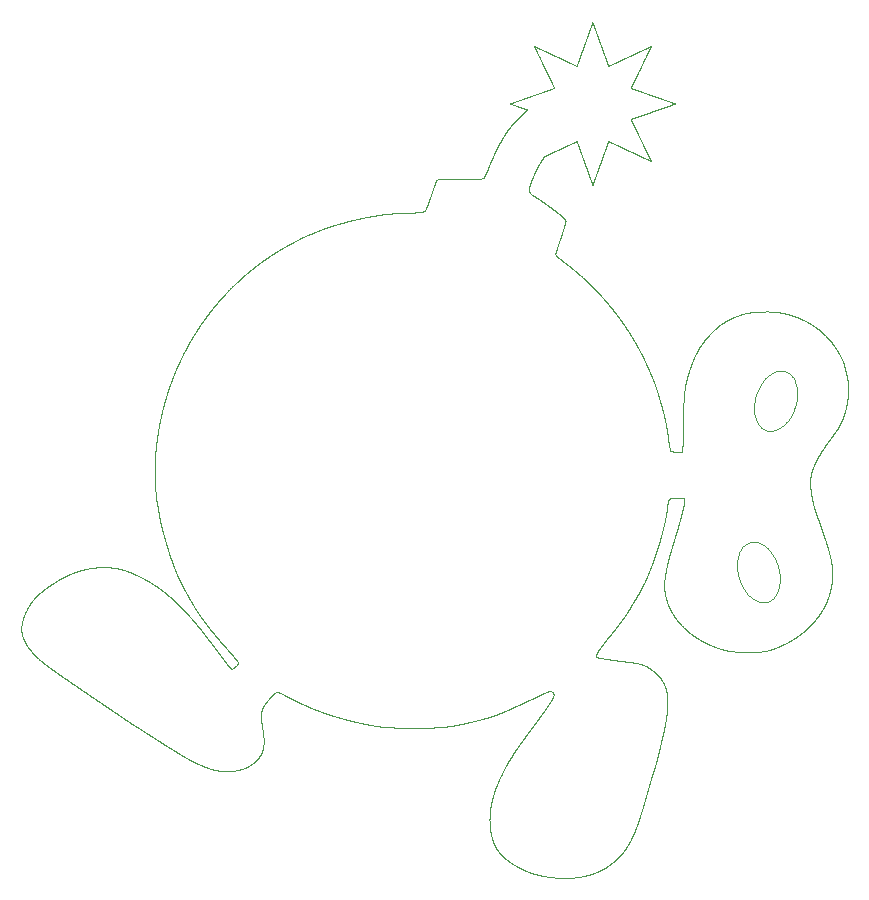
<source format=gm1>
G04 #@! TF.FileFunction,Profile,NP*
%FSLAX46Y46*%
G04 Gerber Fmt 4.6, Leading zero omitted, Abs format (unit mm)*
G04 Created by KiCad (PCBNEW 4.0.7) date 07/05/18 08:24:38*
%MOMM*%
%LPD*%
G01*
G04 APERTURE LIST*
%ADD10C,0.100000*%
G04 APERTURE END LIST*
D10*
X161184126Y-48904759D02*
X161175210Y-48929402D01*
X161175210Y-48929402D02*
X161166214Y-48954268D01*
X161166214Y-48954268D02*
X161157192Y-48979202D01*
X161157192Y-48979202D02*
X161148275Y-49003853D01*
X161148275Y-49003853D02*
X161139226Y-49028891D01*
X161139226Y-49028891D02*
X161130310Y-49053516D01*
X161130310Y-49053516D02*
X161121393Y-49078164D01*
X161121393Y-49078164D02*
X161112398Y-49103035D01*
X161112398Y-49103035D02*
X161103428Y-49127882D01*
X161103428Y-49127882D02*
X161094432Y-49152795D01*
X161094432Y-49152795D02*
X161085463Y-49177619D01*
X161085463Y-49177619D02*
X161076467Y-49202540D01*
X161076467Y-49202540D02*
X161067471Y-49227455D01*
X161067471Y-49227455D02*
X161058502Y-49252279D01*
X161058502Y-49252279D02*
X161049586Y-49276927D01*
X161049586Y-49276927D02*
X161040510Y-49302036D01*
X161040510Y-49302036D02*
X161031541Y-49326857D01*
X161031541Y-49326857D02*
X161022572Y-49351691D01*
X161022572Y-49351691D02*
X161013602Y-49376498D01*
X161013602Y-49376498D02*
X161004527Y-49401612D01*
X161004527Y-49401612D02*
X160995611Y-49426258D01*
X160995611Y-49426258D02*
X160986615Y-49451153D01*
X160986615Y-49451153D02*
X160977540Y-49476275D01*
X160977540Y-49476275D02*
X160968517Y-49501222D01*
X160968517Y-49501222D02*
X160959574Y-49525966D01*
X160959574Y-49525966D02*
X160950578Y-49550874D01*
X160950578Y-49550874D02*
X160941530Y-49575933D01*
X160941530Y-49575933D02*
X160932560Y-49600730D01*
X160932560Y-49600730D02*
X160923565Y-49625643D01*
X160923565Y-49625643D02*
X160914516Y-49650659D01*
X160914516Y-49650659D02*
X160905599Y-49675366D01*
X160905599Y-49675366D02*
X160896630Y-49700149D01*
X160896630Y-49700149D02*
X160887634Y-49724999D01*
X160887634Y-49724999D02*
X160878638Y-49749902D01*
X160878638Y-49749902D02*
X160869616Y-49774849D01*
X160869616Y-49774849D02*
X160860594Y-49799829D01*
X160860594Y-49799829D02*
X160851545Y-49824832D01*
X160851545Y-49824832D02*
X160842496Y-49849851D01*
X160842496Y-49849851D02*
X160833447Y-49874875D01*
X160833447Y-49874875D02*
X160824399Y-49899897D01*
X160824399Y-49899897D02*
X160815350Y-49924905D01*
X160815350Y-49924905D02*
X160806328Y-49949895D01*
X160806328Y-49949895D02*
X160797305Y-49974858D01*
X160797305Y-49974858D02*
X160788310Y-49999785D01*
X160788310Y-49999785D02*
X160779314Y-50024671D01*
X160779314Y-50024671D02*
X160770344Y-50049508D01*
X160770344Y-50049508D02*
X160761375Y-50074289D01*
X160761375Y-50074289D02*
X160752432Y-50099009D01*
X160752432Y-50099009D02*
X160743516Y-50123660D01*
X160743516Y-50123660D02*
X160734493Y-50148634D01*
X160734493Y-50148634D02*
X160725497Y-50173526D01*
X160725497Y-50173526D02*
X160716528Y-50198331D01*
X160716528Y-50198331D02*
X160707453Y-50223434D01*
X160707453Y-50223434D02*
X160698404Y-50248438D01*
X160698404Y-50248438D02*
X160689408Y-50273335D01*
X160689408Y-50273335D02*
X160680439Y-50298121D01*
X160680439Y-50298121D02*
X160671522Y-50322791D01*
X160671522Y-50322791D02*
X160662500Y-50347722D01*
X160662500Y-50347722D02*
X160653531Y-50372524D01*
X160653531Y-50372524D02*
X160644482Y-50397575D01*
X160644482Y-50397575D02*
X160635486Y-50422483D01*
X160635486Y-50422483D02*
X160626543Y-50447245D01*
X160626543Y-50447245D02*
X160617521Y-50472233D01*
X160617521Y-50472233D02*
X160608552Y-50497061D01*
X160608552Y-50497061D02*
X160599503Y-50522099D01*
X160599503Y-50522099D02*
X160590507Y-50546967D01*
X160590507Y-50546967D02*
X160581591Y-50571663D01*
X160581591Y-50571663D02*
X160572595Y-50596545D01*
X160572595Y-50596545D02*
X160563546Y-50621598D01*
X160563546Y-50621598D02*
X160554550Y-50646461D01*
X160554550Y-50646461D02*
X160545634Y-50671128D01*
X160545634Y-50671128D02*
X160536664Y-50695948D01*
X160536664Y-50695948D02*
X160527642Y-50720909D01*
X160527642Y-50720909D02*
X160518699Y-50745656D01*
X160518699Y-50745656D02*
X160509703Y-50770529D01*
X160509703Y-50770529D02*
X160500681Y-50795516D01*
X160500681Y-50795516D02*
X160491738Y-50820271D01*
X160491738Y-50820271D02*
X160482742Y-50845123D01*
X160482742Y-50845123D02*
X160473720Y-50870063D01*
X160473720Y-50870063D02*
X160464804Y-50894754D01*
X160464804Y-50894754D02*
X160455728Y-50919836D01*
X160455728Y-50919836D02*
X160446759Y-50944654D01*
X160446759Y-50944654D02*
X160437763Y-50969520D01*
X160437763Y-50969520D02*
X160428767Y-50994422D01*
X160428767Y-50994422D02*
X160419877Y-51019044D01*
X160419877Y-51019044D02*
X160410855Y-51043992D01*
X160410855Y-51043992D02*
X160401939Y-51068646D01*
X160401939Y-51068646D02*
X160392916Y-51093596D01*
X160392916Y-51093596D02*
X160384000Y-51118234D01*
X160384000Y-51118234D02*
X160375004Y-51143139D01*
X160375004Y-51143139D02*
X160366008Y-51168007D01*
X160366008Y-51168007D02*
X160357039Y-51192825D01*
X160357039Y-51192825D02*
X160347990Y-51217858D01*
X160347990Y-51217858D02*
X160339074Y-51242538D01*
X160339074Y-51242538D02*
X160330078Y-51267406D01*
X160330078Y-51267406D02*
X160321029Y-51292438D01*
X160321029Y-51292438D02*
X160312112Y-51317092D01*
X160312112Y-51317092D02*
X160303143Y-51341884D01*
X160303143Y-51341884D02*
X160294147Y-51366789D01*
X160294147Y-51366789D02*
X160285099Y-51391787D01*
X160285099Y-51391787D02*
X160276050Y-51416856D01*
X160276050Y-51416856D02*
X160267133Y-51441494D01*
X160267133Y-51441494D02*
X160258217Y-51466177D01*
X160258217Y-51466177D02*
X160249300Y-51490881D01*
X160249300Y-51490881D02*
X160240384Y-51515588D01*
X160240384Y-51515588D02*
X160231467Y-51540276D01*
X160231467Y-51540276D02*
X160222551Y-51564922D01*
X160222551Y-51564922D02*
X160213502Y-51589939D01*
X160213502Y-51589939D02*
X160204506Y-51614857D01*
X160204506Y-51614857D02*
X160195537Y-51639656D01*
X160195537Y-51639656D02*
X160186488Y-51664718D01*
X160186488Y-51664718D02*
X160177492Y-51689604D01*
X160177492Y-51689604D02*
X160168576Y-51714298D01*
X160168576Y-51714298D02*
X160159580Y-51739153D01*
X160159580Y-51739153D02*
X160150558Y-51764124D01*
X160150558Y-51764124D02*
X160141509Y-51789167D01*
X160141509Y-51789167D02*
X160132460Y-51814239D01*
X160132460Y-51814239D02*
X160123412Y-51839295D01*
X160123412Y-51839295D02*
X160114389Y-51864293D01*
X160114389Y-51864293D02*
X160105394Y-51889188D01*
X160105394Y-51889188D02*
X160096451Y-51913942D01*
X160096451Y-51913942D02*
X160087455Y-51938813D01*
X160087455Y-51938813D02*
X160078459Y-51963731D01*
X160078459Y-51963731D02*
X160069463Y-51988634D01*
X160069463Y-51988634D02*
X160060494Y-52013454D01*
X160060494Y-52013454D02*
X160051471Y-52038386D01*
X160051471Y-52038386D02*
X160042449Y-52063342D01*
X160042449Y-52063342D02*
X160033453Y-52088231D01*
X160033453Y-52088231D02*
X160024510Y-52112969D01*
X160024510Y-52112969D02*
X160015488Y-52137909D01*
X160015488Y-52137909D02*
X160006439Y-52162907D01*
X160006439Y-52162907D02*
X159997444Y-52187831D01*
X159997444Y-52187831D02*
X159988501Y-52212551D01*
X159988501Y-52212551D02*
X159979558Y-52237295D01*
X159979558Y-52237295D02*
X159970562Y-52262213D01*
X159970562Y-52262213D02*
X159961566Y-52287073D01*
X159961566Y-52287073D02*
X159952570Y-52311941D01*
X159952570Y-52311941D02*
X159943574Y-52336812D01*
X159943574Y-52336812D02*
X159934526Y-52361855D01*
X159934526Y-52361855D02*
X159925477Y-52386871D01*
X159925477Y-52386871D02*
X159916455Y-52411806D01*
X159916455Y-52411806D02*
X159907406Y-52436819D01*
X159907406Y-52436819D02*
X159898384Y-52461788D01*
X159898384Y-52461788D02*
X159889520Y-52486334D01*
X159889520Y-52486334D02*
X159880551Y-52511152D01*
X159880551Y-52511152D02*
X159871661Y-52535745D01*
X159871661Y-52535745D02*
X159862691Y-52560584D01*
X159862691Y-52560584D02*
X159853695Y-52585449D01*
X159853695Y-52585449D02*
X159844647Y-52610458D01*
X159844647Y-52610458D02*
X159820649Y-52599226D01*
X159820649Y-52599226D02*
X159796731Y-52588042D01*
X159796731Y-52588042D02*
X159772892Y-52576885D01*
X159772892Y-52576885D02*
X159748973Y-52565695D01*
X159748973Y-52565695D02*
X159725134Y-52554541D01*
X159725134Y-52554541D02*
X159701242Y-52543365D01*
X159701242Y-52543365D02*
X159677324Y-52532173D01*
X159677324Y-52532173D02*
X159653459Y-52521005D01*
X159653459Y-52521005D02*
X159629329Y-52509720D01*
X159629329Y-52509720D02*
X159605437Y-52498541D01*
X159605437Y-52498541D02*
X159581333Y-52487265D01*
X159581333Y-52487265D02*
X159557441Y-52476089D01*
X159557441Y-52476089D02*
X159533576Y-52464918D01*
X159533576Y-52464918D02*
X159509472Y-52453639D01*
X159509472Y-52453639D02*
X159485528Y-52442437D01*
X159485528Y-52442437D02*
X159461821Y-52431343D01*
X159461821Y-52431343D02*
X159437717Y-52420061D01*
X159437717Y-52420061D02*
X159413931Y-52408938D01*
X159413931Y-52408938D02*
X159389828Y-52397661D01*
X159389828Y-52397661D02*
X159366148Y-52386580D01*
X159366148Y-52386580D02*
X159342203Y-52375375D01*
X159342203Y-52375375D02*
X159318364Y-52364228D01*
X159318364Y-52364228D02*
X159294684Y-52353153D01*
X159294684Y-52353153D02*
X159270818Y-52341985D01*
X159270818Y-52341985D02*
X159246768Y-52330732D01*
X159246768Y-52330732D02*
X159222929Y-52319580D01*
X159222929Y-52319580D02*
X159198931Y-52308362D01*
X159198931Y-52308362D02*
X159175198Y-52297260D01*
X159175198Y-52297260D02*
X159151359Y-52286105D01*
X159151359Y-52286105D02*
X159127414Y-52274902D01*
X159127414Y-52274902D02*
X159103390Y-52263658D01*
X159103390Y-52263658D02*
X159079286Y-52252376D01*
X159079286Y-52252376D02*
X159055500Y-52241245D01*
X159055500Y-52241245D02*
X159031661Y-52230090D01*
X159031661Y-52230090D02*
X159007770Y-52218914D01*
X159007770Y-52218914D02*
X158983851Y-52207719D01*
X158983851Y-52207719D02*
X158959906Y-52196514D01*
X158959906Y-52196514D02*
X158935935Y-52185299D01*
X158935935Y-52185299D02*
X158911937Y-52174080D01*
X158911937Y-52174080D02*
X158887966Y-52162862D01*
X158887966Y-52162862D02*
X158863995Y-52151646D01*
X158863995Y-52151646D02*
X158840024Y-52140436D01*
X158840024Y-52140436D02*
X158816079Y-52129236D01*
X158816079Y-52129236D02*
X158792161Y-52118049D01*
X158792161Y-52118049D02*
X158768295Y-52106881D01*
X158768295Y-52106881D02*
X158744456Y-52095732D01*
X158744456Y-52095732D02*
X158720670Y-52084606D01*
X158720670Y-52084606D02*
X158696540Y-52073322D01*
X158696540Y-52073322D02*
X158672490Y-52062066D01*
X158672490Y-52062066D02*
X158648492Y-52050845D01*
X158648492Y-52050845D02*
X158624574Y-52039659D01*
X158624574Y-52039659D02*
X158600735Y-52028509D01*
X158600735Y-52028509D02*
X158576975Y-52017399D01*
X158576975Y-52017399D02*
X158553321Y-52006329D01*
X158553321Y-52006329D02*
X158529376Y-51995127D01*
X158529376Y-51995127D02*
X158505537Y-51983972D01*
X158505537Y-51983972D02*
X158481407Y-51972690D01*
X158481407Y-51972690D02*
X158457410Y-51961461D01*
X158457410Y-51961461D02*
X158433518Y-51950288D01*
X158433518Y-51950288D02*
X158409758Y-51939173D01*
X158409758Y-51939173D02*
X158385761Y-51927944D01*
X158385761Y-51927944D02*
X158361895Y-51916778D01*
X158361895Y-51916778D02*
X158337792Y-51905504D01*
X158337792Y-51905504D02*
X158313847Y-51894299D01*
X158313847Y-51894299D02*
X158290034Y-51883163D01*
X158290034Y-51883163D02*
X158266037Y-51871931D01*
X158266037Y-51871931D02*
X158242198Y-51860774D01*
X158242198Y-51860774D02*
X158218147Y-51849529D01*
X158218147Y-51849529D02*
X158194282Y-51838364D01*
X158194282Y-51838364D02*
X158170575Y-51827280D01*
X158170575Y-51827280D02*
X158146710Y-51816118D01*
X158146710Y-51816118D02*
X158122685Y-51804881D01*
X158122685Y-51804881D02*
X158098846Y-51793734D01*
X158098846Y-51793734D02*
X158074875Y-51782521D01*
X158074875Y-51782521D02*
X158050772Y-51771244D01*
X158050772Y-51771244D02*
X158026880Y-51760066D01*
X158026880Y-51760066D02*
X158003200Y-51748987D01*
X158003200Y-51748987D02*
X157979070Y-51737703D01*
X157979070Y-51737703D02*
X157955178Y-51726527D01*
X157955178Y-51726527D02*
X157931524Y-51715457D01*
X157931524Y-51715457D02*
X157907447Y-51704199D01*
X157907447Y-51704199D02*
X157883634Y-51693055D01*
X157883634Y-51693055D02*
X157859742Y-51681879D01*
X157859742Y-51681879D02*
X157835798Y-51670679D01*
X157835798Y-51670679D02*
X157812117Y-51659601D01*
X157812117Y-51659601D02*
X157788093Y-51648364D01*
X157788093Y-51648364D02*
X157764334Y-51637254D01*
X157764334Y-51637254D02*
X157740283Y-51625999D01*
X157740283Y-51625999D02*
X157716497Y-51614878D01*
X157716497Y-51614878D02*
X157692446Y-51603625D01*
X157692446Y-51603625D02*
X157668687Y-51592513D01*
X157668687Y-51592513D02*
X157644689Y-51581281D01*
X157644689Y-51581281D02*
X157621009Y-51570198D01*
X157621009Y-51570198D02*
X157597091Y-51559009D01*
X157597091Y-51559009D02*
X157572961Y-51547724D01*
X157572961Y-51547724D02*
X157549175Y-51536599D01*
X157549175Y-51536599D02*
X157525203Y-51525391D01*
X157525203Y-51525391D02*
X157501100Y-51514109D01*
X157501100Y-51514109D02*
X157477340Y-51502999D01*
X157477340Y-51502999D02*
X157453475Y-51491828D01*
X157453475Y-51491828D02*
X157429477Y-51480607D01*
X157429477Y-51480607D02*
X157405400Y-51469347D01*
X157405400Y-51469347D02*
X157381720Y-51458277D01*
X157381720Y-51458277D02*
X157357987Y-51447177D01*
X157357987Y-51447177D02*
X157334227Y-51436057D01*
X157334227Y-51436057D02*
X157310441Y-51424928D01*
X157310441Y-51424928D02*
X157286655Y-51413800D01*
X157286655Y-51413800D02*
X157262895Y-51402682D01*
X157262895Y-51402682D02*
X157239162Y-51391583D01*
X157239162Y-51391583D02*
X157215085Y-51380320D01*
X157215085Y-51380320D02*
X157191114Y-51369101D01*
X157191114Y-51369101D02*
X157167249Y-51357936D01*
X157167249Y-51357936D02*
X157143145Y-51346654D01*
X157143145Y-51346654D02*
X157119200Y-51335452D01*
X157119200Y-51335452D02*
X157095441Y-51324339D01*
X157095441Y-51324339D02*
X157071522Y-51313153D01*
X157071522Y-51313153D02*
X157047498Y-51301916D01*
X157047498Y-51301916D02*
X157023421Y-51290647D01*
X157023421Y-51290647D02*
X156999318Y-51279368D01*
X156999318Y-51279368D02*
X156975214Y-51268097D01*
X156975214Y-51268097D02*
X156951190Y-51256852D01*
X156951190Y-51256852D02*
X156927245Y-51245655D01*
X156927245Y-51245655D02*
X156903459Y-51234521D01*
X156903459Y-51234521D02*
X156879541Y-51223337D01*
X156879541Y-51223337D02*
X156855596Y-51212132D01*
X156855596Y-51212132D02*
X156831942Y-51201059D01*
X156831942Y-51201059D02*
X156808077Y-51189896D01*
X156808077Y-51189896D02*
X156784105Y-51178683D01*
X156784105Y-51178683D02*
X156760108Y-51167460D01*
X156760108Y-51167460D02*
X156736189Y-51156268D01*
X156736189Y-51156268D02*
X156712403Y-51145145D01*
X156712403Y-51145145D02*
X156688432Y-51133932D01*
X156688432Y-51133932D02*
X156664408Y-51122692D01*
X156664408Y-51122692D02*
X156640463Y-51111487D01*
X156640463Y-51111487D02*
X156616704Y-51100375D01*
X156616704Y-51100375D02*
X156592918Y-51089254D01*
X156592918Y-51089254D02*
X156568973Y-51078054D01*
X156568973Y-51078054D02*
X156545081Y-51066884D01*
X156545081Y-51066884D02*
X156521189Y-51055710D01*
X156521189Y-51055710D02*
X156497297Y-51044537D01*
X156497297Y-51044537D02*
X156473246Y-51033287D01*
X156473246Y-51033287D02*
X156449222Y-51022050D01*
X156449222Y-51022050D02*
X156425278Y-51010850D01*
X156425278Y-51010850D02*
X156401253Y-50999616D01*
X156401253Y-50999616D02*
X156377282Y-50988403D01*
X156377282Y-50988403D02*
X156353734Y-50977380D01*
X156353734Y-50977380D02*
X156329922Y-50966239D01*
X156329922Y-50966239D02*
X156306321Y-50955200D01*
X156306321Y-50955200D02*
X156282482Y-50944051D01*
X156282482Y-50944051D02*
X156258616Y-50932891D01*
X156258616Y-50932891D02*
X156234645Y-50921670D01*
X156234645Y-50921670D02*
X156246049Y-50945292D01*
X156246049Y-50945292D02*
X156257558Y-50969128D01*
X156257558Y-50969128D02*
X156269094Y-50993031D01*
X156269094Y-50993031D02*
X156280498Y-51016663D01*
X156280498Y-51016663D02*
X156291875Y-51040206D01*
X156291875Y-51040206D02*
X156303252Y-51063778D01*
X156303252Y-51063778D02*
X156314655Y-51087378D01*
X156314655Y-51087378D02*
X156326165Y-51111193D01*
X156326165Y-51111193D02*
X156337674Y-51134987D01*
X156337674Y-51134987D02*
X156349051Y-51158554D01*
X156349051Y-51158554D02*
X156360534Y-51182321D01*
X156360534Y-51182321D02*
X156372070Y-51206184D01*
X156372070Y-51206184D02*
X156383606Y-51230047D01*
X156383606Y-51230047D02*
X156395089Y-51253822D01*
X156395089Y-51253822D02*
X156406492Y-51277431D01*
X156406492Y-51277431D02*
X156417949Y-51301146D01*
X156417949Y-51301146D02*
X156429431Y-51324919D01*
X156429431Y-51324919D02*
X156440914Y-51348705D01*
X156440914Y-51348705D02*
X156452397Y-51372467D01*
X156452397Y-51372467D02*
X156463854Y-51396168D01*
X156463854Y-51396168D02*
X156475257Y-51419774D01*
X156475257Y-51419774D02*
X156486793Y-51443621D01*
X156486793Y-51443621D02*
X156498250Y-51467320D01*
X156498250Y-51467320D02*
X156509627Y-51490844D01*
X156509627Y-51490844D02*
X156521083Y-51514545D01*
X156521083Y-51514545D02*
X156532619Y-51538406D01*
X156532619Y-51538406D02*
X156544023Y-51562033D01*
X156544023Y-51562033D02*
X156555505Y-51585787D01*
X156555505Y-51585787D02*
X156566856Y-51609274D01*
X156566856Y-51609274D02*
X156578260Y-51632859D01*
X156578260Y-51632859D02*
X156589690Y-51656529D01*
X156589690Y-51656529D02*
X156601173Y-51680275D01*
X156601173Y-51680275D02*
X156612682Y-51704085D01*
X156612682Y-51704085D02*
X156624218Y-51727948D01*
X156624218Y-51727948D02*
X156635780Y-51751856D01*
X156635780Y-51751856D02*
X156647157Y-51775409D01*
X156647157Y-51775409D02*
X156658561Y-51798986D01*
X156658561Y-51798986D02*
X156669964Y-51822579D01*
X156669964Y-51822579D02*
X156681368Y-51846177D01*
X156681368Y-51846177D02*
X156692771Y-51869775D01*
X156692771Y-51869775D02*
X156704175Y-51893365D01*
X156704175Y-51893365D02*
X156715552Y-51916937D01*
X156715552Y-51916937D02*
X156726929Y-51940488D01*
X156726929Y-51940488D02*
X156738465Y-51964393D01*
X156738465Y-51964393D02*
X156750001Y-51988261D01*
X156750001Y-51988261D02*
X156761510Y-52012084D01*
X156761510Y-52012084D02*
X156772993Y-52035854D01*
X156772993Y-52035854D02*
X156784449Y-52059569D01*
X156784449Y-52059569D02*
X156795879Y-52083220D01*
X156795879Y-52083220D02*
X156807256Y-52106799D01*
X156807256Y-52106799D02*
X156818607Y-52130305D01*
X156818607Y-52130305D02*
X156830116Y-52154110D01*
X156830116Y-52154110D02*
X156841573Y-52177827D01*
X156841573Y-52177827D02*
X156852976Y-52201451D01*
X156852976Y-52201451D02*
X156864512Y-52225354D01*
X156864512Y-52225354D02*
X156876022Y-52249151D01*
X156876022Y-52249151D02*
X156887478Y-52272836D01*
X156887478Y-52272836D02*
X156898855Y-52296408D01*
X156898855Y-52296408D02*
X156910179Y-52319860D01*
X156910179Y-52319860D02*
X156921636Y-52343556D01*
X156921636Y-52343556D02*
X156933013Y-52367123D01*
X156933013Y-52367123D02*
X156944522Y-52390917D01*
X156944522Y-52390917D02*
X156955952Y-52414568D01*
X156955952Y-52414568D02*
X156967303Y-52438074D01*
X156967303Y-52438074D02*
X156978759Y-52461786D01*
X156978759Y-52461786D02*
X156990322Y-52485693D01*
X156990322Y-52485693D02*
X157001805Y-52509437D01*
X157001805Y-52509437D02*
X157013208Y-52533014D01*
X157013208Y-52533014D02*
X157024691Y-52556766D01*
X157024691Y-52556766D02*
X157036068Y-52580340D01*
X157036068Y-52580340D02*
X157047525Y-52604071D01*
X157047525Y-52604071D02*
X157058902Y-52627616D01*
X157058902Y-52627616D02*
X157070358Y-52651304D01*
X157070358Y-52651304D02*
X157081868Y-52675124D01*
X157081868Y-52675124D02*
X157093271Y-52698738D01*
X157093271Y-52698738D02*
X157104728Y-52722469D01*
X157104728Y-52722469D02*
X157116237Y-52746308D01*
X157116237Y-52746308D02*
X157127640Y-52769925D01*
X157127640Y-52769925D02*
X157139097Y-52793631D01*
X157139097Y-52793631D02*
X157150580Y-52817420D01*
X157150580Y-52817420D02*
X157161957Y-52840968D01*
X157161957Y-52840968D02*
X157173360Y-52864582D01*
X157173360Y-52864582D02*
X157184790Y-52888252D01*
X157184790Y-52888252D02*
X157196247Y-52911966D01*
X157196247Y-52911966D02*
X157207730Y-52935715D01*
X157207730Y-52935715D02*
X157219080Y-52959194D01*
X157219080Y-52959194D02*
X157230563Y-52982983D01*
X157230563Y-52982983D02*
X157241914Y-53006486D01*
X157241914Y-53006486D02*
X157253397Y-53030272D01*
X157253397Y-53030272D02*
X157264748Y-53053759D01*
X157264748Y-53053759D02*
X157276230Y-53077500D01*
X157276230Y-53077500D02*
X157287555Y-53100929D01*
X157287555Y-53100929D02*
X157298985Y-53124585D01*
X157298985Y-53124585D02*
X157310520Y-53148448D01*
X157310520Y-53148448D02*
X157321898Y-53171972D01*
X157321898Y-53171972D02*
X157333354Y-53195674D01*
X157333354Y-53195674D02*
X157344890Y-53219531D01*
X157344890Y-53219531D02*
X157356240Y-53243026D01*
X157356240Y-53243026D02*
X157367644Y-53266651D01*
X157367644Y-53266651D02*
X157379100Y-53290384D01*
X157379100Y-53290384D02*
X157390610Y-53314204D01*
X157390610Y-53314204D02*
X157402146Y-53338091D01*
X157402146Y-53338091D02*
X157413496Y-53361565D01*
X157413496Y-53361565D02*
X157424847Y-53385078D01*
X157424847Y-53385078D02*
X157436224Y-53408613D01*
X157436224Y-53408613D02*
X157447601Y-53432148D01*
X157447601Y-53432148D02*
X157458952Y-53455664D01*
X157458952Y-53455664D02*
X157470302Y-53479140D01*
X157470302Y-53479140D02*
X157481812Y-53502966D01*
X157481812Y-53502966D02*
X157493268Y-53526696D01*
X157493268Y-53526696D02*
X157504672Y-53550313D01*
X157504672Y-53550313D02*
X157516207Y-53574179D01*
X157516207Y-53574179D02*
X157527664Y-53597877D01*
X157527664Y-53597877D02*
X157539015Y-53621388D01*
X157539015Y-53621388D02*
X157550445Y-53645052D01*
X157550445Y-53645052D02*
X157561927Y-53668828D01*
X157561927Y-53668828D02*
X157573437Y-53692670D01*
X157573437Y-53692670D02*
X157584973Y-53716538D01*
X157584973Y-53716538D02*
X157596482Y-53740390D01*
X157596482Y-53740390D02*
X157607991Y-53764184D01*
X157607991Y-53764184D02*
X157619448Y-53787880D01*
X157619448Y-53787880D02*
X157630825Y-53811441D01*
X157630825Y-53811441D02*
X157642255Y-53835113D01*
X157642255Y-53835113D02*
X157653711Y-53858831D01*
X157653711Y-53858831D02*
X157665036Y-53882265D01*
X157665036Y-53882265D02*
X157676439Y-53905895D01*
X157676439Y-53905895D02*
X157687896Y-53929630D01*
X157687896Y-53929630D02*
X157699379Y-53953387D01*
X157699379Y-53953387D02*
X157710835Y-53977078D01*
X157710835Y-53977078D02*
X157722212Y-54000626D01*
X157722212Y-54000626D02*
X157733695Y-54024362D01*
X157733695Y-54024362D02*
X157745178Y-54048156D01*
X157745178Y-54048156D02*
X157756634Y-54071878D01*
X157756634Y-54071878D02*
X157768011Y-54095405D01*
X157768011Y-54095405D02*
X157779389Y-54118953D01*
X157779389Y-54118953D02*
X157790845Y-54142665D01*
X157790845Y-54142665D02*
X157802275Y-54166321D01*
X157802275Y-54166321D02*
X157813705Y-54189983D01*
X157813705Y-54189983D02*
X157825135Y-54213647D01*
X157825135Y-54213647D02*
X157836644Y-54237473D01*
X157836644Y-54237473D02*
X157848154Y-54261272D01*
X157848154Y-54261272D02*
X157859610Y-54284992D01*
X157859610Y-54284992D02*
X157871120Y-54308786D01*
X157871120Y-54308786D02*
X157882602Y-54332538D01*
X157882602Y-54332538D02*
X157893874Y-54355887D01*
X157893874Y-54355887D02*
X157905277Y-54379491D01*
X157905277Y-54379491D02*
X157916575Y-54402880D01*
X157916575Y-54402880D02*
X157927979Y-54426502D01*
X157927979Y-54426502D02*
X157939409Y-54450148D01*
X157939409Y-54450148D02*
X157950891Y-54473926D01*
X157950891Y-54473926D02*
X157925835Y-54482689D01*
X157925835Y-54482689D02*
X157900885Y-54491415D01*
X157900885Y-54491415D02*
X157875988Y-54500120D01*
X157875988Y-54500120D02*
X157851038Y-54508851D01*
X157851038Y-54508851D02*
X157826167Y-54517556D01*
X157826167Y-54517556D02*
X157801243Y-54526276D01*
X157801243Y-54526276D02*
X157776293Y-54535010D01*
X157776293Y-54535010D02*
X157751396Y-54543726D01*
X157751396Y-54543726D02*
X157726234Y-54552531D01*
X157726234Y-54552531D02*
X157701310Y-54561254D01*
X157701310Y-54561254D02*
X157676148Y-54570054D01*
X157676148Y-54570054D02*
X157651224Y-54578775D01*
X157651224Y-54578775D02*
X157626301Y-54587490D01*
X157626301Y-54587490D02*
X157601139Y-54596290D01*
X157601139Y-54596290D02*
X157576162Y-54605032D01*
X157576162Y-54605032D02*
X157551424Y-54613689D01*
X157551424Y-54613689D02*
X157526262Y-54622492D01*
X157526262Y-54622492D02*
X157501444Y-54631173D01*
X157501444Y-54631173D02*
X157476282Y-54639973D01*
X157476282Y-54639973D02*
X157451570Y-54648620D01*
X157451570Y-54648620D02*
X157426593Y-54657362D01*
X157426593Y-54657362D02*
X157401722Y-54666058D01*
X157401722Y-54666058D02*
X157377010Y-54674700D01*
X157377010Y-54674700D02*
X157352113Y-54683412D01*
X157352113Y-54683412D02*
X157327004Y-54692194D01*
X157327004Y-54692194D02*
X157302133Y-54700896D01*
X157302133Y-54700896D02*
X157277104Y-54709651D01*
X157277104Y-54709651D02*
X157252339Y-54718314D01*
X157252339Y-54718314D02*
X157227468Y-54727018D01*
X157227468Y-54727018D02*
X157202491Y-54735760D01*
X157202491Y-54735760D02*
X157177409Y-54744534D01*
X157177409Y-54744534D02*
X157152247Y-54753336D01*
X157152247Y-54753336D02*
X157127429Y-54762020D01*
X157127429Y-54762020D02*
X157102558Y-54770725D01*
X157102558Y-54770725D02*
X157077634Y-54779446D01*
X157077634Y-54779446D02*
X157052658Y-54788179D01*
X157052658Y-54788179D02*
X157027654Y-54796924D01*
X157027654Y-54796924D02*
X157002651Y-54805674D01*
X157002651Y-54805674D02*
X156977622Y-54814429D01*
X156977622Y-54814429D02*
X156952592Y-54823184D01*
X156952592Y-54823184D02*
X156927589Y-54831936D01*
X156927589Y-54831936D02*
X156902586Y-54840683D01*
X156902586Y-54840683D02*
X156877609Y-54849423D01*
X156877609Y-54849423D02*
X156852659Y-54858151D01*
X156852659Y-54858151D02*
X156827735Y-54866867D01*
X156827735Y-54866867D02*
X156802864Y-54875566D01*
X156802864Y-54875566D02*
X156778046Y-54884247D01*
X156778046Y-54884247D02*
X156752885Y-54893052D01*
X156752885Y-54893052D02*
X156727776Y-54901834D01*
X156727776Y-54901834D02*
X156702746Y-54910592D01*
X156702746Y-54910592D02*
X156677796Y-54919320D01*
X156677796Y-54919320D02*
X156652925Y-54928020D01*
X156652925Y-54928020D02*
X156628134Y-54936690D01*
X156628134Y-54936690D02*
X156603448Y-54945326D01*
X156603448Y-54945326D02*
X156578471Y-54954068D01*
X156578471Y-54954068D02*
X156553600Y-54962773D01*
X156553600Y-54962773D02*
X156528439Y-54971575D01*
X156528439Y-54971575D02*
X156503383Y-54980338D01*
X156503383Y-54980338D02*
X156478459Y-54989056D01*
X156478459Y-54989056D02*
X156453667Y-54997729D01*
X156453667Y-54997729D02*
X156428611Y-55006492D01*
X156428611Y-55006492D02*
X156403714Y-55015205D01*
X156403714Y-55015205D02*
X156378579Y-55024003D01*
X156378579Y-55024003D02*
X156353575Y-55032747D01*
X156353575Y-55032747D02*
X156328731Y-55041436D01*
X156328731Y-55041436D02*
X156303675Y-55050199D01*
X156303675Y-55050199D02*
X156278778Y-55058904D01*
X156278778Y-55058904D02*
X156253695Y-55067677D01*
X156253695Y-55067677D02*
X156228798Y-55076390D01*
X156228798Y-55076390D02*
X156204086Y-55085039D01*
X156204086Y-55085039D02*
X156179189Y-55093749D01*
X156179189Y-55093749D02*
X156154133Y-55102518D01*
X156154133Y-55102518D02*
X156129262Y-55111215D01*
X156129262Y-55111215D02*
X156104259Y-55119964D01*
X156104259Y-55119964D02*
X156079097Y-55128762D01*
X156079097Y-55128762D02*
X156054173Y-55137482D01*
X156054173Y-55137482D02*
X156029461Y-55146126D01*
X156029461Y-55146126D02*
X156004299Y-55154932D01*
X156004299Y-55154932D02*
X155979375Y-55163652D01*
X155979375Y-55163652D02*
X155954690Y-55172291D01*
X155954690Y-55172291D02*
X155929581Y-55181075D01*
X155929581Y-55181075D02*
X155904710Y-55189772D01*
X155904710Y-55189772D02*
X155879786Y-55198493D01*
X155879786Y-55198493D02*
X155854809Y-55207232D01*
X155854809Y-55207232D02*
X155830097Y-55215876D01*
X155830097Y-55215876D02*
X155805041Y-55224644D01*
X155805041Y-55224644D02*
X155780276Y-55233312D01*
X155780276Y-55233312D02*
X155755167Y-55242093D01*
X155755167Y-55242093D02*
X155730376Y-55250769D01*
X155730376Y-55250769D02*
X155705267Y-55259551D01*
X155705267Y-55259551D02*
X155680475Y-55268221D01*
X155680475Y-55268221D02*
X155655419Y-55276984D01*
X155655419Y-55276984D02*
X155630707Y-55285633D01*
X155630707Y-55285633D02*
X155605757Y-55294364D01*
X155605757Y-55294364D02*
X155580595Y-55303170D01*
X155580595Y-55303170D02*
X155555777Y-55311851D01*
X155555777Y-55311851D02*
X155530774Y-55320595D01*
X155530774Y-55320595D02*
X155505612Y-55329398D01*
X155505612Y-55329398D02*
X155480847Y-55338066D01*
X155480847Y-55338066D02*
X155455924Y-55346781D01*
X155455924Y-55346781D02*
X155430894Y-55355536D01*
X155430894Y-55355536D02*
X155405785Y-55364323D01*
X155405785Y-55364323D02*
X155381099Y-55372962D01*
X155381099Y-55372962D02*
X155356334Y-55381624D01*
X155356334Y-55381624D02*
X155331543Y-55390300D01*
X155331543Y-55390300D02*
X155306725Y-55398983D01*
X155306725Y-55398983D02*
X155281907Y-55407667D01*
X155281907Y-55407667D02*
X155257116Y-55416343D01*
X155257116Y-55416343D02*
X155232351Y-55425002D01*
X155232351Y-55425002D02*
X155207215Y-55433792D01*
X155207215Y-55433792D02*
X155182186Y-55442547D01*
X155182186Y-55442547D02*
X155157288Y-55451257D01*
X155157288Y-55451257D02*
X155132126Y-55460060D01*
X155132126Y-55460060D02*
X155107150Y-55468802D01*
X155107150Y-55468802D02*
X155082358Y-55477475D01*
X155082358Y-55477475D02*
X155057408Y-55486203D01*
X155057408Y-55486203D02*
X155032352Y-55494971D01*
X155032352Y-55494971D02*
X155007217Y-55503764D01*
X155007217Y-55503764D02*
X154982055Y-55512566D01*
X154982055Y-55512566D02*
X154956919Y-55521361D01*
X154956919Y-55521361D02*
X154931837Y-55530135D01*
X154931837Y-55530135D02*
X154906860Y-55538871D01*
X154906860Y-55538871D02*
X154882016Y-55547557D01*
X154882016Y-55547557D02*
X154857066Y-55556286D01*
X154857066Y-55556286D02*
X154832063Y-55565031D01*
X154832063Y-55565031D02*
X154807377Y-55573669D01*
X154807377Y-55573669D02*
X154782480Y-55582379D01*
X154782480Y-55582379D02*
X154757476Y-55591129D01*
X154757476Y-55591129D02*
X154732447Y-55599887D01*
X154732447Y-55599887D02*
X154707470Y-55608621D01*
X154707470Y-55608621D02*
X154682652Y-55617299D01*
X154682652Y-55617299D02*
X154657649Y-55626049D01*
X154657649Y-55626049D02*
X154632593Y-55634820D01*
X154632593Y-55634820D02*
X154607590Y-55643561D01*
X154607590Y-55643561D02*
X154582799Y-55652232D01*
X154582799Y-55652232D02*
X154558007Y-55660910D01*
X154558007Y-55660910D02*
X154533030Y-55669649D01*
X154533030Y-55669649D02*
X154508107Y-55678367D01*
X154508107Y-55678367D02*
X154483183Y-55687085D01*
X154483183Y-55687085D02*
X154458259Y-55695806D01*
X154458259Y-55695806D02*
X154433177Y-55704585D01*
X154433177Y-55704585D02*
X154408121Y-55713353D01*
X154408121Y-55713353D02*
X154383144Y-55722092D01*
X154383144Y-55722092D02*
X154358088Y-55730858D01*
X154358088Y-55730858D02*
X154333085Y-55739608D01*
X154333085Y-55739608D02*
X154308505Y-55748209D01*
X154308505Y-55748209D02*
X154283661Y-55756904D01*
X154283661Y-55756904D02*
X154259028Y-55765519D01*
X154259028Y-55765519D02*
X154234157Y-55774218D01*
X154234157Y-55774218D02*
X154209260Y-55782925D01*
X154209260Y-55782925D02*
X154184230Y-55791681D01*
X154184230Y-55791681D02*
X154208836Y-55800285D01*
X154208836Y-55800285D02*
X154233522Y-55808915D01*
X154233522Y-55808915D02*
X154258102Y-55817509D01*
X154258102Y-55817509D02*
X154282629Y-55826082D01*
X154282629Y-55826082D02*
X154307261Y-55834691D01*
X154307261Y-55834691D02*
X154331815Y-55843277D01*
X154331815Y-55843277D02*
X154356421Y-55851873D01*
X154356421Y-55851873D02*
X154381027Y-55860475D01*
X154381027Y-55860475D02*
X154405422Y-55869000D01*
X154405422Y-55869000D02*
X154430028Y-55877601D01*
X154430028Y-55877601D02*
X154454740Y-55886237D01*
X154454740Y-55886237D02*
X154479426Y-55894871D01*
X154479426Y-55894871D02*
X154504032Y-55903470D01*
X154504032Y-55903470D02*
X154528771Y-55912116D01*
X154528771Y-55912116D02*
X154553589Y-55920792D01*
X154553589Y-55920792D02*
X154578433Y-55929473D01*
X154578433Y-55929473D02*
X154603224Y-55938141D01*
X154603224Y-55938141D02*
X154627936Y-55946779D01*
X154627936Y-55946779D02*
X154652516Y-55955370D01*
X154652516Y-55955370D02*
X154676911Y-55963903D01*
X154676911Y-55963903D02*
X154701729Y-55972581D01*
X154701729Y-55972581D02*
X154726309Y-55981172D01*
X154726309Y-55981172D02*
X154750915Y-55989771D01*
X154750915Y-55989771D02*
X154775495Y-55998362D01*
X154775495Y-55998362D02*
X154800313Y-56007038D01*
X154800313Y-56007038D02*
X154824734Y-56015576D01*
X154824734Y-56015576D02*
X154849313Y-56024167D01*
X154849313Y-56024167D02*
X154873999Y-56032798D01*
X154873999Y-56032798D02*
X154898738Y-56041447D01*
X154898738Y-56041447D02*
X154923476Y-56050099D01*
X154923476Y-56050099D02*
X154948188Y-56058735D01*
X154948188Y-56058735D02*
X154972794Y-56067339D01*
X154972794Y-56067339D02*
X154997268Y-56075896D01*
X154997268Y-56075896D02*
X155022033Y-56084556D01*
X155022033Y-56084556D02*
X155046534Y-56093126D01*
X155046534Y-56093126D02*
X155071193Y-56101748D01*
X155071193Y-56101748D02*
X155095931Y-56110395D01*
X155095931Y-56110395D02*
X155120644Y-56119034D01*
X155120644Y-56119034D02*
X155145250Y-56127633D01*
X155145250Y-56127633D02*
X155169671Y-56136165D01*
X155169671Y-56136165D02*
X155194171Y-56144735D01*
X155194171Y-56144735D02*
X155218672Y-56153297D01*
X155218672Y-56153297D02*
X155243357Y-56161925D01*
X155243357Y-56161925D02*
X155268043Y-56170559D01*
X155268043Y-56170559D02*
X155292570Y-56179136D01*
X155292570Y-56179136D02*
X155317361Y-56187804D01*
X155317361Y-56187804D02*
X155342153Y-56196467D01*
X155342153Y-56196467D02*
X155366653Y-56205034D01*
X155366653Y-56205034D02*
X155391101Y-56213582D01*
X155391101Y-56213582D02*
X155415575Y-56222142D01*
X155415575Y-56222142D02*
X155440022Y-56230690D01*
X155440022Y-56230690D02*
X155464602Y-56239284D01*
X155464602Y-56239284D02*
X155489208Y-56247883D01*
X155489208Y-56247883D02*
X155513947Y-56256532D01*
X155513947Y-56256532D02*
X155538818Y-56265229D01*
X155538818Y-56265229D02*
X155563371Y-56273810D01*
X155563371Y-56273810D02*
X155588056Y-56282435D01*
X155588056Y-56282435D02*
X155612927Y-56291132D01*
X155612927Y-56291132D02*
X155637322Y-56299662D01*
X155637322Y-56299662D02*
X155618007Y-56317561D01*
X155618007Y-56317561D02*
X155598772Y-56335444D01*
X155598772Y-56335444D02*
X155579643Y-56353301D01*
X155579643Y-56353301D02*
X155560381Y-56371340D01*
X155560381Y-56371340D02*
X155541014Y-56389552D01*
X155541014Y-56389552D02*
X155521778Y-56407715D01*
X155521778Y-56407715D02*
X155502649Y-56425826D01*
X155502649Y-56425826D02*
X155483652Y-56443876D01*
X155483652Y-56443876D02*
X155464337Y-56462280D01*
X155464337Y-56462280D02*
X155445181Y-56480608D01*
X155445181Y-56480608D02*
X155426158Y-56498854D01*
X155426158Y-56498854D02*
X155407293Y-56517012D01*
X155407293Y-56517012D02*
X155388164Y-56535490D01*
X155388164Y-56535490D02*
X155369193Y-56553866D01*
X155369193Y-56553866D02*
X155350381Y-56572135D01*
X155350381Y-56572135D02*
X155331331Y-56590696D01*
X155331331Y-56590696D02*
X155312466Y-56609137D01*
X155312466Y-56609137D02*
X155293787Y-56627454D01*
X155293787Y-56627454D02*
X155274869Y-56646039D01*
X155274869Y-56646039D02*
X155256163Y-56664483D01*
X155256163Y-56664483D02*
X155237245Y-56683176D01*
X155237245Y-56683176D02*
X155218539Y-56701718D01*
X155218539Y-56701718D02*
X155199648Y-56720487D01*
X155199648Y-56720487D02*
X155180969Y-56739093D01*
X155180969Y-56739093D02*
X155162130Y-56757904D01*
X155162130Y-56757904D02*
X155143530Y-56776539D01*
X155143530Y-56776539D02*
X155124798Y-56795364D01*
X155124798Y-56795364D02*
X155106303Y-56813999D01*
X155106303Y-56813999D02*
X155087676Y-56832805D01*
X155087676Y-56832805D02*
X155069288Y-56851411D01*
X155069288Y-56851411D02*
X155050820Y-56870167D01*
X155050820Y-56870167D02*
X155032246Y-56889061D01*
X155032246Y-56889061D02*
X155013937Y-56907733D01*
X155013937Y-56907733D02*
X154995575Y-56926523D01*
X154995575Y-56926523D02*
X154977160Y-56945420D01*
X154977160Y-56945420D02*
X154958692Y-56964406D01*
X154958692Y-56964406D02*
X154940198Y-56983472D01*
X154940198Y-56983472D02*
X154921994Y-57002279D01*
X154921994Y-57002279D02*
X154903474Y-57021464D01*
X154903474Y-57021464D02*
X154885270Y-57040371D01*
X154885270Y-57040371D02*
X154867093Y-57059313D01*
X154867093Y-57059313D02*
X154848943Y-57078275D01*
X154848943Y-57078275D02*
X154830554Y-57097545D01*
X154830554Y-57097545D02*
X154812510Y-57116502D01*
X154812510Y-57116502D02*
X154794254Y-57135735D01*
X154794254Y-57135735D02*
X154776077Y-57154925D01*
X154776077Y-57154925D02*
X154758006Y-57174062D01*
X154758006Y-57174062D02*
X154739776Y-57193409D01*
X154739776Y-57193409D02*
X154721678Y-57212668D01*
X154721678Y-57212668D02*
X154703740Y-57231826D01*
X154703740Y-57231826D02*
X154685695Y-57251135D01*
X154685695Y-57251135D02*
X154667598Y-57270566D01*
X154667598Y-57270566D02*
X154649474Y-57290093D01*
X154649474Y-57290093D02*
X154631561Y-57309444D01*
X154631561Y-57309444D02*
X154613649Y-57328849D01*
X154613649Y-57328849D02*
X154595763Y-57348282D01*
X154595763Y-57348282D02*
X154577930Y-57367719D01*
X154577930Y-57367719D02*
X154559965Y-57387356D01*
X154559965Y-57387356D02*
X154542132Y-57406935D01*
X154542132Y-57406935D02*
X154524431Y-57426432D01*
X154524431Y-57426432D02*
X154506863Y-57445826D01*
X154506863Y-57445826D02*
X154489110Y-57465493D01*
X154489110Y-57465493D02*
X154471594Y-57484990D01*
X154471594Y-57484990D02*
X154453973Y-57504675D01*
X154453973Y-57504675D02*
X154436299Y-57524492D01*
X154436299Y-57524492D02*
X154418598Y-57544389D01*
X154418598Y-57544389D02*
X154400950Y-57564315D01*
X154400950Y-57564315D02*
X154383409Y-57584217D01*
X154383409Y-57584217D02*
X154365999Y-57604050D01*
X154365999Y-57604050D02*
X154348775Y-57623767D01*
X154348775Y-57623767D02*
X154331497Y-57643618D01*
X154331497Y-57643618D02*
X154314246Y-57663526D01*
X154314246Y-57663526D02*
X154296863Y-57683687D01*
X154296863Y-57683687D02*
X154279665Y-57703734D01*
X154279665Y-57703734D02*
X154262706Y-57723599D01*
X154262706Y-57723599D02*
X154245666Y-57743692D01*
X154245666Y-57743692D02*
X154228627Y-57763877D01*
X154228627Y-57763877D02*
X154211535Y-57784244D01*
X154211535Y-57784244D02*
X154194549Y-57804638D01*
X154194549Y-57804638D02*
X154177774Y-57824913D01*
X154177774Y-57824913D02*
X154161026Y-57845284D01*
X154161026Y-57845284D02*
X154144490Y-57865556D01*
X154144490Y-57865556D02*
X154127821Y-57886151D01*
X154127821Y-57886151D02*
X154111285Y-57906762D01*
X154111285Y-57906762D02*
X154094907Y-57927360D01*
X154094907Y-57927360D02*
X154078582Y-57948080D01*
X154078582Y-57948080D02*
X154062522Y-57968701D01*
X154062522Y-57968701D02*
X154046488Y-57989505D01*
X154046488Y-57989505D02*
X154030534Y-58010468D01*
X154030534Y-58010468D02*
X154014712Y-58031564D01*
X154014712Y-58031564D02*
X153998837Y-58053035D01*
X153998837Y-58053035D02*
X153983438Y-58074262D01*
X153983438Y-58074262D02*
X153968066Y-58095831D01*
X153968066Y-58095831D02*
X153953117Y-58117297D01*
X153953117Y-58117297D02*
X153938168Y-58139342D01*
X153938168Y-58139342D02*
X153923616Y-58161151D01*
X153923616Y-58161151D02*
X153909090Y-58182982D01*
X153909090Y-58182982D02*
X153894591Y-58204813D01*
X153894591Y-58204813D02*
X153880171Y-58226625D01*
X153880171Y-58226625D02*
X153865672Y-58248638D01*
X153865672Y-58248638D02*
X153851411Y-58270369D01*
X153851411Y-58270369D02*
X153837097Y-58292268D01*
X153837097Y-58292268D02*
X153822757Y-58314313D01*
X153822757Y-58314313D02*
X153808390Y-58336485D01*
X153808390Y-58336485D02*
X153794287Y-58358374D01*
X153794287Y-58358374D02*
X153780185Y-58380390D01*
X153780185Y-58380390D02*
X153766083Y-58402523D01*
X153766083Y-58402523D02*
X153751980Y-58424769D01*
X153751980Y-58424769D02*
X153738116Y-58446766D01*
X153738116Y-58446766D02*
X153724252Y-58468885D01*
X153724252Y-58468885D02*
X153710414Y-58491124D01*
X153710414Y-58491124D02*
X153696577Y-58513476D01*
X153696577Y-58513476D02*
X153682765Y-58535939D01*
X153682765Y-58535939D02*
X153669139Y-58558190D01*
X153669139Y-58558190D02*
X153655540Y-58580553D01*
X153655540Y-58580553D02*
X153641940Y-58603016D01*
X153641940Y-58603016D02*
X153628552Y-58625273D01*
X153628552Y-58625273D02*
X153615164Y-58647619D01*
X153615164Y-58647619D02*
X153601803Y-58670038D01*
X153601803Y-58670038D02*
X153588468Y-58692511D01*
X153588468Y-58692511D02*
X153575186Y-58715017D01*
X153575186Y-58715017D02*
X153561957Y-58737530D01*
X153561957Y-58737530D02*
X153548780Y-58760028D01*
X153548780Y-58760028D02*
X153535684Y-58782480D01*
X153535684Y-58782480D02*
X153522375Y-58805348D01*
X153522375Y-58805348D02*
X153509199Y-58828086D01*
X153509199Y-58828086D02*
X153496155Y-58850661D01*
X153496155Y-58850661D02*
X153483005Y-58873489D01*
X153483005Y-58873489D02*
X153470040Y-58896058D01*
X153470040Y-58896058D02*
X153457023Y-58918757D01*
X153457023Y-58918757D02*
X153444005Y-58941508D01*
X153444005Y-58941508D02*
X153431041Y-58964233D01*
X153431041Y-58964233D02*
X153418156Y-58986852D01*
X153418156Y-58986852D02*
X153405191Y-59009654D01*
X153405191Y-59009654D02*
X153392227Y-59032514D01*
X153392227Y-59032514D02*
X153379315Y-59055311D01*
X153379315Y-59055311D02*
X153366535Y-59077919D01*
X153366535Y-59077919D02*
X153353597Y-59100827D01*
X153353597Y-59100827D02*
X153340633Y-59123814D01*
X153340633Y-59123814D02*
X153327774Y-59146666D01*
X153327774Y-59146666D02*
X153314836Y-59169674D01*
X153314836Y-59169674D02*
X153301871Y-59192759D01*
X153301871Y-59192759D02*
X153289065Y-59215577D01*
X153289065Y-59215577D02*
X153276180Y-59238558D01*
X153276180Y-59238558D02*
X153263322Y-59261516D01*
X153263322Y-59261516D02*
X153250648Y-59284143D01*
X153250648Y-59284143D02*
X153237948Y-59306824D01*
X153237948Y-59306824D02*
X153225089Y-59329818D01*
X153225089Y-59329818D02*
X153212204Y-59352895D01*
X153212204Y-59352895D02*
X153199530Y-59375570D01*
X153199530Y-59375570D02*
X153186830Y-59398330D01*
X153186830Y-59398330D02*
X153173945Y-59421441D01*
X153173945Y-59421441D02*
X153161298Y-59444388D01*
X153161298Y-59444388D02*
X153148889Y-59467389D01*
X153148889Y-59467389D02*
X153136639Y-59490458D01*
X153136639Y-59490458D02*
X153124495Y-59513696D01*
X153124495Y-59513696D02*
X153112483Y-59536958D01*
X153112483Y-59536958D02*
X153100656Y-59560117D01*
X153100656Y-59560117D02*
X153088882Y-59583390D01*
X153088882Y-59583390D02*
X153077187Y-59606700D01*
X153077187Y-59606700D02*
X153065440Y-59630308D01*
X153065440Y-59630308D02*
X153053824Y-59653830D01*
X153053824Y-59653830D02*
X153042368Y-59677211D01*
X153042368Y-59677211D02*
X153030912Y-59700740D01*
X153030912Y-59700740D02*
X153019455Y-59724384D01*
X153019455Y-59724384D02*
X153008025Y-59748104D01*
X153008025Y-59748104D02*
X152996622Y-59771868D01*
X152996622Y-59771868D02*
X152985271Y-59795649D01*
X152985271Y-59795649D02*
X152973973Y-59819417D01*
X152973973Y-59819417D02*
X152962755Y-59843145D01*
X152962755Y-59843145D02*
X152951616Y-59866809D01*
X152951616Y-59866809D02*
X152940556Y-59890389D01*
X152940556Y-59890389D02*
X152929576Y-59913865D01*
X152929576Y-59913865D02*
X152918543Y-59937553D01*
X152918543Y-59937553D02*
X152907457Y-59961429D01*
X152907457Y-59961429D02*
X152896477Y-59985138D01*
X152896477Y-59985138D02*
X152885629Y-60008665D01*
X152885629Y-60008665D02*
X152874596Y-60032647D01*
X152874596Y-60032647D02*
X152863695Y-60056407D01*
X152863695Y-60056407D02*
X152852794Y-60080251D01*
X152852794Y-60080251D02*
X152841893Y-60104159D01*
X152841893Y-60104159D02*
X152831151Y-60127797D01*
X152831151Y-60127797D02*
X152820277Y-60151773D01*
X152820277Y-60151773D02*
X152809588Y-60175448D01*
X152809588Y-60175448D02*
X152798793Y-60199411D01*
X152798793Y-60199411D02*
X152788183Y-60223039D01*
X152788183Y-60223039D02*
X152777494Y-60246909D01*
X152777494Y-60246909D02*
X152766725Y-60270992D01*
X152766725Y-60270992D02*
X152756168Y-60294688D01*
X152756168Y-60294688D02*
X152745558Y-60318548D01*
X152745558Y-60318548D02*
X152734922Y-60342543D01*
X152734922Y-60342543D02*
X152724259Y-60366641D01*
X152724259Y-60366641D02*
X152713597Y-60390808D01*
X152713597Y-60390808D02*
X152703172Y-60414499D01*
X152703172Y-60414499D02*
X152692748Y-60438222D01*
X152692748Y-60438222D02*
X152682349Y-60461944D01*
X152682349Y-60461944D02*
X152671766Y-60486119D01*
X152671766Y-60486119D02*
X152661262Y-60510215D01*
X152661262Y-60510215D02*
X152650811Y-60534202D01*
X152650811Y-60534202D02*
X152640466Y-60558051D01*
X152640466Y-60558051D02*
X152630015Y-60582179D01*
X152630015Y-60582179D02*
X152619696Y-60606092D01*
X152619696Y-60606092D02*
X152609324Y-60630185D01*
X152609324Y-60630185D02*
X152598926Y-60654397D01*
X152598926Y-60654397D02*
X152588528Y-60678670D01*
X152588528Y-60678670D02*
X152578157Y-60702948D01*
X152578157Y-60702948D02*
X152567811Y-60727173D01*
X152567811Y-60727173D02*
X152557545Y-60751292D01*
X152557545Y-60751292D02*
X152547385Y-60775256D01*
X152547385Y-60775256D02*
X152537199Y-60799341D01*
X152537199Y-60799341D02*
X152527013Y-60823465D01*
X152527013Y-60823465D02*
X152516879Y-60847545D01*
X152516879Y-60847545D02*
X152506825Y-60871503D01*
X152506825Y-60871503D02*
X152496771Y-60895543D01*
X152496771Y-60895543D02*
X152486743Y-60919554D01*
X152486743Y-60919554D02*
X152476715Y-60943687D01*
X152476715Y-60943687D02*
X152466714Y-60967806D01*
X152466714Y-60967806D02*
X152456713Y-60992005D01*
X152456713Y-60992005D02*
X152446764Y-61016124D01*
X152446764Y-61016124D02*
X152436790Y-61040418D01*
X152436790Y-61040418D02*
X152426868Y-61064665D01*
X152426868Y-61064665D02*
X152417078Y-61088663D01*
X152417078Y-61088663D02*
X152407236Y-61112875D01*
X152407236Y-61112875D02*
X152397473Y-61136981D01*
X152397473Y-61136981D02*
X152387683Y-61161235D01*
X152387683Y-61161235D02*
X152377840Y-61185714D01*
X152377840Y-61185714D02*
X152368157Y-61209892D01*
X152368157Y-61209892D02*
X152358526Y-61234091D01*
X152358526Y-61234091D02*
X152348922Y-61258306D01*
X152348922Y-61258306D02*
X152339370Y-61282528D01*
X152339370Y-61282528D02*
X152329739Y-61307052D01*
X152329739Y-61307052D02*
X152320294Y-61331222D01*
X152320294Y-61331222D02*
X152310769Y-61355715D01*
X152310769Y-61355715D02*
X152301217Y-61380435D01*
X152301217Y-61380435D02*
X152291877Y-61404784D01*
X152291877Y-61404784D02*
X152282723Y-61428597D01*
X152282723Y-61428597D02*
X152273357Y-61452547D01*
X152273357Y-61452547D02*
X152263832Y-61476574D01*
X152263832Y-61476574D02*
X152254280Y-61500368D01*
X152254280Y-61500368D02*
X152244490Y-61524371D01*
X152244490Y-61524371D02*
X152234701Y-61548037D01*
X152234701Y-61548037D02*
X152224753Y-61571781D01*
X152224753Y-61571781D02*
X152214645Y-61595522D01*
X152214645Y-61595522D02*
X152204433Y-61619181D01*
X152204433Y-61619181D02*
X152194167Y-61642682D01*
X152194167Y-61642682D02*
X152183663Y-61666330D01*
X152183663Y-61666330D02*
X152173159Y-61689640D01*
X152173159Y-61689640D02*
X152162364Y-61713238D01*
X152162364Y-61713238D02*
X152151516Y-61736627D01*
X152151516Y-61736627D02*
X152140642Y-61759702D01*
X152140642Y-61759702D02*
X152129503Y-61782940D01*
X152129503Y-61782940D02*
X152118205Y-61806141D01*
X152118205Y-61806141D02*
X152106669Y-61829372D01*
X152106669Y-61829372D02*
X152095027Y-61852393D01*
X152095027Y-61852393D02*
X152083148Y-61875428D01*
X152083148Y-61875428D02*
X152071162Y-61898163D01*
X152071162Y-61898163D02*
X152059018Y-61920682D01*
X152059018Y-61920682D02*
X152046503Y-61943275D01*
X152046503Y-61943275D02*
X152033723Y-61965693D01*
X152033723Y-61965693D02*
X152020679Y-61987860D01*
X152020679Y-61987860D02*
X152007186Y-62009921D01*
X152007186Y-62009921D02*
X151993322Y-62031574D01*
X151993322Y-62031574D02*
X151978981Y-62052733D01*
X151978981Y-62052733D02*
X151964059Y-62073185D01*
X151964059Y-62073185D02*
X151947945Y-62093066D01*
X151947945Y-62093066D02*
X151930192Y-62111412D01*
X151930192Y-62111412D02*
X151908972Y-62125673D01*
X151908972Y-62125673D02*
X151883467Y-62130901D01*
X151883467Y-62130901D02*
X151857643Y-62133915D01*
X151857643Y-62133915D02*
X151831264Y-62136270D01*
X151831264Y-62136270D02*
X151805123Y-62138228D01*
X151805123Y-62138228D02*
X151778903Y-62139947D01*
X151778903Y-62139947D02*
X151752842Y-62141456D01*
X151752842Y-62141456D02*
X151726489Y-62142858D01*
X151726489Y-62142858D02*
X151700110Y-62144128D01*
X151700110Y-62144128D02*
X151673969Y-62145292D01*
X151673969Y-62145292D02*
X151647723Y-62146377D01*
X151647723Y-62146377D02*
X151621503Y-62147409D01*
X151621503Y-62147409D02*
X151595441Y-62148361D01*
X151595441Y-62148361D02*
X151569062Y-62149287D01*
X151569062Y-62149287D02*
X151543001Y-62150134D01*
X151543001Y-62150134D02*
X151516780Y-62150954D01*
X151516780Y-62150954D02*
X151490428Y-62151748D01*
X151490428Y-62151748D02*
X151464023Y-62152489D01*
X151464023Y-62152489D02*
X151437591Y-62153203D01*
X151437591Y-62153203D02*
X151411159Y-62153891D01*
X151411159Y-62153891D02*
X151384806Y-62154552D01*
X151384806Y-62154552D02*
X151358533Y-62155187D01*
X151358533Y-62155187D02*
X151332392Y-62155770D01*
X151332392Y-62155770D02*
X151306384Y-62156325D01*
X151306384Y-62156325D02*
X151280005Y-62156881D01*
X151280005Y-62156881D02*
X151253838Y-62157410D01*
X151253838Y-62157410D02*
X151227908Y-62157913D01*
X151227908Y-62157913D02*
X151201688Y-62158389D01*
X151201688Y-62158389D02*
X151175759Y-62158839D01*
X151175759Y-62158839D02*
X151149592Y-62159288D01*
X151149592Y-62159288D02*
X151123239Y-62159712D01*
X151123239Y-62159712D02*
X151097231Y-62160109D01*
X151097231Y-62160109D02*
X151071116Y-62160506D01*
X151071116Y-62160506D02*
X151044896Y-62160876D01*
X151044896Y-62160876D02*
X151018597Y-62161246D01*
X151018597Y-62161246D02*
X150992270Y-62161590D01*
X150992270Y-62161590D02*
X150965944Y-62161934D01*
X150965944Y-62161934D02*
X150939645Y-62162252D01*
X150939645Y-62162252D02*
X150913398Y-62162569D01*
X150913398Y-62162569D02*
X150887231Y-62162860D01*
X150887231Y-62162860D02*
X150861196Y-62163151D01*
X150861196Y-62163151D02*
X150834896Y-62163416D01*
X150834896Y-62163416D02*
X150808782Y-62163670D01*
X150808782Y-62163670D02*
X150782482Y-62163913D01*
X150782482Y-62163913D02*
X150756077Y-62164145D01*
X150756077Y-62164145D02*
X150729989Y-62164362D01*
X150729989Y-62164362D02*
X150703848Y-62164568D01*
X150703848Y-62164568D02*
X150677734Y-62164762D01*
X150677734Y-62164762D02*
X150651355Y-62164947D01*
X150651355Y-62164947D02*
X150625108Y-62165120D01*
X150625108Y-62165120D02*
X150599047Y-62165280D01*
X150599047Y-62165280D02*
X150572615Y-62165432D01*
X150572615Y-62165432D02*
X150546501Y-62165571D01*
X150546501Y-62165571D02*
X150520174Y-62165700D01*
X150520174Y-62165700D02*
X150493743Y-62165820D01*
X150493743Y-62165820D02*
X150467602Y-62165927D01*
X150467602Y-62165927D02*
X150441276Y-62166026D01*
X150441276Y-62166026D02*
X150415161Y-62166113D01*
X150415161Y-62166113D02*
X150388862Y-62166190D01*
X150388862Y-62166190D02*
X150362562Y-62166258D01*
X150362562Y-62166258D02*
X150336395Y-62166315D01*
X150336395Y-62166315D02*
X150310122Y-62166363D01*
X150310122Y-62166363D02*
X150283954Y-62166400D01*
X150283954Y-62166400D02*
X150258078Y-62166428D01*
X150258078Y-62166428D02*
X150232043Y-62166447D01*
X150232043Y-62166447D02*
X150206141Y-62166455D01*
X150206141Y-62166455D02*
X150180106Y-62166455D01*
X150180106Y-62166455D02*
X150153859Y-62166444D01*
X150153859Y-62166444D02*
X150127480Y-62166425D01*
X150127480Y-62166425D02*
X150101604Y-62166396D01*
X150101604Y-62166396D02*
X150075331Y-62166357D01*
X150075331Y-62166357D02*
X150049137Y-62166309D01*
X150049137Y-62166309D02*
X150023234Y-62166252D01*
X150023234Y-62166252D02*
X149997120Y-62166186D01*
X149997120Y-62166186D02*
X149970741Y-62166109D01*
X149970741Y-62166109D02*
X149944600Y-62166024D01*
X149944600Y-62166024D02*
X149918406Y-62165929D01*
X149918406Y-62165929D02*
X149892001Y-62165825D01*
X149892001Y-62165825D02*
X149865675Y-62165723D01*
X149865675Y-62165723D02*
X149839113Y-62165623D01*
X149839113Y-62165623D02*
X149812946Y-62165526D01*
X149812946Y-62165526D02*
X149786567Y-62165429D01*
X149786567Y-62165429D02*
X149760008Y-62165335D01*
X149760008Y-62165335D02*
X149733576Y-62165244D01*
X149733576Y-62165244D02*
X149707277Y-62165155D01*
X149707277Y-62165155D02*
X149680818Y-62165070D01*
X149680818Y-62165070D02*
X149654254Y-62164986D01*
X149654254Y-62164986D02*
X149627587Y-62164906D01*
X149627587Y-62164906D02*
X149601367Y-62164831D01*
X149601367Y-62164831D02*
X149575067Y-62164759D01*
X149575067Y-62164759D02*
X149548714Y-62164691D01*
X149548714Y-62164691D02*
X149522309Y-62164627D01*
X149522309Y-62164627D02*
X149495877Y-62164567D01*
X149495877Y-62164567D02*
X149469445Y-62164513D01*
X149469445Y-62164513D02*
X149443040Y-62164463D01*
X149443040Y-62164463D02*
X149416661Y-62164420D01*
X149416661Y-62164420D02*
X149390335Y-62164382D01*
X149390335Y-62164382D02*
X149364062Y-62164351D01*
X149364062Y-62164351D02*
X149337437Y-62164326D01*
X149337437Y-62164326D02*
X149310928Y-62164309D01*
X149310928Y-62164309D02*
X149284549Y-62164299D01*
X149284549Y-62164299D02*
X149257906Y-62164298D01*
X149257906Y-62164298D02*
X149231437Y-62164305D01*
X149231437Y-62164305D02*
X149205164Y-62164322D01*
X149205164Y-62164322D02*
X149178705Y-62164349D01*
X149178705Y-62164349D02*
X149152109Y-62164387D01*
X149152109Y-62164387D02*
X149125783Y-62164436D01*
X149125783Y-62164436D02*
X149099378Y-62164497D01*
X149099378Y-62164497D02*
X149072920Y-62164572D01*
X149072920Y-62164572D02*
X149046456Y-62164661D01*
X149046456Y-62164661D02*
X149020024Y-62164765D01*
X149020024Y-62164765D02*
X148993645Y-62164884D01*
X148993645Y-62164884D02*
X148967052Y-62165023D01*
X148967052Y-62165023D02*
X148940593Y-62165179D01*
X148940593Y-62165179D02*
X148914320Y-62165354D01*
X148914320Y-62165354D02*
X148887679Y-62165554D01*
X148887679Y-62165554D02*
X148861300Y-62165775D01*
X148861300Y-62165775D02*
X148834683Y-62166023D01*
X148834683Y-62166023D02*
X148808437Y-62166288D01*
X148808437Y-62166288D02*
X148782058Y-62166579D01*
X148782058Y-62166579D02*
X148755626Y-62166923D01*
X148755626Y-62166923D02*
X148729220Y-62167293D01*
X148729220Y-62167293D02*
X148702894Y-62167690D01*
X148702894Y-62167690D02*
X148676701Y-62168140D01*
X148676701Y-62168140D02*
X148650322Y-62168643D01*
X148650322Y-62168643D02*
X148623853Y-62169198D01*
X148623853Y-62169198D02*
X148597394Y-62169807D01*
X148597394Y-62169807D02*
X148571068Y-62170468D01*
X148571068Y-62170468D02*
X148544602Y-62171209D01*
X148544602Y-62171209D02*
X148518144Y-62172003D01*
X148518144Y-62172003D02*
X148491844Y-62172876D01*
X148491844Y-62172876D02*
X148465219Y-62173855D01*
X148465219Y-62173855D02*
X148439052Y-62174940D01*
X148439052Y-62174940D02*
X148412406Y-62176157D01*
X148412406Y-62176157D02*
X148386053Y-62177480D01*
X148386053Y-62177480D02*
X148359727Y-62178962D01*
X148359727Y-62178962D02*
X148333295Y-62180628D01*
X148333295Y-62180628D02*
X148307049Y-62182507D01*
X148307049Y-62182507D02*
X148280617Y-62184624D01*
X148280617Y-62184624D02*
X148254450Y-62187031D01*
X148254450Y-62187031D02*
X148228123Y-62189796D01*
X148228123Y-62189796D02*
X148201745Y-62193000D01*
X148201745Y-62193000D02*
X148175604Y-62196715D01*
X148175604Y-62196715D02*
X148149754Y-62201070D01*
X148149754Y-62201070D02*
X148123613Y-62206386D01*
X148123613Y-62206386D02*
X148097737Y-62212886D01*
X148097737Y-62212886D02*
X148072734Y-62220864D01*
X148072734Y-62220864D02*
X148048313Y-62231111D01*
X148048313Y-62231111D02*
X148025585Y-62244216D01*
X148025585Y-62244216D02*
X148005159Y-62261070D01*
X148005159Y-62261070D02*
X147988252Y-62281247D01*
X147988252Y-62281247D02*
X147974362Y-62303916D01*
X147974362Y-62303916D02*
X147962138Y-62327083D01*
X147962138Y-62327083D02*
X147950311Y-62350711D01*
X147950311Y-62350711D02*
X147938881Y-62374552D01*
X147938881Y-62374552D02*
X147927716Y-62398727D01*
X147927716Y-62398727D02*
X147916815Y-62423069D01*
X147916815Y-62423069D02*
X147906178Y-62447432D01*
X147906178Y-62447432D02*
X147895833Y-62471681D01*
X147895833Y-62471681D02*
X147885647Y-62496073D01*
X147885647Y-62496073D02*
X147875619Y-62520525D01*
X147875619Y-62520525D02*
X147865750Y-62544960D01*
X147865750Y-62544960D02*
X147856040Y-62569307D01*
X147856040Y-62569307D02*
X147846383Y-62593894D01*
X147846383Y-62593894D02*
X147836752Y-62618675D01*
X147836752Y-62618675D02*
X147827306Y-62643205D01*
X147827306Y-62643205D02*
X147817913Y-62667835D01*
X147817913Y-62667835D02*
X147808574Y-62692526D01*
X147808574Y-62692526D02*
X147799313Y-62717240D01*
X147799313Y-62717240D02*
X147790106Y-62741942D01*
X147790106Y-62741942D02*
X147780978Y-62766596D01*
X147780978Y-62766596D02*
X147771797Y-62791570D01*
X147771797Y-62791570D02*
X147762721Y-62816433D01*
X147762721Y-62816433D02*
X147753726Y-62841155D01*
X147753726Y-62841155D02*
X147744703Y-62866100D01*
X147744703Y-62866100D02*
X147735787Y-62890847D01*
X147735787Y-62890847D02*
X147726870Y-62915755D01*
X147726870Y-62915755D02*
X147718060Y-62940411D01*
X147718060Y-62940411D02*
X147709117Y-62965541D01*
X147709117Y-62965541D02*
X147700306Y-62990362D01*
X147700306Y-62990362D02*
X147691522Y-63015220D01*
X147691522Y-63015220D02*
X147682764Y-63040080D01*
X147682764Y-63040080D02*
X147674033Y-63064911D01*
X147674033Y-63064911D02*
X147665355Y-63089681D01*
X147665355Y-63089681D02*
X147656623Y-63114700D01*
X147656623Y-63114700D02*
X147647945Y-63139584D01*
X147647945Y-63139584D02*
X147639346Y-63164304D01*
X147639346Y-63164304D02*
X147630721Y-63189151D01*
X147630721Y-63189151D02*
X147622095Y-63214075D01*
X147622095Y-63214075D02*
X147613470Y-63239025D01*
X147613470Y-63239025D02*
X147604871Y-63263952D01*
X147604871Y-63263952D02*
X147596325Y-63288807D01*
X147596325Y-63288807D02*
X147587726Y-63313826D01*
X147587726Y-63313826D02*
X147579127Y-63338935D01*
X147579127Y-63338935D02*
X147570607Y-63363795D01*
X147570607Y-63363795D02*
X147562035Y-63388877D01*
X147562035Y-63388877D02*
X147553436Y-63414087D01*
X147553436Y-63414087D02*
X147544837Y-63439325D01*
X147544837Y-63439325D02*
X147536265Y-63464498D01*
X147536265Y-63464498D02*
X147527771Y-63489512D01*
X147527771Y-63489512D02*
X147519225Y-63514697D01*
X147519225Y-63514697D02*
X147510812Y-63539510D01*
X147510812Y-63539510D02*
X147502292Y-63564632D01*
X147502292Y-63564632D02*
X147493746Y-63589868D01*
X147493746Y-63589868D02*
X147485253Y-63615025D01*
X147485253Y-63615025D02*
X147476839Y-63639914D01*
X147476839Y-63639914D02*
X147468399Y-63664965D01*
X147468399Y-63664965D02*
X147460012Y-63689883D01*
X147460012Y-63689883D02*
X147451571Y-63714910D01*
X147451571Y-63714910D02*
X147443078Y-63740128D01*
X147443078Y-63740128D02*
X147434691Y-63765041D01*
X147434691Y-63765041D02*
X147426330Y-63789962D01*
X147426330Y-63789962D02*
X147417863Y-63815224D01*
X147417863Y-63815224D02*
X147409423Y-63840394D01*
X147409423Y-63840394D02*
X147401089Y-63865278D01*
X147401089Y-63865278D02*
X147392702Y-63890313D01*
X147392702Y-63890313D02*
X147384341Y-63915271D01*
X147384341Y-63915271D02*
X147376006Y-63940179D01*
X147376006Y-63940179D02*
X147367593Y-63965328D01*
X147367593Y-63965328D02*
X147359152Y-63990508D01*
X147359152Y-63990508D02*
X147350765Y-64015363D01*
X147350765Y-64015363D02*
X147342298Y-64040274D01*
X147342298Y-64040274D02*
X147333779Y-64065189D01*
X147333779Y-64065189D02*
X147325206Y-64090065D01*
X147325206Y-64090065D02*
X147316607Y-64114857D01*
X147316607Y-64114857D02*
X147307850Y-64139865D01*
X147307850Y-64139865D02*
X147299092Y-64164683D01*
X147299092Y-64164683D02*
X147290334Y-64189268D01*
X147290334Y-64189268D02*
X147281365Y-64214205D01*
X147281365Y-64214205D02*
X147272448Y-64238793D01*
X147272448Y-64238793D02*
X147263347Y-64263574D01*
X147263347Y-64263574D02*
X147254113Y-64288447D01*
X147254113Y-64288447D02*
X147244773Y-64313321D01*
X147244773Y-64313321D02*
X147235354Y-64338104D01*
X147235354Y-64338104D02*
X147225882Y-64362716D01*
X147225882Y-64362716D02*
X147216383Y-64387074D01*
X147216383Y-64387074D02*
X147206700Y-64411534D01*
X147206700Y-64411534D02*
X147196883Y-64435963D01*
X147196883Y-64435963D02*
X147186988Y-64460233D01*
X147186988Y-64460233D02*
X147176881Y-64484588D01*
X147176881Y-64484588D02*
X147166642Y-64508856D01*
X147166642Y-64508856D02*
X147156296Y-64532872D01*
X147156296Y-64532872D02*
X147145634Y-64557084D01*
X147145634Y-64557084D02*
X147134759Y-64581227D01*
X147134759Y-64581227D02*
X147123753Y-64605064D01*
X147123753Y-64605064D02*
X147112481Y-64628844D01*
X147112481Y-64628844D02*
X147100840Y-64652681D01*
X147100840Y-64652681D02*
X147088986Y-64676176D01*
X147088986Y-64676176D02*
X147076868Y-64699324D01*
X147076868Y-64699324D02*
X147064354Y-64722322D01*
X147064354Y-64722322D02*
X147051363Y-64745134D01*
X147051363Y-64745134D02*
X147037922Y-64767528D01*
X147037922Y-64767528D02*
X147023687Y-64789886D01*
X147023687Y-64789886D02*
X147008844Y-64811637D01*
X147008844Y-64811637D02*
X146993234Y-64832735D01*
X146993234Y-64832735D02*
X146976433Y-64853248D01*
X146976433Y-64853248D02*
X146958547Y-64872494D01*
X146958547Y-64872494D02*
X146939100Y-64890245D01*
X146939100Y-64890245D02*
X146917510Y-64905839D01*
X146917510Y-64905839D02*
X146894253Y-64918000D01*
X146894253Y-64918000D02*
X146869594Y-64927824D01*
X146869594Y-64927824D02*
X146844432Y-64936007D01*
X146844432Y-64936007D02*
X146818900Y-64943064D01*
X146818900Y-64943064D02*
X146793367Y-64949234D01*
X146793367Y-64949234D02*
X146767253Y-64954846D01*
X146767253Y-64954846D02*
X146741536Y-64959828D01*
X146741536Y-64959828D02*
X146715421Y-64964442D01*
X146715421Y-64964442D02*
X146689413Y-64968662D01*
X146689413Y-64968662D02*
X146663298Y-64972583D01*
X146663298Y-64972583D02*
X146637210Y-64976232D01*
X146637210Y-64976232D02*
X146611228Y-64979629D01*
X146611228Y-64979629D02*
X146585061Y-64982844D01*
X146585061Y-64982844D02*
X146558788Y-64985886D01*
X146558788Y-64985886D02*
X146532462Y-64988768D01*
X146532462Y-64988768D02*
X146506136Y-64991498D01*
X146506136Y-64991498D02*
X146479863Y-64994091D01*
X146479863Y-64994091D02*
X146453695Y-64996552D01*
X146453695Y-64996552D02*
X146427316Y-64998907D01*
X146427316Y-64998907D02*
X146400755Y-65001182D01*
X146400755Y-65001182D02*
X146374429Y-65003352D01*
X146374429Y-65003352D02*
X146348023Y-65005415D01*
X146348023Y-65005415D02*
X146321565Y-65007400D01*
X146321565Y-65007400D02*
X146295107Y-65009331D01*
X146295107Y-65009331D02*
X146268701Y-65011183D01*
X146268701Y-65011183D02*
X146242375Y-65012956D01*
X146242375Y-65012956D02*
X146216182Y-65014649D01*
X146216182Y-65014649D02*
X146189803Y-65016290D01*
X146189803Y-65016290D02*
X146163318Y-65017904D01*
X146163318Y-65017904D02*
X146136777Y-65019465D01*
X146136777Y-65019465D02*
X146110240Y-65020973D01*
X146110240Y-65020973D02*
X146083758Y-65022428D01*
X146083758Y-65022428D02*
X146057405Y-65023830D01*
X146057405Y-65023830D02*
X146031211Y-65025180D01*
X146031211Y-65025180D02*
X146004676Y-65026503D01*
X146004676Y-65026503D02*
X145978456Y-65027773D01*
X145978456Y-65027773D02*
X145952051Y-65029016D01*
X145952051Y-65029016D02*
X145925592Y-65030233D01*
X145925592Y-65030233D02*
X145899187Y-65031424D01*
X145899187Y-65031424D02*
X145872914Y-65032562D01*
X145872914Y-65032562D02*
X145846432Y-65033699D01*
X145846432Y-65033699D02*
X145819897Y-65034811D01*
X145819897Y-65034811D02*
X145793465Y-65035869D01*
X145793465Y-65035869D02*
X145766887Y-65036927D01*
X145766887Y-65036927D02*
X145740376Y-65037959D01*
X145740376Y-65037959D02*
X145714129Y-65038938D01*
X145714129Y-65038938D02*
X145687698Y-65039917D01*
X145687698Y-65039917D02*
X145661398Y-65040869D01*
X145661398Y-65040869D02*
X145634966Y-65041796D01*
X145634966Y-65041796D02*
X145608315Y-65042695D01*
X145608315Y-65042695D02*
X145581962Y-65043568D01*
X145581962Y-65043568D02*
X145555610Y-65044441D01*
X145555610Y-65044441D02*
X145528879Y-65045288D01*
X145528879Y-65045288D02*
X145502235Y-65046135D01*
X145502235Y-65046135D02*
X145475883Y-65046955D01*
X145475883Y-65046955D02*
X145449364Y-65047749D01*
X145449364Y-65047749D02*
X145422905Y-65048516D01*
X145422905Y-65048516D02*
X145396500Y-65049283D01*
X145396500Y-65049283D02*
X145369843Y-65050024D01*
X145369843Y-65050024D02*
X145343199Y-65050765D01*
X145343199Y-65050765D02*
X145316926Y-65051506D01*
X145316926Y-65051506D02*
X145290521Y-65052273D01*
X145290521Y-65052273D02*
X145264018Y-65053040D01*
X145264018Y-65053040D02*
X145237414Y-65053834D01*
X145237414Y-65053834D02*
X145211194Y-65054628D01*
X145211194Y-65054628D02*
X145184894Y-65055448D01*
X145184894Y-65055448D02*
X145158515Y-65056268D01*
X145158515Y-65056268D02*
X145132083Y-65057115D01*
X145132083Y-65057115D02*
X145105590Y-65057962D01*
X145105590Y-65057962D02*
X145079058Y-65058835D01*
X145079058Y-65058835D02*
X145052496Y-65059734D01*
X145052496Y-65059734D02*
X145025914Y-65060634D01*
X145025914Y-65060634D02*
X144999746Y-65061560D01*
X144999746Y-65061560D02*
X144973148Y-65062512D01*
X144973148Y-65062512D02*
X144946954Y-65063465D01*
X144946954Y-65063465D02*
X144920377Y-65064444D01*
X144920377Y-65064444D02*
X144894236Y-65065423D01*
X144894236Y-65065423D02*
X144867714Y-65066455D01*
X144867714Y-65066455D02*
X144841235Y-65067513D01*
X144841235Y-65067513D02*
X144814803Y-65068571D01*
X144814803Y-65068571D02*
X144788424Y-65069656D01*
X144788424Y-65069656D02*
X144762124Y-65070767D01*
X144762124Y-65070767D02*
X144735528Y-65071905D01*
X144735528Y-65071905D02*
X144709361Y-65073069D01*
X144709361Y-65073069D02*
X144682929Y-65074260D01*
X144682929Y-65074260D02*
X144656603Y-65075477D01*
X144656603Y-65075477D02*
X144630383Y-65076721D01*
X144630383Y-65076721D02*
X144603925Y-65078017D01*
X144603925Y-65078017D02*
X144577276Y-65079340D01*
X144577276Y-65079340D02*
X144551082Y-65080689D01*
X144551082Y-65080689D02*
X144524703Y-65082065D01*
X144524703Y-65082065D02*
X144498152Y-65083494D01*
X144498152Y-65083494D02*
X144471747Y-65084949D01*
X144471747Y-65084949D02*
X144445500Y-65086431D01*
X144445500Y-65086431D02*
X144419121Y-65087965D01*
X144419121Y-65087965D02*
X144392618Y-65089526D01*
X144392618Y-65089526D02*
X144366011Y-65091140D01*
X144366011Y-65091140D02*
X144339870Y-65092781D01*
X144339870Y-65092781D02*
X144313624Y-65094448D01*
X144313624Y-65094448D02*
X144287298Y-65096167D01*
X144287298Y-65096167D02*
X144260892Y-65097940D01*
X144260892Y-65097940D02*
X144234431Y-65099766D01*
X144234431Y-65099766D02*
X144207925Y-65101644D01*
X144207925Y-65101644D02*
X144181380Y-65103576D01*
X144181380Y-65103576D02*
X144154808Y-65105534D01*
X144154808Y-65105534D02*
X144128693Y-65107518D01*
X144128693Y-65107518D02*
X144102552Y-65109555D01*
X144102552Y-65109555D02*
X144076412Y-65111646D01*
X144076412Y-65111646D02*
X144050244Y-65113789D01*
X144050244Y-65113789D02*
X144024077Y-65115985D01*
X144024077Y-65115985D02*
X143997484Y-65118260D01*
X143997484Y-65118260D02*
X143971343Y-65120562D01*
X143971343Y-65120562D02*
X143944808Y-65122943D01*
X143944808Y-65122943D02*
X143918746Y-65125324D01*
X143918746Y-65125324D02*
X143892288Y-65127812D01*
X143892288Y-65127812D02*
X143865883Y-65130352D01*
X143865883Y-65130352D02*
X143839530Y-65132944D01*
X143839530Y-65132944D02*
X143813257Y-65135590D01*
X143813257Y-65135590D02*
X143787037Y-65138273D01*
X143787037Y-65138273D02*
X143760507Y-65141043D01*
X143760507Y-65141043D02*
X143734445Y-65143822D01*
X143734445Y-65143822D02*
X143708093Y-65146687D01*
X143708093Y-65146687D02*
X143681820Y-65149597D01*
X143681820Y-65149597D02*
X143655653Y-65152553D01*
X143655653Y-65152553D02*
X143629247Y-65155593D01*
X143629247Y-65155593D02*
X143602948Y-65158675D01*
X143602948Y-65158675D02*
X143576754Y-65161800D01*
X143576754Y-65161800D02*
X143550348Y-65165004D01*
X143550348Y-65165004D02*
X143524102Y-65168245D01*
X143524102Y-65168245D02*
X143497987Y-65171523D01*
X143497987Y-65171523D02*
X143471688Y-65174878D01*
X143471688Y-65174878D02*
X143445256Y-65178305D01*
X143445256Y-65178305D02*
X143419274Y-65181723D01*
X143419274Y-65181723D02*
X143393159Y-65185210D01*
X143393159Y-65185210D02*
X143366939Y-65188764D01*
X143366939Y-65188764D02*
X143340613Y-65192380D01*
X143340613Y-65192380D02*
X143314208Y-65196058D01*
X143314208Y-65196058D02*
X143288305Y-65199715D01*
X143288305Y-65199715D02*
X143262323Y-65203427D01*
X143262323Y-65203427D02*
X143236288Y-65207192D01*
X143236288Y-65207192D02*
X143210227Y-65211007D01*
X143210227Y-65211007D02*
X143184165Y-65214867D01*
X143184165Y-65214867D02*
X143158104Y-65218770D01*
X143158104Y-65218770D02*
X143132069Y-65222710D01*
X143132069Y-65222710D02*
X143106087Y-65226684D01*
X143106087Y-65226684D02*
X143079681Y-65230764D01*
X143079681Y-65230764D02*
X143053382Y-65234867D01*
X143053382Y-65234867D02*
X143027214Y-65238992D01*
X143027214Y-65238992D02*
X143001179Y-65243133D01*
X143001179Y-65243133D02*
X142975303Y-65247284D01*
X142975303Y-65247284D02*
X142949162Y-65251512D01*
X142949162Y-65251512D02*
X142922810Y-65255809D01*
X142922810Y-65255809D02*
X142896695Y-65260098D01*
X142896695Y-65260098D02*
X142870845Y-65264379D01*
X142870845Y-65264379D02*
X142844890Y-65268707D01*
X142844890Y-65268707D02*
X142818881Y-65273076D01*
X142818881Y-65273076D02*
X142792846Y-65277478D01*
X142792846Y-65277478D02*
X142766838Y-65281905D01*
X142766838Y-65281905D02*
X142740909Y-65286347D01*
X142740909Y-65286347D02*
X142715085Y-65290795D01*
X142715085Y-65290795D02*
X142688786Y-65295354D01*
X142688786Y-65295354D02*
X142662724Y-65299897D01*
X142662724Y-65299897D02*
X142636927Y-65304416D01*
X142636927Y-65304416D02*
X142610866Y-65309004D01*
X142610866Y-65309004D02*
X142584646Y-65313644D01*
X142584646Y-65313644D02*
X142558346Y-65318320D01*
X142558346Y-65318320D02*
X142532073Y-65323011D01*
X142532073Y-65323011D02*
X142505932Y-65327699D01*
X142505932Y-65327699D02*
X142480003Y-65332369D01*
X142480003Y-65332369D02*
X142453942Y-65337086D01*
X142453942Y-65337086D02*
X142427854Y-65341822D01*
X142427854Y-65341822D02*
X142401924Y-65346548D01*
X142401924Y-65346548D02*
X142375889Y-65351310D01*
X142375889Y-65351310D02*
X142349960Y-65356070D01*
X142349960Y-65356070D02*
X142323978Y-65360857D01*
X142323978Y-65360857D02*
X142298181Y-65365622D01*
X142298181Y-65365622D02*
X142272226Y-65370432D01*
X142272226Y-65370432D02*
X142246455Y-65375221D01*
X142246455Y-65375221D02*
X142220473Y-65380063D01*
X142220473Y-65380063D02*
X142194332Y-65384947D01*
X142194332Y-65384947D02*
X142168244Y-65389831D01*
X142168244Y-65389831D02*
X142142236Y-65394715D01*
X142142236Y-65394715D02*
X142116280Y-65399600D01*
X142116280Y-65399600D02*
X142090325Y-65404494D01*
X142090325Y-65404494D02*
X142064263Y-65409421D01*
X142064263Y-65409421D02*
X142038334Y-65414332D01*
X142038334Y-65414332D02*
X142012511Y-65419232D01*
X142012511Y-65419232D02*
X141986502Y-65424177D01*
X141986502Y-65424177D02*
X141960414Y-65429167D01*
X141960414Y-65429167D02*
X141934353Y-65434196D01*
X141934353Y-65434196D02*
X141908318Y-65439263D01*
X141908318Y-65439263D02*
X141882309Y-65444367D01*
X141882309Y-65444367D02*
X141856354Y-65449505D01*
X141856354Y-65449505D02*
X141830451Y-65454675D01*
X141830451Y-65454675D02*
X141804575Y-65459877D01*
X141804575Y-65459877D02*
X141778751Y-65465108D01*
X141778751Y-65465108D02*
X141752981Y-65470365D01*
X141752981Y-65470365D02*
X141727290Y-65475649D01*
X141727290Y-65475649D02*
X141701652Y-65480959D01*
X141701652Y-65480959D02*
X141675590Y-65486393D01*
X141675590Y-65486393D02*
X141649582Y-65491852D01*
X141649582Y-65491852D02*
X141623653Y-65497331D01*
X141623653Y-65497331D02*
X141597803Y-65502829D01*
X141597803Y-65502829D02*
X141572032Y-65508346D01*
X141572032Y-65508346D02*
X141546341Y-65513878D01*
X141546341Y-65513878D02*
X141520730Y-65519427D01*
X141520730Y-65519427D02*
X141494721Y-65525094D01*
X141494721Y-65525094D02*
X141468818Y-65530775D01*
X141468818Y-65530775D02*
X141442995Y-65536466D01*
X141442995Y-65536466D02*
X141417278Y-65542168D01*
X141417278Y-65542168D02*
X141391666Y-65547880D01*
X141391666Y-65547880D02*
X141366134Y-65553598D01*
X141366134Y-65553598D02*
X141340257Y-65559429D01*
X141340257Y-65559429D02*
X141314487Y-65565266D01*
X141314487Y-65565266D02*
X141288822Y-65571108D01*
X141288822Y-65571108D02*
X141263264Y-65576955D01*
X141263264Y-65576955D02*
X141237361Y-65582911D01*
X141237361Y-65582911D02*
X141211564Y-65588867D01*
X141211564Y-65588867D02*
X141185899Y-65594822D01*
X141185899Y-65594822D02*
X141160367Y-65600778D01*
X141160367Y-65600778D02*
X141134517Y-65606837D01*
X141134517Y-65606837D02*
X141108773Y-65612896D01*
X141108773Y-65612896D02*
X141083162Y-65618950D01*
X141083162Y-65618950D02*
X141057259Y-65625104D01*
X141057259Y-65625104D02*
X141031489Y-65631253D01*
X141031489Y-65631253D02*
X141005851Y-65637394D01*
X141005851Y-65637394D02*
X140980371Y-65643527D01*
X140980371Y-65643527D02*
X140954601Y-65649755D01*
X140954601Y-65649755D02*
X140928989Y-65655975D01*
X140928989Y-65655975D02*
X140903510Y-65662183D01*
X140903510Y-65662183D02*
X140877766Y-65668485D01*
X140877766Y-65668485D02*
X140852181Y-65674771D01*
X140852181Y-65674771D02*
X140826754Y-65681045D01*
X140826754Y-65681045D02*
X140801063Y-65687408D01*
X140801063Y-65687408D02*
X140775557Y-65693755D01*
X140775557Y-65693755D02*
X140749787Y-65700187D01*
X140749787Y-65700187D02*
X140724202Y-65706601D01*
X140724202Y-65706601D02*
X140698775Y-65712996D01*
X140698775Y-65712996D02*
X140673137Y-65719473D01*
X140673137Y-65719473D02*
X140647684Y-65725929D01*
X140647684Y-65725929D02*
X140622019Y-65732464D01*
X140622019Y-65732464D02*
X140596514Y-65738975D01*
X140596514Y-65738975D02*
X140570823Y-65745563D01*
X140570823Y-65745563D02*
X140545317Y-65752125D01*
X140545317Y-65752125D02*
X140519626Y-65758761D01*
X140519626Y-65758761D02*
X140494120Y-65765370D01*
X140494120Y-65765370D02*
X140468826Y-65771950D01*
X140468826Y-65771950D02*
X140443346Y-65778599D01*
X140443346Y-65778599D02*
X140417708Y-65785317D01*
X140417708Y-65785317D02*
X140392282Y-65792003D01*
X140392282Y-65792003D02*
X140366697Y-65798753D01*
X140366697Y-65798753D02*
X140340979Y-65805566D01*
X140340979Y-65805566D02*
X140315473Y-65812342D01*
X140315473Y-65812342D02*
X140290206Y-65819081D01*
X140290206Y-65819081D02*
X140264806Y-65825878D01*
X140264806Y-65825878D02*
X140239273Y-65832733D01*
X140239273Y-65832733D02*
X140213979Y-65839549D01*
X140213979Y-65839549D02*
X140188579Y-65846417D01*
X140188579Y-65846417D02*
X140163073Y-65853336D01*
X140163073Y-65853336D02*
X140137806Y-65860213D01*
X140137806Y-65860213D02*
X140112114Y-65867229D01*
X140112114Y-65867229D02*
X140086688Y-65874199D01*
X140086688Y-65874199D02*
X140061182Y-65881210D01*
X140061182Y-65881210D02*
X140035623Y-65888264D01*
X140035623Y-65888264D02*
X140010329Y-65895267D01*
X140010329Y-65895267D02*
X139984665Y-65902398D01*
X139984665Y-65902398D02*
X139959265Y-65909473D01*
X139959265Y-65909473D02*
X139933838Y-65916582D01*
X139933838Y-65916582D02*
X139908385Y-65923723D01*
X139908385Y-65923723D02*
X139883223Y-65930806D01*
X139883223Y-65930806D02*
X139857744Y-65938003D01*
X139857744Y-65938003D02*
X139832556Y-65945139D01*
X139832556Y-65945139D02*
X139807076Y-65952383D01*
X139807076Y-65952383D02*
X139781914Y-65959564D01*
X139781914Y-65959564D02*
X139756488Y-65966845D01*
X139756488Y-65966845D02*
X139731353Y-65974060D01*
X139731353Y-65974060D02*
X139705979Y-65981371D01*
X139705979Y-65981371D02*
X139680367Y-65988774D01*
X139680367Y-65988774D02*
X139655100Y-65996103D01*
X139655100Y-65996103D02*
X139629647Y-66003516D01*
X139629647Y-66003516D02*
X139604538Y-66010853D01*
X139604538Y-66010853D02*
X139579244Y-66018269D01*
X139579244Y-66018269D02*
X139553764Y-66025760D01*
X139553764Y-66025760D02*
X139528655Y-66033168D01*
X139528655Y-66033168D02*
X139503414Y-66040645D01*
X139503414Y-66040645D02*
X139478041Y-66048186D01*
X139478041Y-66048186D02*
X139452561Y-66055785D01*
X139452561Y-66055785D02*
X139427479Y-66063291D01*
X139427479Y-66063291D02*
X139402317Y-66070850D01*
X139402317Y-66070850D02*
X139377076Y-66078457D01*
X139377076Y-66078457D02*
X139351781Y-66086109D01*
X139351781Y-66086109D02*
X139326461Y-66093797D01*
X139326461Y-66093797D02*
X139301114Y-66101521D01*
X139301114Y-66101521D02*
X139275767Y-66109273D01*
X139275767Y-66109273D02*
X139250419Y-66117049D01*
X139250419Y-66117049D02*
X139225099Y-66124844D01*
X139225099Y-66124844D02*
X139199831Y-66132654D01*
X139199831Y-66132654D02*
X139174643Y-66140473D01*
X139174643Y-66140473D02*
X139149507Y-66148296D01*
X139149507Y-66148296D02*
X139124478Y-66156123D01*
X139124478Y-66156123D02*
X139099184Y-66164065D01*
X139099184Y-66164065D02*
X139074022Y-66171998D01*
X139074022Y-66171998D02*
X139048992Y-66179914D01*
X139048992Y-66179914D02*
X139023777Y-66187923D01*
X139023777Y-66187923D02*
X138998404Y-66196016D01*
X138998404Y-66196016D02*
X138973242Y-66204073D01*
X138973242Y-66204073D02*
X138948318Y-66212090D01*
X138948318Y-66212090D02*
X138923289Y-66220168D01*
X138923289Y-66220168D02*
X138898206Y-66228298D01*
X138898206Y-66228298D02*
X138873097Y-66236471D01*
X138873097Y-66236471D02*
X138848015Y-66244676D01*
X138848015Y-66244676D02*
X138822959Y-66252905D01*
X138822959Y-66252905D02*
X138797982Y-66261146D01*
X138797982Y-66261146D02*
X138773111Y-66269393D01*
X138773111Y-66269393D02*
X138747817Y-66277818D01*
X138747817Y-66277818D02*
X138722708Y-66286218D01*
X138722708Y-66286218D02*
X138697811Y-66294587D01*
X138697811Y-66294587D02*
X138672649Y-66303088D01*
X138672649Y-66303088D02*
X138647778Y-66311531D01*
X138647778Y-66311531D02*
X138622748Y-66320072D01*
X138622748Y-66320072D02*
X138597613Y-66328687D01*
X138597613Y-66328687D02*
X138572451Y-66337357D01*
X138572451Y-66337357D02*
X138547739Y-66345916D01*
X138547739Y-66345916D02*
X138522683Y-66354642D01*
X138522683Y-66354642D02*
X138497786Y-66363365D01*
X138497786Y-66363365D02*
X138472703Y-66372197D01*
X138472703Y-66372197D02*
X138447912Y-66380981D01*
X138447912Y-66380981D02*
X138423094Y-66389824D01*
X138423094Y-66389824D02*
X138398355Y-66398693D01*
X138398355Y-66398693D02*
X138373458Y-66407675D01*
X138373458Y-66407675D02*
X138348534Y-66416729D01*
X138348534Y-66416729D02*
X138323690Y-66425812D01*
X138323690Y-66425812D02*
X138299031Y-66434885D01*
X138299031Y-66434885D02*
X138274160Y-66444103D01*
X138274160Y-66444103D02*
X138249236Y-66453401D01*
X138249236Y-66453401D02*
X138224471Y-66462716D01*
X138224471Y-66462716D02*
X138199574Y-66472154D01*
X138199574Y-66472154D02*
X138174782Y-66481626D01*
X138174782Y-66481626D02*
X138150282Y-66491053D01*
X138150282Y-66491053D02*
X138125623Y-66500629D01*
X138125623Y-66500629D02*
X138101122Y-66510222D01*
X138101122Y-66510222D02*
X138076543Y-66519941D01*
X138076543Y-66519941D02*
X138052307Y-66529616D01*
X138052307Y-66529616D02*
X138027859Y-66539467D01*
X138027859Y-66539467D02*
X138003465Y-66549402D01*
X138003465Y-66549402D02*
X137979123Y-66559422D01*
X137979123Y-66559422D02*
X137954543Y-66569653D01*
X137954543Y-66569653D02*
X137930334Y-66579848D01*
X137930334Y-66579848D02*
X137906072Y-66590198D01*
X137906072Y-66590198D02*
X137881677Y-66600739D01*
X137881677Y-66600739D02*
X137857653Y-66611272D01*
X137857653Y-66611272D02*
X137833443Y-66622043D01*
X137833443Y-66622043D02*
X137809737Y-66632621D01*
X137809737Y-66632621D02*
X137786004Y-66643112D01*
X137786004Y-66643112D02*
X137762032Y-66653595D01*
X137762032Y-66653595D02*
X137738008Y-66664001D01*
X137738008Y-66664001D02*
X137714090Y-66674261D01*
X137714090Y-66674261D02*
X137689907Y-66684530D01*
X137689907Y-66684530D02*
X137665698Y-66694703D01*
X137665698Y-66694703D02*
X137641673Y-66704681D01*
X137641673Y-66704681D02*
X137617649Y-66714542D01*
X137617649Y-66714542D02*
X137593546Y-66724318D01*
X137593546Y-66724318D02*
X137569363Y-66733986D01*
X137569363Y-66733986D02*
X137545259Y-66743476D01*
X137545259Y-66743476D02*
X137520891Y-66752904D01*
X137520891Y-66752904D02*
X137496576Y-66762130D01*
X137496576Y-66762130D02*
X137472340Y-66771099D01*
X137472340Y-66771099D02*
X137447998Y-66779838D01*
X137447998Y-66779838D02*
X137423181Y-66788379D01*
X137423181Y-66788379D02*
X137398601Y-66796311D01*
X137398601Y-66796311D02*
X137373492Y-66803492D01*
X137373492Y-66803492D02*
X137347668Y-66808080D01*
X137347668Y-66808080D02*
X137321792Y-66813231D01*
X137321792Y-66813231D02*
X137296525Y-66821531D01*
X137296525Y-66821531D02*
X137271786Y-66830757D01*
X137271786Y-66830757D02*
X137247286Y-66840510D01*
X137247286Y-66840510D02*
X137222891Y-66850625D01*
X137222891Y-66850625D02*
X137198602Y-66860996D01*
X137198602Y-66860996D02*
X137174499Y-66871524D01*
X137174499Y-66871524D02*
X137150475Y-66882192D01*
X137150475Y-66882192D02*
X137126397Y-66893045D01*
X137126397Y-66893045D02*
X137102400Y-66903994D01*
X137102400Y-66903994D02*
X137078614Y-66914956D01*
X137078614Y-66914956D02*
X137054722Y-66926060D01*
X137054722Y-66926060D02*
X137030803Y-66937263D01*
X137030803Y-66937263D02*
X137006938Y-66948521D01*
X137006938Y-66948521D02*
X136983178Y-66959800D01*
X136983178Y-66959800D02*
X136959604Y-66971063D01*
X136959604Y-66971063D02*
X136935765Y-66982506D01*
X136935765Y-66982506D02*
X136912191Y-66993883D01*
X136912191Y-66993883D02*
X136888431Y-67005401D01*
X136888431Y-67005401D02*
X136864513Y-67017040D01*
X136864513Y-67017040D02*
X136840938Y-67028557D01*
X136840938Y-67028557D02*
X136817258Y-67040164D01*
X136817258Y-67040164D02*
X136793499Y-67051851D01*
X136793499Y-67051851D02*
X136769686Y-67063606D01*
X136769686Y-67063606D02*
X136745821Y-67075417D01*
X136745821Y-67075417D02*
X136722432Y-67087038D01*
X136722432Y-67087038D02*
X136699016Y-67098693D01*
X136699016Y-67098693D02*
X136675627Y-67110374D01*
X136675627Y-67110374D02*
X136652238Y-67122074D01*
X136652238Y-67122074D02*
X136628663Y-67133904D01*
X136628663Y-67133904D02*
X136604904Y-67145855D01*
X136604904Y-67145855D02*
X136581197Y-67157801D01*
X136581197Y-67157801D02*
X136557570Y-67169733D01*
X136557570Y-67169733D02*
X136534048Y-67181648D01*
X136534048Y-67181648D02*
X136510606Y-67193535D01*
X136510606Y-67193535D02*
X136487270Y-67205391D01*
X136487270Y-67205391D02*
X136463590Y-67217448D01*
X136463590Y-67217448D02*
X136440042Y-67229460D01*
X136440042Y-67229460D02*
X136416653Y-67241422D01*
X136416653Y-67241422D02*
X136392946Y-67253564D01*
X136392946Y-67253564D02*
X136369398Y-67265642D01*
X136369398Y-67265642D02*
X136346009Y-67277654D01*
X136346009Y-67277654D02*
X136322355Y-67289825D01*
X136322355Y-67289825D02*
X136298887Y-67301919D01*
X136298887Y-67301919D02*
X136275630Y-67313931D01*
X136275630Y-67313931D02*
X136252135Y-67326084D01*
X136252135Y-67326084D02*
X136228851Y-67338143D01*
X136228851Y-67338143D02*
X136205356Y-67350330D01*
X136205356Y-67350330D02*
X136182100Y-67362414D01*
X136182100Y-67362414D02*
X136158657Y-67374608D01*
X136158657Y-67374608D02*
X136135480Y-67386692D01*
X136135480Y-67386692D02*
X136112144Y-67398876D01*
X136112144Y-67398876D02*
X136088675Y-67411150D01*
X136088675Y-67411150D02*
X136065471Y-67423294D01*
X136065471Y-67423294D02*
X136042161Y-67435518D01*
X136042161Y-67435518D02*
X136018746Y-67447811D01*
X136018746Y-67447811D02*
X135995251Y-67460161D01*
X135995251Y-67460161D02*
X135971703Y-67472565D01*
X135971703Y-67472565D02*
X135948472Y-67484812D01*
X135948472Y-67484812D02*
X135925216Y-67497100D01*
X135925216Y-67497100D02*
X135901932Y-67509416D01*
X135901932Y-67509416D02*
X135878649Y-67521754D01*
X135878649Y-67521754D02*
X135855366Y-67534104D01*
X135855366Y-67534104D02*
X135832109Y-67546460D01*
X135832109Y-67546460D02*
X135808878Y-67558811D01*
X135808878Y-67558811D02*
X135785383Y-67571329D01*
X135785383Y-67571329D02*
X135762285Y-67583645D01*
X135762285Y-67583645D02*
X135738949Y-67596104D01*
X135738949Y-67596104D02*
X135715745Y-67608521D01*
X135715745Y-67608521D02*
X135692647Y-67620888D01*
X135692647Y-67620888D02*
X135669390Y-67633363D01*
X135669390Y-67633363D02*
X135646001Y-67645928D01*
X135646001Y-67645928D02*
X135622797Y-67658408D01*
X135622797Y-67658408D02*
X135599805Y-67670796D01*
X135599805Y-67670796D02*
X135576759Y-67683237D01*
X135576759Y-67683237D02*
X135553661Y-67695715D01*
X135553661Y-67695715D02*
X135530563Y-67708213D01*
X135530563Y-67708213D02*
X135507491Y-67720718D01*
X135507491Y-67720718D02*
X135484473Y-67733211D01*
X135484473Y-67733211D02*
X135461057Y-67745951D01*
X135461057Y-67745951D02*
X135437774Y-67758638D01*
X135437774Y-67758638D02*
X135414649Y-67771258D01*
X135414649Y-67771258D02*
X135391710Y-67783797D01*
X135391710Y-67783797D02*
X135368532Y-67796484D01*
X135368532Y-67796484D02*
X135345170Y-67809287D01*
X135345170Y-67809287D02*
X135322124Y-67821942D01*
X135322124Y-67821942D02*
X135299000Y-67834668D01*
X135299000Y-67834668D02*
X135275875Y-67847421D01*
X135275875Y-67847421D02*
X135252777Y-67860174D01*
X135252777Y-67860174D02*
X135229785Y-67872901D01*
X135229785Y-67872901D02*
X135206581Y-67885759D01*
X135206581Y-67885759D02*
X135183615Y-67898512D01*
X135183615Y-67898512D02*
X135160596Y-67911345D01*
X135160596Y-67911345D02*
X135137604Y-67924177D01*
X135137604Y-67924177D02*
X135114453Y-67937141D01*
X135114453Y-67937141D02*
X135091222Y-67950159D01*
X135091222Y-67950159D02*
X135068045Y-67963176D01*
X135068045Y-67963176D02*
X135045026Y-67976141D01*
X135045026Y-67976141D02*
X135022272Y-67989000D01*
X135022272Y-67989000D02*
X134999412Y-68001938D01*
X134999412Y-68001938D02*
X134976605Y-68014876D01*
X134976605Y-68014876D02*
X134953613Y-68027973D01*
X134953613Y-68027973D02*
X134930647Y-68041096D01*
X134930647Y-68041096D02*
X134907575Y-68054299D01*
X134907575Y-68054299D02*
X134884662Y-68067475D01*
X134884662Y-68067475D02*
X134861591Y-68080784D01*
X134861591Y-68080784D02*
X134838969Y-68093881D01*
X134838969Y-68093881D02*
X134816109Y-68107163D01*
X134816109Y-68107163D02*
X134793513Y-68120339D01*
X134793513Y-68120339D02*
X134770495Y-68133806D01*
X134770495Y-68133806D02*
X134747899Y-68147088D01*
X134747899Y-68147088D02*
X134725330Y-68160450D01*
X134725330Y-68160450D02*
X134702497Y-68174023D01*
X134702497Y-68174023D02*
X134679690Y-68187675D01*
X134679690Y-68187675D02*
X134657121Y-68201249D01*
X134657121Y-68201249D02*
X134634578Y-68214901D01*
X134634578Y-68214901D02*
X134612009Y-68228659D01*
X134612009Y-68228659D02*
X134589334Y-68242550D01*
X134589334Y-68242550D02*
X134566712Y-68256441D01*
X134566712Y-68256441D02*
X134544144Y-68270358D01*
X134544144Y-68270358D02*
X134521627Y-68284275D01*
X134521627Y-68284275D02*
X134499164Y-68298192D01*
X134499164Y-68298192D02*
X134476754Y-68312109D01*
X134476754Y-68312109D02*
X134454370Y-68326053D01*
X134454370Y-68326053D02*
X134432040Y-68339996D01*
X134432040Y-68339996D02*
X134409762Y-68353940D01*
X134409762Y-68353940D02*
X134387537Y-68367883D01*
X134387537Y-68367883D02*
X134365365Y-68381853D01*
X134365365Y-68381853D02*
X134343219Y-68395823D01*
X134343219Y-68395823D02*
X134320862Y-68409978D01*
X134320862Y-68409978D02*
X134298557Y-68424134D01*
X134298557Y-68424134D02*
X134276041Y-68438448D01*
X134276041Y-68438448D02*
X134253578Y-68452788D01*
X134253578Y-68452788D02*
X134231168Y-68467128D01*
X134231168Y-68467128D02*
X134208811Y-68481469D01*
X134208811Y-68481469D02*
X134186506Y-68495809D01*
X134186506Y-68495809D02*
X134164255Y-68510150D01*
X134164255Y-68510150D02*
X134142056Y-68524516D01*
X134142056Y-68524516D02*
X134119911Y-68538883D01*
X134119911Y-68538883D02*
X134097791Y-68553250D01*
X134097791Y-68553250D02*
X134075725Y-68567617D01*
X134075725Y-68567617D02*
X134053712Y-68581984D01*
X134053712Y-68581984D02*
X134031751Y-68596377D01*
X134031751Y-68596377D02*
X134009844Y-68610771D01*
X134009844Y-68610771D02*
X133987989Y-68625164D01*
X133987989Y-68625164D02*
X133965923Y-68639743D01*
X133965923Y-68639743D02*
X133943910Y-68654321D01*
X133943910Y-68654321D02*
X133921685Y-68669058D01*
X133921685Y-68669058D02*
X133899513Y-68683822D01*
X133899513Y-68683822D02*
X133877394Y-68698586D01*
X133877394Y-68698586D02*
X133855327Y-68713350D01*
X133855327Y-68713350D02*
X133833314Y-68728113D01*
X133833314Y-68728113D02*
X133811354Y-68742877D01*
X133811354Y-68742877D02*
X133789446Y-68757641D01*
X133789446Y-68757641D02*
X133767591Y-68772431D01*
X133767591Y-68772431D02*
X133745790Y-68787221D01*
X133745790Y-68787221D02*
X133724041Y-68802011D01*
X133724041Y-68802011D02*
X133702319Y-68816802D01*
X133702319Y-68816802D02*
X133680649Y-68831592D01*
X133680649Y-68831592D02*
X133659033Y-68846382D01*
X133659033Y-68846382D02*
X133637231Y-68861358D01*
X133637231Y-68861358D02*
X133615482Y-68876333D01*
X133615482Y-68876333D02*
X133593522Y-68891494D01*
X133593522Y-68891494D02*
X133571615Y-68906654D01*
X133571615Y-68906654D02*
X133549760Y-68921815D01*
X133549760Y-68921815D02*
X133527958Y-68936975D01*
X133527958Y-68936975D02*
X133506210Y-68952136D01*
X133506210Y-68952136D02*
X133484514Y-68967297D01*
X133484514Y-68967297D02*
X133462871Y-68982457D01*
X133462871Y-68982457D02*
X133441281Y-68997644D01*
X133441281Y-68997644D02*
X133419744Y-69012831D01*
X133419744Y-69012831D02*
X133398260Y-69028019D01*
X133398260Y-69028019D02*
X133376828Y-69043206D01*
X133376828Y-69043206D02*
X133355450Y-69058393D01*
X133355450Y-69058393D02*
X133334125Y-69073580D01*
X133334125Y-69073580D02*
X133312614Y-69088952D01*
X133312614Y-69088952D02*
X133291130Y-69104324D01*
X133291130Y-69104324D02*
X133269487Y-69119855D01*
X133269487Y-69119855D02*
X133247897Y-69135386D01*
X133247897Y-69135386D02*
X133226333Y-69150944D01*
X133226333Y-69150944D02*
X133204849Y-69166501D01*
X133204849Y-69166501D02*
X133183391Y-69182059D01*
X133183391Y-69182059D02*
X133161987Y-69197616D01*
X133161987Y-69197616D02*
X133140635Y-69213174D01*
X133140635Y-69213174D02*
X133119336Y-69228731D01*
X133119336Y-69228731D02*
X133098090Y-69244289D01*
X133098090Y-69244289D02*
X133076897Y-69259846D01*
X133076897Y-69259846D02*
X133055756Y-69275404D01*
X133055756Y-69275404D02*
X133034669Y-69290961D01*
X133034669Y-69290961D02*
X133013635Y-69306519D01*
X133013635Y-69306519D02*
X132992415Y-69322262D01*
X132992415Y-69322262D02*
X132971037Y-69338163D01*
X132971037Y-69338163D02*
X132949711Y-69354065D01*
X132949711Y-69354065D02*
X132928439Y-69369966D01*
X132928439Y-69369966D02*
X132907219Y-69385868D01*
X132907219Y-69385868D02*
X132886053Y-69401769D01*
X132886053Y-69401769D02*
X132864939Y-69417670D01*
X132864939Y-69417670D02*
X132843852Y-69433572D01*
X132843852Y-69433572D02*
X132822817Y-69449473D01*
X132822817Y-69449473D02*
X132801836Y-69465401D01*
X132801836Y-69465401D02*
X132780907Y-69481303D01*
X132780907Y-69481303D02*
X132760032Y-69497231D01*
X132760032Y-69497231D02*
X132739209Y-69513132D01*
X132739209Y-69513132D02*
X132718227Y-69529219D01*
X132718227Y-69529219D02*
X132697087Y-69545464D01*
X132697087Y-69545464D02*
X132675974Y-69561710D01*
X132675974Y-69561710D02*
X132654939Y-69577955D01*
X132654939Y-69577955D02*
X132633931Y-69594200D01*
X132633931Y-69594200D02*
X132613003Y-69610446D01*
X132613003Y-69610446D02*
X132592101Y-69626691D01*
X132592101Y-69626691D02*
X132571278Y-69642937D01*
X132571278Y-69642937D02*
X132550482Y-69659182D01*
X132550482Y-69659182D02*
X132529738Y-69675428D01*
X132529738Y-69675428D02*
X132509074Y-69691673D01*
X132509074Y-69691673D02*
X132488437Y-69707918D01*
X132488437Y-69707918D02*
X132467852Y-69724164D01*
X132467852Y-69724164D02*
X132447321Y-69740409D01*
X132447321Y-69740409D02*
X132426419Y-69756999D01*
X132426419Y-69756999D02*
X132405569Y-69773588D01*
X132405569Y-69773588D02*
X132384773Y-69790177D01*
X132384773Y-69790177D02*
X132364030Y-69806767D01*
X132364030Y-69806767D02*
X132343339Y-69823356D01*
X132343339Y-69823356D02*
X132322702Y-69839945D01*
X132322702Y-69839945D02*
X132302117Y-69856535D01*
X132302117Y-69856535D02*
X132281586Y-69873124D01*
X132281586Y-69873124D02*
X132261107Y-69889714D01*
X132261107Y-69889714D02*
X132240681Y-69906303D01*
X132240681Y-69906303D02*
X132220308Y-69922892D01*
X132220308Y-69922892D02*
X132199988Y-69939455D01*
X132199988Y-69939455D02*
X132179721Y-69956018D01*
X132179721Y-69956018D02*
X132159110Y-69972925D01*
X132159110Y-69972925D02*
X132138552Y-69989832D01*
X132138552Y-69989832D02*
X132118047Y-70006739D01*
X132118047Y-70006739D02*
X132097594Y-70023646D01*
X132097594Y-70023646D02*
X132077195Y-70040553D01*
X132077195Y-70040553D02*
X132056849Y-70057459D01*
X132056849Y-70057459D02*
X132036555Y-70074366D01*
X132036555Y-70074366D02*
X132016314Y-70091247D01*
X132016314Y-70091247D02*
X131996127Y-70108127D01*
X131996127Y-70108127D02*
X131975992Y-70125008D01*
X131975992Y-70125008D02*
X131955910Y-70141888D01*
X131955910Y-70141888D02*
X131935881Y-70158768D01*
X131935881Y-70158768D02*
X131915508Y-70175993D01*
X131915508Y-70175993D02*
X131895188Y-70193191D01*
X131895188Y-70193191D02*
X131874921Y-70210389D01*
X131874921Y-70210389D02*
X131854707Y-70227586D01*
X131854707Y-70227586D02*
X131834546Y-70244784D01*
X131834546Y-70244784D02*
X131814437Y-70261982D01*
X131814437Y-70261982D02*
X131794382Y-70279180D01*
X131794382Y-70279180D02*
X131774379Y-70296378D01*
X131774379Y-70296378D02*
X131754430Y-70313550D01*
X131754430Y-70313550D02*
X131734533Y-70330721D01*
X131734533Y-70330721D02*
X131714689Y-70347893D01*
X131714689Y-70347893D02*
X131694899Y-70365064D01*
X131694899Y-70365064D02*
X131674790Y-70382579D01*
X131674790Y-70382579D02*
X131654735Y-70400068D01*
X131654735Y-70400068D02*
X131634732Y-70417557D01*
X131634732Y-70417557D02*
X131614783Y-70435046D01*
X131614783Y-70435046D02*
X131594886Y-70452535D01*
X131594886Y-70452535D02*
X131575042Y-70470024D01*
X131575042Y-70470024D02*
X131555251Y-70487487D01*
X131555251Y-70487487D02*
X131535514Y-70504949D01*
X131535514Y-70504949D02*
X131515829Y-70522412D01*
X131515829Y-70522412D02*
X131496196Y-70539874D01*
X131496196Y-70539874D02*
X131476617Y-70557337D01*
X131476617Y-70557337D02*
X131457091Y-70574773D01*
X131457091Y-70574773D02*
X131437247Y-70592553D01*
X131437247Y-70592553D02*
X131417456Y-70610333D01*
X131417456Y-70610333D02*
X131397719Y-70628113D01*
X131397719Y-70628113D02*
X131378060Y-70645866D01*
X131378060Y-70645866D02*
X131358454Y-70663620D01*
X131358454Y-70663620D02*
X131338902Y-70681373D01*
X131338902Y-70681373D02*
X131319402Y-70699127D01*
X131319402Y-70699127D02*
X131299955Y-70716854D01*
X131299955Y-70716854D02*
X131280561Y-70734581D01*
X131280561Y-70734581D02*
X131261220Y-70752308D01*
X131261220Y-70752308D02*
X131241561Y-70770353D01*
X131241561Y-70770353D02*
X131221956Y-70788397D01*
X131221956Y-70788397D02*
X131202403Y-70806442D01*
X131202403Y-70806442D02*
X131182903Y-70824460D01*
X131182903Y-70824460D02*
X131163483Y-70842478D01*
X131163483Y-70842478D02*
X131144115Y-70860496D01*
X131144115Y-70860496D02*
X131124801Y-70878514D01*
X131124801Y-70878514D02*
X131105539Y-70896506D01*
X131105539Y-70896506D02*
X131086330Y-70914498D01*
X131086330Y-70914498D02*
X131067175Y-70932489D01*
X131067175Y-70932489D02*
X131048072Y-70950455D01*
X131048072Y-70950455D02*
X131029022Y-70968420D01*
X131029022Y-70968420D02*
X131009681Y-70986703D01*
X131009681Y-70986703D02*
X130990393Y-71004985D01*
X130990393Y-71004985D02*
X130971157Y-71023268D01*
X130971157Y-71023268D02*
X130951975Y-71041524D01*
X130951975Y-71041524D02*
X130932846Y-71059780D01*
X130932846Y-71059780D02*
X130913769Y-71078037D01*
X130913769Y-71078037D02*
X130894772Y-71096293D01*
X130894772Y-71096293D02*
X130875828Y-71114523D01*
X130875828Y-71114523D02*
X130856937Y-71132752D01*
X130856937Y-71132752D02*
X130837754Y-71151300D01*
X130837754Y-71151300D02*
X130818625Y-71169847D01*
X130818625Y-71169847D02*
X130799549Y-71188368D01*
X130799549Y-71188368D02*
X130780525Y-71206889D01*
X130780525Y-71206889D02*
X130761554Y-71225410D01*
X130761554Y-71225410D02*
X130742663Y-71243904D01*
X130742663Y-71243904D02*
X130723825Y-71262398D01*
X130723825Y-71262398D02*
X130705039Y-71280893D01*
X130705039Y-71280893D02*
X130686307Y-71299361D01*
X130686307Y-71299361D02*
X130667627Y-71317829D01*
X130667627Y-71317829D02*
X130649001Y-71336270D01*
X130649001Y-71336270D02*
X130630427Y-71354711D01*
X130630427Y-71354711D02*
X130611589Y-71373470D01*
X130611589Y-71373470D02*
X130592803Y-71392229D01*
X130592803Y-71392229D02*
X130574071Y-71410962D01*
X130574071Y-71410962D02*
X130555391Y-71429694D01*
X130555391Y-71429694D02*
X130536764Y-71448427D01*
X130536764Y-71448427D02*
X130518191Y-71467133D01*
X130518191Y-71467133D02*
X130499670Y-71485839D01*
X130499670Y-71485839D02*
X130481228Y-71504519D01*
X130481228Y-71504519D02*
X130462496Y-71523516D01*
X130462496Y-71523516D02*
X130443843Y-71542513D01*
X130443843Y-71542513D02*
X130425243Y-71561483D01*
X130425243Y-71561483D02*
X130406695Y-71580454D01*
X130406695Y-71580454D02*
X130388201Y-71599398D01*
X130388201Y-71599398D02*
X130369759Y-71618342D01*
X130369759Y-71618342D02*
X130351371Y-71637286D01*
X130351371Y-71637286D02*
X130333062Y-71656204D01*
X130333062Y-71656204D02*
X130314805Y-71675122D01*
X130314805Y-71675122D02*
X130296602Y-71694013D01*
X130296602Y-71694013D02*
X130278452Y-71712904D01*
X130278452Y-71712904D02*
X130260037Y-71732113D01*
X130260037Y-71732113D02*
X130241675Y-71751295D01*
X130241675Y-71751295D02*
X130223392Y-71770478D01*
X130223392Y-71770478D02*
X130205162Y-71789634D01*
X130205162Y-71789634D02*
X130186985Y-71808789D01*
X130186985Y-71808789D02*
X130168861Y-71827919D01*
X130168861Y-71827919D02*
X130150790Y-71847022D01*
X130150790Y-71847022D02*
X130132772Y-71866125D01*
X130132772Y-71866125D02*
X130114516Y-71885545D01*
X130114516Y-71885545D02*
X130096313Y-71904939D01*
X130096313Y-71904939D02*
X130078162Y-71924333D01*
X130078162Y-71924333D02*
X130060091Y-71943700D01*
X130060091Y-71943700D02*
X130042073Y-71963068D01*
X130042073Y-71963068D02*
X130024108Y-71982409D01*
X130024108Y-71982409D02*
X130006195Y-72001750D01*
X130006195Y-72001750D02*
X129988336Y-72021065D01*
X129988336Y-72021065D02*
X129970530Y-72040379D01*
X129970530Y-72040379D02*
X129952776Y-72059667D01*
X129952776Y-72059667D02*
X129934811Y-72079246D01*
X129934811Y-72079246D02*
X129916899Y-72098826D01*
X129916899Y-72098826D02*
X129899039Y-72118378D01*
X129899039Y-72118378D02*
X129881233Y-72137931D01*
X129881233Y-72137931D02*
X129863479Y-72157457D01*
X129863479Y-72157457D02*
X129845779Y-72176984D01*
X129845779Y-72176984D02*
X129828131Y-72196483D01*
X129828131Y-72196483D02*
X129810271Y-72216274D01*
X129810271Y-72216274D02*
X129792465Y-72236065D01*
X129792465Y-72236065D02*
X129774711Y-72255829D01*
X129774711Y-72255829D02*
X129757011Y-72275594D01*
X129757011Y-72275594D02*
X129739390Y-72295332D01*
X129739390Y-72295332D02*
X129721821Y-72315043D01*
X129721821Y-72315043D02*
X129704306Y-72334755D01*
X129704306Y-72334755D02*
X129686843Y-72354440D01*
X129686843Y-72354440D02*
X129669434Y-72374098D01*
X129669434Y-72374098D02*
X129652077Y-72393757D01*
X129652077Y-72393757D02*
X129634800Y-72413389D01*
X129634800Y-72413389D02*
X129617284Y-72433338D01*
X129617284Y-72433338D02*
X129599822Y-72453261D01*
X129599822Y-72453261D02*
X129582439Y-72473158D01*
X129582439Y-72473158D02*
X129565109Y-72493055D01*
X129565109Y-72493055D02*
X129547831Y-72512925D01*
X129547831Y-72512925D02*
X129530607Y-72532769D01*
X129530607Y-72532769D02*
X129513171Y-72552904D01*
X129513171Y-72552904D02*
X129495788Y-72573038D01*
X129495788Y-72573038D02*
X129478484Y-72593147D01*
X129478484Y-72593147D02*
X129461233Y-72613229D01*
X129461233Y-72613229D02*
X129444035Y-72633310D01*
X129444035Y-72633310D02*
X129426890Y-72653366D01*
X129426890Y-72653366D02*
X129409798Y-72673395D01*
X129409798Y-72673395D02*
X129392785Y-72693397D01*
X129392785Y-72693397D02*
X129375826Y-72713400D01*
X129375826Y-72713400D02*
X129358919Y-72733376D01*
X129358919Y-72733376D02*
X129341800Y-72753643D01*
X129341800Y-72753643D02*
X129324735Y-72773884D01*
X129324735Y-72773884D02*
X129307748Y-72794124D01*
X129307748Y-72794124D02*
X129290815Y-72814338D01*
X129290815Y-72814338D02*
X129273937Y-72834526D01*
X129273937Y-72834526D02*
X129256858Y-72855005D01*
X129256858Y-72855005D02*
X129239838Y-72875457D01*
X129239838Y-72875457D02*
X129222878Y-72895883D01*
X129222878Y-72895883D02*
X129205976Y-72916309D01*
X129205976Y-72916309D02*
X129189133Y-72936708D01*
X129189133Y-72936708D02*
X129172351Y-72957081D01*
X129172351Y-72957081D02*
X129155626Y-72977427D01*
X129155626Y-72977427D02*
X129138960Y-72997774D01*
X129138960Y-72997774D02*
X129122352Y-73018094D01*
X129122352Y-73018094D02*
X129105803Y-73038387D01*
X129105803Y-73038387D02*
X129089060Y-73058972D01*
X129089060Y-73058972D02*
X129072378Y-73079530D01*
X129072378Y-73079530D02*
X129055754Y-73100062D01*
X129055754Y-73100062D02*
X129039191Y-73120567D01*
X129039191Y-73120567D02*
X129022686Y-73141046D01*
X129022686Y-73141046D02*
X129005994Y-73161816D01*
X129005994Y-73161816D02*
X128989362Y-73182559D01*
X128989362Y-73182559D02*
X128972791Y-73203276D01*
X128972791Y-73203276D02*
X128956279Y-73223966D01*
X128956279Y-73223966D02*
X128939827Y-73244657D01*
X128939827Y-73244657D02*
X128923433Y-73265321D01*
X128923433Y-73265321D02*
X128907098Y-73285958D01*
X128907098Y-73285958D02*
X128890823Y-73306569D01*
X128890823Y-73306569D02*
X128874607Y-73327154D01*
X128874607Y-73327154D02*
X128858211Y-73348029D01*
X128858211Y-73348029D02*
X128841875Y-73368879D01*
X128841875Y-73368879D02*
X128825598Y-73389701D01*
X128825598Y-73389701D02*
X128809382Y-73410497D01*
X128809382Y-73410497D02*
X128793224Y-73431267D01*
X128793224Y-73431267D02*
X128776894Y-73452302D01*
X128776894Y-73452302D02*
X128760622Y-73473310D01*
X128760622Y-73473310D02*
X128744411Y-73494317D01*
X128744411Y-73494317D02*
X128728261Y-73515299D01*
X128728261Y-73515299D02*
X128712171Y-73536254D01*
X128712171Y-73536254D02*
X128696140Y-73557182D01*
X128696140Y-73557182D02*
X128680170Y-73578085D01*
X128680170Y-73578085D02*
X128664258Y-73598960D01*
X128664258Y-73598960D02*
X128648404Y-73619809D01*
X128648404Y-73619809D02*
X128632384Y-73640923D01*
X128632384Y-73640923D02*
X128616424Y-73662010D01*
X128616424Y-73662010D02*
X128600525Y-73683071D01*
X128600525Y-73683071D02*
X128584684Y-73704106D01*
X128584684Y-73704106D02*
X128568682Y-73725405D01*
X128568682Y-73725405D02*
X128552741Y-73746677D01*
X128552741Y-73746677D02*
X128536861Y-73767923D01*
X128536861Y-73767923D02*
X128521042Y-73789143D01*
X128521042Y-73789143D02*
X128505283Y-73810336D01*
X128505283Y-73810336D02*
X128489583Y-73831502D01*
X128489583Y-73831502D02*
X128473943Y-73852643D01*
X128473943Y-73852643D02*
X128458364Y-73873756D01*
X128458364Y-73873756D02*
X128442844Y-73894844D01*
X128442844Y-73894844D02*
X128427167Y-73916196D01*
X128427167Y-73916196D02*
X128411552Y-73937521D01*
X128411552Y-73937521D02*
X128395997Y-73958820D01*
X128395997Y-73958820D02*
X128380291Y-73980384D01*
X128380291Y-73980384D02*
X128364646Y-74001921D01*
X128364646Y-74001921D02*
X128349062Y-74023431D01*
X128349062Y-74023431D02*
X128333539Y-74044889D01*
X128333539Y-74044889D02*
X128318077Y-74066320D01*
X128318077Y-74066320D02*
X128302676Y-74087725D01*
X128302676Y-74087725D02*
X128287335Y-74109103D01*
X128287335Y-74109103D02*
X128272053Y-74130455D01*
X128272053Y-74130455D02*
X128256831Y-74151781D01*
X128256831Y-74151781D02*
X128241464Y-74173371D01*
X128241464Y-74173371D02*
X128226158Y-74194934D01*
X128226158Y-74194934D02*
X128210913Y-74216445D01*
X128210913Y-74216445D02*
X128195527Y-74238220D01*
X128195527Y-74238220D02*
X128180203Y-74259969D01*
X128180203Y-74259969D02*
X128164939Y-74281691D01*
X128164939Y-74281691D02*
X128149739Y-74303387D01*
X128149739Y-74303387D02*
X128134599Y-74325030D01*
X128134599Y-74325030D02*
X128119521Y-74346646D01*
X128119521Y-74346646D02*
X128104503Y-74368236D01*
X128104503Y-74368236D02*
X128089546Y-74389800D01*
X128089546Y-74389800D02*
X128074647Y-74411310D01*
X128074647Y-74411310D02*
X128059614Y-74433086D01*
X128059614Y-74433086D02*
X128044641Y-74454834D01*
X128044641Y-74454834D02*
X128029536Y-74476821D01*
X128029536Y-74476821D02*
X128014494Y-74498782D01*
X128014494Y-74498782D02*
X127999513Y-74520716D01*
X127999513Y-74520716D02*
X127984596Y-74542597D01*
X127984596Y-74542597D02*
X127969740Y-74564451D01*
X127969740Y-74564451D02*
X127954944Y-74586279D01*
X127954944Y-74586279D02*
X127940210Y-74608081D01*
X127940210Y-74608081D02*
X127925536Y-74629830D01*
X127925536Y-74629830D02*
X127910923Y-74651552D01*
X127910923Y-74651552D02*
X127896183Y-74673512D01*
X127896183Y-74673512D02*
X127881504Y-74695446D01*
X127881504Y-74695446D02*
X127866703Y-74717618D01*
X127866703Y-74717618D02*
X127851966Y-74739764D01*
X127851966Y-74739764D02*
X127837289Y-74761857D01*
X127837289Y-74761857D02*
X127822677Y-74783923D01*
X127822677Y-74783923D02*
X127808124Y-74805963D01*
X127808124Y-74805963D02*
X127793633Y-74827950D01*
X127793633Y-74827950D02*
X127779203Y-74849910D01*
X127779203Y-74849910D02*
X127764833Y-74871844D01*
X127764833Y-74871844D02*
X127750347Y-74894016D01*
X127750347Y-74894016D02*
X127735922Y-74916135D01*
X127735922Y-74916135D02*
X127721383Y-74938493D01*
X127721383Y-74938493D02*
X127706908Y-74960823D01*
X127706908Y-74960823D02*
X127692494Y-74983101D01*
X127692494Y-74983101D02*
X127678143Y-75005353D01*
X127678143Y-75005353D02*
X127663852Y-75027578D01*
X127663852Y-75027578D02*
X127649626Y-75049750D01*
X127649626Y-75049750D02*
X127635460Y-75071896D01*
X127635460Y-75071896D02*
X127621355Y-75093988D01*
X127621355Y-75093988D02*
X127607142Y-75116319D01*
X127607142Y-75116319D02*
X127592989Y-75138597D01*
X127592989Y-75138597D02*
X127578731Y-75161113D01*
X127578731Y-75161113D02*
X127564533Y-75183603D01*
X127564533Y-75183603D02*
X127550399Y-75206039D01*
X127550399Y-75206039D02*
X127536329Y-75228450D01*
X127536329Y-75228450D02*
X127522319Y-75250807D01*
X127522319Y-75250807D02*
X127508373Y-75273138D01*
X127508373Y-75273138D02*
X127494487Y-75295416D01*
X127494487Y-75295416D02*
X127480666Y-75317667D01*
X127480666Y-75317667D02*
X127466741Y-75340130D01*
X127466741Y-75340130D02*
X127452715Y-75362831D01*
X127452715Y-75362831D02*
X127438753Y-75385480D01*
X127438753Y-75385480D02*
X127424854Y-75408075D01*
X127424854Y-75408075D02*
X127411019Y-75430644D01*
X127411019Y-75430644D02*
X127397248Y-75453160D01*
X127397248Y-75453160D02*
X127383537Y-75475650D01*
X127383537Y-75475650D02*
X127369890Y-75498086D01*
X127369890Y-75498086D02*
X127356303Y-75520497D01*
X127356303Y-75520497D02*
X127342622Y-75543118D01*
X127342622Y-75543118D02*
X127328848Y-75565952D01*
X127328848Y-75565952D02*
X127315137Y-75588733D01*
X127315137Y-75588733D02*
X127301490Y-75611487D01*
X127301490Y-75611487D02*
X127287906Y-75634188D01*
X127287906Y-75634188D02*
X127274386Y-75656836D01*
X127274386Y-75656836D02*
X127260926Y-75679458D01*
X127260926Y-75679458D02*
X127247531Y-75702027D01*
X127247531Y-75702027D02*
X127234196Y-75724543D01*
X127234196Y-75724543D02*
X127220773Y-75747271D01*
X127220773Y-75747271D02*
X127207264Y-75770210D01*
X127207264Y-75770210D02*
X127193818Y-75793123D01*
X127193818Y-75793123D02*
X127180435Y-75815983D01*
X127180435Y-75815983D02*
X127167116Y-75838790D01*
X127167116Y-75838790D02*
X127153860Y-75861571D01*
X127153860Y-75861571D02*
X127140668Y-75884299D01*
X127140668Y-75884299D02*
X127127537Y-75906973D01*
X127127537Y-75906973D02*
X127114323Y-75929860D01*
X127114323Y-75929860D02*
X127101028Y-75952958D01*
X127101028Y-75952958D02*
X127087799Y-75976003D01*
X127087799Y-75976003D02*
X127074633Y-75998996D01*
X127074633Y-75998996D02*
X127061531Y-76021935D01*
X127061531Y-76021935D02*
X127048492Y-76044821D01*
X127048492Y-76044821D02*
X127035517Y-76067681D01*
X127035517Y-76067681D02*
X127022606Y-76090488D01*
X127022606Y-76090488D02*
X127009617Y-76113481D01*
X127009617Y-76113481D02*
X126996552Y-76136685D01*
X126996552Y-76136685D02*
X126983553Y-76159836D01*
X126983553Y-76159836D02*
X126970618Y-76182934D01*
X126970618Y-76182934D02*
X126957746Y-76205979D01*
X126957746Y-76205979D02*
X126944937Y-76228971D01*
X126944937Y-76228971D02*
X126932192Y-76251911D01*
X126932192Y-76251911D02*
X126919511Y-76274824D01*
X126919511Y-76274824D02*
X126906623Y-76298160D01*
X126906623Y-76298160D02*
X126893801Y-76321443D01*
X126893801Y-76321443D02*
X126881043Y-76344674D01*
X126881043Y-76344674D02*
X126868348Y-76367851D01*
X126868348Y-76367851D02*
X126855720Y-76390976D01*
X126855720Y-76390976D02*
X126843155Y-76414047D01*
X126843155Y-76414047D02*
X126830653Y-76437066D01*
X126830653Y-76437066D02*
X126817956Y-76460535D01*
X126817956Y-76460535D02*
X126805322Y-76483950D01*
X126805322Y-76483950D02*
X126792754Y-76507313D01*
X126792754Y-76507313D02*
X126780250Y-76530623D01*
X126780250Y-76530623D02*
X126767812Y-76553880D01*
X126767812Y-76553880D02*
X126755437Y-76577057D01*
X126755437Y-76577057D02*
X126743126Y-76600208D01*
X126743126Y-76600208D02*
X126730627Y-76623756D01*
X126730627Y-76623756D02*
X126718195Y-76647251D01*
X126718195Y-76647251D02*
X126705828Y-76670693D01*
X126705828Y-76670693D02*
X126693525Y-76694082D01*
X126693525Y-76694082D02*
X126681288Y-76717419D01*
X126681288Y-76717419D02*
X126669114Y-76740702D01*
X126669114Y-76740702D02*
X126657004Y-76763932D01*
X126657004Y-76763932D02*
X126644717Y-76787560D01*
X126644717Y-76787560D02*
X126632496Y-76811134D01*
X126632496Y-76811134D02*
X126620341Y-76834656D01*
X126620341Y-76834656D02*
X126608250Y-76858124D01*
X126608250Y-76858124D02*
X126596224Y-76881513D01*
X126596224Y-76881513D02*
X126584263Y-76904876D01*
X126584263Y-76904876D02*
X126572131Y-76928609D01*
X126572131Y-76928609D02*
X126560066Y-76952289D01*
X126560066Y-76952289D02*
X126548068Y-76975917D01*
X126548068Y-76975917D02*
X126536132Y-76999491D01*
X126536132Y-76999491D02*
X126524263Y-77023012D01*
X126524263Y-77023012D02*
X126512457Y-77046455D01*
X126512457Y-77046455D02*
X126500715Y-77069844D01*
X126500715Y-77069844D02*
X126488814Y-77093630D01*
X126488814Y-77093630D02*
X126476979Y-77117363D01*
X126476979Y-77117363D02*
X126465211Y-77141017D01*
X126465211Y-77141017D02*
X126453505Y-77164617D01*
X126453505Y-77164617D02*
X126441866Y-77188165D01*
X126441866Y-77188165D02*
X126430074Y-77212084D01*
X126430074Y-77212084D02*
X126418348Y-77235949D01*
X126418348Y-77235949D02*
X126406687Y-77259735D01*
X126406687Y-77259735D02*
X126395093Y-77283468D01*
X126395093Y-77283468D02*
X126383563Y-77307148D01*
X126383563Y-77307148D02*
X126372098Y-77330749D01*
X126372098Y-77330749D02*
X126360489Y-77354721D01*
X126360489Y-77354721D02*
X126348945Y-77378639D01*
X126348945Y-77378639D02*
X126337467Y-77402504D01*
X126337467Y-77402504D02*
X126326056Y-77426290D01*
X126326056Y-77426290D02*
X126314710Y-77450023D01*
X126314710Y-77450023D02*
X126303225Y-77474101D01*
X126303225Y-77474101D02*
X126291805Y-77498125D01*
X126291805Y-77498125D02*
X126280452Y-77522096D01*
X126280452Y-77522096D02*
X126269165Y-77545988D01*
X126269165Y-77545988D02*
X126257944Y-77569800D01*
X126257944Y-77569800D02*
X126246789Y-77593560D01*
X126246789Y-77593560D02*
X126235502Y-77617663D01*
X126235502Y-77617663D02*
X126224281Y-77641714D01*
X126224281Y-77641714D02*
X126213126Y-77665685D01*
X126213126Y-77665685D02*
X126202037Y-77689604D01*
X126202037Y-77689604D02*
X126191015Y-77713443D01*
X126191015Y-77713443D02*
X126179865Y-77737626D01*
X126179865Y-77737626D02*
X126168782Y-77761756D01*
X126168782Y-77761756D02*
X126157767Y-77785806D01*
X126157767Y-77785806D02*
X126146819Y-77809777D01*
X126146819Y-77809777D02*
X126135937Y-77833696D01*
X126135937Y-77833696D02*
X126125118Y-77857535D01*
X126125118Y-77857535D02*
X126114180Y-77881718D01*
X126114180Y-77881718D02*
X126103308Y-77905821D01*
X126103308Y-77905821D02*
X126092505Y-77929872D01*
X126092505Y-77929872D02*
X126081768Y-77953843D01*
X126081768Y-77953843D02*
X126070915Y-77978132D01*
X126070915Y-77978132D02*
X126060131Y-78002341D01*
X126060131Y-78002341D02*
X126049413Y-78026498D01*
X126049413Y-78026498D02*
X126038760Y-78050575D01*
X126038760Y-78050575D02*
X126028174Y-78074572D01*
X126028174Y-78074572D02*
X126017480Y-78098914D01*
X126017480Y-78098914D02*
X126006854Y-78123176D01*
X126006854Y-78123176D02*
X125996295Y-78147359D01*
X125996295Y-78147359D02*
X125985801Y-78171463D01*
X125985801Y-78171463D02*
X125975205Y-78195884D01*
X125975205Y-78195884D02*
X125964675Y-78220226D01*
X125964675Y-78220226D02*
X125954213Y-78244488D01*
X125954213Y-78244488D02*
X125943817Y-78268671D01*
X125943817Y-78268671D02*
X125933488Y-78292774D01*
X125933488Y-78292774D02*
X125923061Y-78317195D01*
X125923061Y-78317195D02*
X125912702Y-78341537D01*
X125912702Y-78341537D02*
X125902410Y-78365799D01*
X125902410Y-78365799D02*
X125892023Y-78390379D01*
X125892023Y-78390379D02*
X125881704Y-78414879D01*
X125881704Y-78414879D02*
X125871454Y-78439274D01*
X125871454Y-78439274D02*
X125861270Y-78463589D01*
X125861270Y-78463589D02*
X125851155Y-78487825D01*
X125851155Y-78487825D02*
X125841106Y-78511982D01*
X125841106Y-78511982D02*
X125830967Y-78536456D01*
X125830967Y-78536456D02*
X125820897Y-78560824D01*
X125820897Y-78560824D02*
X125810740Y-78585483D01*
X125810740Y-78585483D02*
X125800651Y-78610063D01*
X125800651Y-78610063D02*
X125790632Y-78634563D01*
X125790632Y-78634563D02*
X125780681Y-78658984D01*
X125780681Y-78658984D02*
X125770798Y-78683326D01*
X125770798Y-78683326D02*
X125760834Y-78707932D01*
X125760834Y-78707932D02*
X125750939Y-78732459D01*
X125750939Y-78732459D02*
X125741112Y-78756906D01*
X125741112Y-78756906D02*
X125731206Y-78781618D01*
X125731206Y-78781618D02*
X125721369Y-78806251D01*
X125721369Y-78806251D02*
X125711601Y-78830804D01*
X125711601Y-78830804D02*
X125701901Y-78855252D01*
X125701901Y-78855252D02*
X125692267Y-78879620D01*
X125692267Y-78879620D02*
X125682563Y-78904253D01*
X125682563Y-78904253D02*
X125672926Y-78928806D01*
X125672926Y-78928806D02*
X125663219Y-78953624D01*
X125663219Y-78953624D02*
X125653583Y-78978336D01*
X125653583Y-78978336D02*
X125644015Y-79002969D01*
X125644015Y-79002969D02*
X125634517Y-79027496D01*
X125634517Y-79027496D02*
X125625084Y-79051943D01*
X125625084Y-79051943D02*
X125615586Y-79076655D01*
X125615586Y-79076655D02*
X125606156Y-79101262D01*
X125606156Y-79101262D02*
X125596663Y-79126132D01*
X125596663Y-79126132D02*
X125587241Y-79150897D01*
X125587241Y-79150897D02*
X125577888Y-79175557D01*
X125577888Y-79175557D02*
X125568604Y-79200136D01*
X125568604Y-79200136D02*
X125559261Y-79224954D01*
X125559261Y-79224954D02*
X125549988Y-79249693D01*
X125549988Y-79249693D02*
X125540656Y-79274669D01*
X125540656Y-79274669D02*
X125531395Y-79299540D01*
X125531395Y-79299540D02*
X125522204Y-79324305D01*
X125522204Y-79324305D02*
X125513084Y-79348964D01*
X125513084Y-79348964D02*
X125504032Y-79373544D01*
X125504032Y-79373544D02*
X125494925Y-79398336D01*
X125494925Y-79398336D02*
X125485768Y-79423365D01*
X125485768Y-79423365D02*
X125476682Y-79448289D01*
X125476682Y-79448289D02*
X125467665Y-79473107D01*
X125467665Y-79473107D02*
X125458720Y-79497846D01*
X125458720Y-79497846D02*
X125449843Y-79522478D01*
X125449843Y-79522478D02*
X125440919Y-79547323D01*
X125440919Y-79547323D02*
X125431949Y-79572379D01*
X125431949Y-79572379D02*
X125423051Y-79597329D01*
X125423051Y-79597329D02*
X125414222Y-79622173D01*
X125414222Y-79622173D02*
X125405464Y-79646912D01*
X125405464Y-79646912D02*
X125396664Y-79671862D01*
X125396664Y-79671862D02*
X125387825Y-79697024D01*
X125387825Y-79697024D02*
X125379056Y-79722080D01*
X125379056Y-79722080D02*
X125370359Y-79747030D01*
X125370359Y-79747030D02*
X125361731Y-79771874D01*
X125361731Y-79771874D02*
X125353175Y-79796613D01*
X125353175Y-79796613D02*
X125344581Y-79821537D01*
X125344581Y-79821537D02*
X125335953Y-79846672D01*
X125335953Y-79846672D02*
X125327396Y-79871675D01*
X125327396Y-79871675D02*
X125318909Y-79896573D01*
X125318909Y-79896573D02*
X125310492Y-79921364D01*
X125310492Y-79921364D02*
X125301941Y-79946658D01*
X125301941Y-79946658D02*
X125293464Y-79971820D01*
X125293464Y-79971820D02*
X125285058Y-79996876D01*
X125285058Y-79996876D02*
X125276721Y-80021800D01*
X125276721Y-80021800D02*
X125268455Y-80046618D01*
X125268455Y-80046618D02*
X125260065Y-80071912D01*
X125260065Y-80071912D02*
X125251747Y-80097074D01*
X125251747Y-80097074D02*
X125243500Y-80122130D01*
X125243500Y-80122130D02*
X125235324Y-80147054D01*
X125235324Y-80147054D02*
X125227125Y-80172163D01*
X125227125Y-80172163D02*
X125218904Y-80197430D01*
X125218904Y-80197430D02*
X125210758Y-80222592D01*
X125210758Y-80222592D02*
X125202682Y-80247622D01*
X125202682Y-80247622D02*
X125194586Y-80272810D01*
X125194586Y-80272810D02*
X125186471Y-80298157D01*
X125186471Y-80298157D02*
X125178431Y-80323372D01*
X125178431Y-80323372D02*
X125170461Y-80348454D01*
X125170461Y-80348454D02*
X125162564Y-80373431D01*
X125162564Y-80373431D02*
X125154563Y-80398831D01*
X125154563Y-80398831D02*
X125146636Y-80424099D01*
X125146636Y-80424099D02*
X125138783Y-80449234D01*
X125138783Y-80449234D02*
X125131002Y-80474237D01*
X125131002Y-80474237D02*
X125123122Y-80499664D01*
X125123122Y-80499664D02*
X125115317Y-80524958D01*
X125115317Y-80524958D02*
X125107586Y-80550120D01*
X125107586Y-80550120D02*
X125099926Y-80575149D01*
X125099926Y-80575149D02*
X125092177Y-80600576D01*
X125092177Y-80600576D02*
X125084501Y-80625870D01*
X125084501Y-80625870D02*
X125076900Y-80651006D01*
X125076900Y-80651006D02*
X125069213Y-80676538D01*
X125069213Y-80676538D02*
X125061601Y-80701938D01*
X125061601Y-80701938D02*
X125054063Y-80727179D01*
X125054063Y-80727179D02*
X125046597Y-80752288D01*
X125046597Y-80752288D02*
X125039054Y-80777767D01*
X125039054Y-80777767D02*
X125031584Y-80803114D01*
X125031584Y-80803114D02*
X125024189Y-80828303D01*
X125024189Y-80828303D02*
X125016720Y-80853862D01*
X125016720Y-80853862D02*
X125009325Y-80879262D01*
X125009325Y-80879262D02*
X125002004Y-80904529D01*
X125002004Y-80904529D02*
X124994617Y-80930141D01*
X124994617Y-80930141D02*
X124987304Y-80955594D01*
X124987304Y-80955594D02*
X124980065Y-80980914D01*
X124980065Y-80980914D02*
X124972900Y-81006076D01*
X124972900Y-81006076D02*
X124965671Y-81031582D01*
X124965671Y-81031582D02*
X124958520Y-81056929D01*
X124958520Y-81056929D02*
X124951307Y-81082594D01*
X124951307Y-81082594D02*
X124944171Y-81108100D01*
X124944171Y-81108100D02*
X124937110Y-81133447D01*
X124937110Y-81133447D02*
X124929995Y-81159111D01*
X124929995Y-81159111D02*
X124922957Y-81184617D01*
X124922957Y-81184617D02*
X124915993Y-81209964D01*
X124915993Y-81209964D02*
X124908979Y-81235602D01*
X124908979Y-81235602D02*
X124902042Y-81261082D01*
X124902042Y-81261082D02*
X124895181Y-81286402D01*
X124895181Y-81286402D02*
X124888273Y-81312014D01*
X124888273Y-81312014D02*
X124881441Y-81337467D01*
X124881441Y-81337467D02*
X124874567Y-81363184D01*
X124874567Y-81363184D02*
X124867770Y-81388743D01*
X124867770Y-81388743D02*
X124861050Y-81414117D01*
X124861050Y-81414117D02*
X124854290Y-81439755D01*
X124854290Y-81439755D02*
X124847606Y-81465234D01*
X124847606Y-81465234D02*
X124840889Y-81490952D01*
X124840889Y-81490952D02*
X124834248Y-81516510D01*
X124834248Y-81516510D02*
X124827683Y-81541884D01*
X124827683Y-81541884D02*
X124821087Y-81567496D01*
X124821087Y-81567496D02*
X124814568Y-81592922D01*
X124814568Y-81592922D02*
X124808019Y-81618587D01*
X124808019Y-81618587D02*
X124801548Y-81644093D01*
X124801548Y-81644093D02*
X124795052Y-81669810D01*
X124795052Y-81669810D02*
X124788633Y-81695342D01*
X124788633Y-81695342D02*
X124782191Y-81721086D01*
X124782191Y-81721086D02*
X124775828Y-81746645D01*
X124775828Y-81746645D02*
X124769443Y-81772415D01*
X124769443Y-81772415D02*
X124763138Y-81798001D01*
X124763138Y-81798001D02*
X124756817Y-81823771D01*
X124756817Y-81823771D02*
X124750576Y-81849356D01*
X124750576Y-81849356D02*
X124744318Y-81875127D01*
X124744318Y-81875127D02*
X124738140Y-81900685D01*
X124738140Y-81900685D02*
X124731949Y-81926429D01*
X124731949Y-81926429D02*
X124725837Y-81951962D01*
X124725837Y-81951962D02*
X124719717Y-81977679D01*
X124719717Y-81977679D02*
X124713590Y-82003555D01*
X124713590Y-82003555D02*
X124707541Y-82029220D01*
X124707541Y-82029220D02*
X124701488Y-82055043D01*
X124701488Y-82055043D02*
X124695431Y-82081025D01*
X124695431Y-82081025D02*
X124689457Y-82106796D01*
X124689457Y-82106796D02*
X124683565Y-82132328D01*
X124683565Y-82132328D02*
X124677670Y-82158019D01*
X124677670Y-82158019D02*
X124671777Y-82183843D01*
X124671777Y-82183843D02*
X124665965Y-82209428D01*
X124665965Y-82209428D02*
X124660157Y-82235145D01*
X124660157Y-82235145D02*
X124654352Y-82260969D01*
X124654352Y-82260969D02*
X124648629Y-82286554D01*
X124648629Y-82286554D02*
X124642840Y-82312589D01*
X124642840Y-82312589D02*
X124637136Y-82338386D01*
X124637136Y-82338386D02*
X124631513Y-82363944D01*
X124631513Y-82363944D02*
X124625830Y-82389927D01*
X124625830Y-82389927D02*
X124620231Y-82415670D01*
X124620231Y-82415670D02*
X124614646Y-82441494D01*
X124614646Y-82441494D02*
X124609077Y-82467370D01*
X124609077Y-82467370D02*
X124603592Y-82493008D01*
X124603592Y-82493008D02*
X124598057Y-82519017D01*
X124598057Y-82519017D02*
X124592606Y-82544787D01*
X124592606Y-82544787D02*
X124587113Y-82570902D01*
X124587113Y-82570902D02*
X124581708Y-82596751D01*
X124581708Y-82596751D02*
X124576324Y-82622628D01*
X124576324Y-82622628D02*
X124570966Y-82648530D01*
X124570966Y-82648530D02*
X124565693Y-82674168D01*
X124565693Y-82674168D02*
X124560385Y-82700124D01*
X124560385Y-82700124D02*
X124555165Y-82725815D01*
X124555165Y-82725815D02*
X124549916Y-82751797D01*
X124549916Y-82751797D02*
X124544754Y-82777488D01*
X124544754Y-82777488D02*
X124539568Y-82803444D01*
X124539568Y-82803444D02*
X124534469Y-82829108D01*
X124534469Y-82829108D02*
X124529350Y-82855038D01*
X124529350Y-82855038D02*
X124524214Y-82881205D01*
X124524214Y-82881205D02*
X124519168Y-82907081D01*
X124519168Y-82907081D02*
X124514112Y-82933169D01*
X124514112Y-82933169D02*
X124509146Y-82958966D01*
X124509146Y-82958966D02*
X124504169Y-82984948D01*
X124504169Y-82984948D02*
X124499187Y-83011142D01*
X124499187Y-83011142D02*
X124494298Y-83036992D01*
X124494298Y-83036992D02*
X124489405Y-83063027D01*
X124489405Y-83063027D02*
X124484516Y-83089220D01*
X124484516Y-83089220D02*
X124479719Y-83115070D01*
X124479719Y-83115070D02*
X124474925Y-83141052D01*
X124474925Y-83141052D02*
X124470139Y-83167167D01*
X124470139Y-83167167D02*
X124465445Y-83192937D01*
X124465445Y-83192937D02*
X124460762Y-83218813D01*
X124460762Y-83218813D02*
X124456092Y-83244795D01*
X124456092Y-83244795D02*
X124451438Y-83270857D01*
X124451438Y-83270857D02*
X124446802Y-83296998D01*
X124446802Y-83296998D02*
X124442185Y-83323191D01*
X124442185Y-83323191D02*
X124437592Y-83349438D01*
X124437592Y-83349438D02*
X124433097Y-83375288D01*
X124433097Y-83375288D02*
X124428557Y-83401587D01*
X124428557Y-83401587D02*
X124424117Y-83427464D01*
X124424117Y-83427464D02*
X124419637Y-83453763D01*
X124419637Y-83453763D02*
X124415259Y-83479639D01*
X124415259Y-83479639D02*
X124410848Y-83505886D01*
X124410848Y-83505886D02*
X124406541Y-83531709D01*
X124406541Y-83531709D02*
X124402209Y-83557850D01*
X124402209Y-83557850D02*
X124397918Y-83583912D01*
X124397918Y-83583912D02*
X124393671Y-83609894D01*
X124393671Y-83609894D02*
X124389411Y-83636140D01*
X124389411Y-83636140D02*
X124385202Y-83662281D01*
X124385202Y-83662281D02*
X124381043Y-83688290D01*
X124381043Y-83688290D02*
X124376881Y-83714510D01*
X124376881Y-83714510D02*
X124372774Y-83740572D01*
X124372774Y-83740572D02*
X124368726Y-83766448D01*
X124368726Y-83766448D02*
X124364686Y-83792456D01*
X124364686Y-83792456D02*
X124360659Y-83818571D01*
X124360659Y-83818571D02*
X124356648Y-83844791D01*
X124356648Y-83844791D02*
X124352658Y-83871064D01*
X124352658Y-83871064D02*
X124348695Y-83897364D01*
X124348695Y-83897364D02*
X124344760Y-83923663D01*
X124344760Y-83923663D02*
X124340860Y-83949936D01*
X124340860Y-83949936D02*
X124336998Y-83976157D01*
X124336998Y-83976157D02*
X124333177Y-84002324D01*
X124333177Y-84002324D02*
X124329399Y-84028385D01*
X124329399Y-84028385D02*
X124325668Y-84054341D01*
X124325668Y-84054341D02*
X124321916Y-84080640D01*
X124321916Y-84080640D02*
X124318223Y-84106755D01*
X124318223Y-84106755D02*
X124314521Y-84133134D01*
X124314521Y-84133134D02*
X124310886Y-84159248D01*
X124310886Y-84159248D02*
X124307256Y-84185548D01*
X124307256Y-84185548D02*
X124303700Y-84211530D01*
X124303700Y-84211530D02*
X124300160Y-84237591D01*
X124300160Y-84237591D02*
X124296646Y-84263679D01*
X124296646Y-84263679D02*
X124293164Y-84289767D01*
X124293164Y-84289767D02*
X124289719Y-84315776D01*
X124289719Y-84315776D02*
X124286272Y-84342049D01*
X124286272Y-84342049D02*
X124282832Y-84368481D01*
X124282832Y-84368481D02*
X124279456Y-84394674D01*
X124279456Y-84394674D02*
X124276106Y-84420895D01*
X124276106Y-84420895D02*
X124272791Y-84447062D01*
X124272791Y-84447062D02*
X124269481Y-84473414D01*
X124269481Y-84473414D02*
X124266192Y-84499846D01*
X124266192Y-84499846D02*
X124262938Y-84526252D01*
X124262938Y-84526252D02*
X124259731Y-84552525D01*
X124259731Y-84552525D02*
X124256580Y-84578560D01*
X124256580Y-84578560D02*
X124253439Y-84604780D01*
X124253439Y-84604780D02*
X124250328Y-84631000D01*
X124250328Y-84631000D02*
X124247261Y-84657062D01*
X124247261Y-84657062D02*
X124244211Y-84683255D01*
X124244211Y-84683255D02*
X124241203Y-84709343D01*
X124241203Y-84709343D02*
X124238215Y-84735511D01*
X124238215Y-84735511D02*
X124235241Y-84761810D01*
X124235241Y-84761810D02*
X124232283Y-84788242D01*
X124232283Y-84788242D02*
X124229349Y-84814716D01*
X124229349Y-84814716D02*
X124226486Y-84840804D01*
X124226486Y-84840804D02*
X124223634Y-84867077D01*
X124223634Y-84867077D02*
X124220816Y-84893298D01*
X124220816Y-84893298D02*
X124218033Y-84919491D01*
X124218033Y-84919491D02*
X124215250Y-84945950D01*
X124215250Y-84945950D02*
X124212532Y-84972064D01*
X124212532Y-84972064D02*
X124209831Y-84998311D01*
X124209831Y-84998311D02*
X124207137Y-85024774D01*
X124207137Y-85024774D02*
X124204492Y-85050942D01*
X124204492Y-85050942D02*
X124201899Y-85077109D01*
X124201899Y-85077109D02*
X124199359Y-85103223D01*
X124199359Y-85103223D02*
X124196872Y-85129364D01*
X124196872Y-85129364D02*
X124194437Y-85155558D01*
X124194437Y-85155558D02*
X124192056Y-85181752D01*
X124192056Y-85181752D02*
X124189728Y-85207972D01*
X124189728Y-85207972D02*
X124187479Y-85234218D01*
X124187479Y-85234218D02*
X124185283Y-85260465D01*
X124185283Y-85260465D02*
X124183140Y-85286712D01*
X124183140Y-85286712D02*
X124181049Y-85312958D01*
X124181049Y-85312958D02*
X124179012Y-85339205D01*
X124179012Y-85339205D02*
X124177028Y-85365452D01*
X124177028Y-85365452D02*
X124175096Y-85391698D01*
X124175096Y-85391698D02*
X124173218Y-85417919D01*
X124173218Y-85417919D02*
X124171392Y-85444112D01*
X124171392Y-85444112D02*
X124169593Y-85470280D01*
X124169593Y-85470280D02*
X124167847Y-85496421D01*
X124167847Y-85496421D02*
X124166153Y-85522535D01*
X124166153Y-85522535D02*
X124164513Y-85548623D01*
X124164513Y-85548623D02*
X124162926Y-85574658D01*
X124162926Y-85574658D02*
X124161364Y-85600931D01*
X124161364Y-85600931D02*
X124159830Y-85627432D01*
X124159830Y-85627432D02*
X124158322Y-85653890D01*
X124158322Y-85653890D02*
X124156867Y-85680295D01*
X124156867Y-85680295D02*
X124155464Y-85706648D01*
X124155464Y-85706648D02*
X124154088Y-85732921D01*
X124154088Y-85732921D02*
X124152766Y-85759141D01*
X124152766Y-85759141D02*
X124151496Y-85785309D01*
X124151496Y-85785309D02*
X124150252Y-85811396D01*
X124150252Y-85811396D02*
X124149035Y-85837950D01*
X124149035Y-85837950D02*
X124147844Y-85864432D01*
X124147844Y-85864432D02*
X124146707Y-85890838D01*
X124146707Y-85890838D02*
X124145595Y-85917164D01*
X124145595Y-85917164D02*
X124144537Y-85943410D01*
X124144537Y-85943410D02*
X124143505Y-85969578D01*
X124143505Y-85969578D02*
X124142526Y-85995639D01*
X124142526Y-85995639D02*
X124141547Y-86022140D01*
X124141547Y-86022140D02*
X124140621Y-86048545D01*
X124140621Y-86048545D02*
X124139722Y-86074845D01*
X124139722Y-86074845D02*
X124138875Y-86101065D01*
X124138875Y-86101065D02*
X124138055Y-86127179D01*
X124138055Y-86127179D02*
X124137261Y-86153696D01*
X124137261Y-86153696D02*
X124136494Y-86180101D01*
X124136494Y-86180101D02*
X124135753Y-86206401D01*
X124135753Y-86206401D02*
X124135065Y-86232595D01*
X124135065Y-86232595D02*
X124134403Y-86258656D01*
X124134403Y-86258656D02*
X124133768Y-86285114D01*
X124133768Y-86285114D02*
X124133160Y-86311440D01*
X124133160Y-86311440D02*
X124132578Y-86337661D01*
X124132578Y-86337661D02*
X124132022Y-86364238D01*
X124132022Y-86364238D02*
X124131493Y-86390696D01*
X124131493Y-86390696D02*
X124131017Y-86416996D01*
X124131017Y-86416996D02*
X124130567Y-86443190D01*
X124130567Y-86443190D02*
X124130144Y-86469717D01*
X124130144Y-86469717D02*
X124129747Y-86496096D01*
X124129747Y-86496096D02*
X124129376Y-86522342D01*
X124129376Y-86522342D02*
X124129032Y-86548915D01*
X124129032Y-86548915D02*
X124128715Y-86575346D01*
X124128715Y-86575346D02*
X124128424Y-86601620D01*
X124128424Y-86601620D02*
X124128170Y-86627734D01*
X124128170Y-86627734D02*
X124127942Y-86654166D01*
X124127942Y-86654166D02*
X124127743Y-86680439D01*
X124127743Y-86680439D02*
X124127569Y-86707008D01*
X124127569Y-86707008D02*
X124127425Y-86733414D01*
X124127425Y-86733414D02*
X124127309Y-86759660D01*
X124127309Y-86759660D02*
X124127220Y-86785722D01*
X124127220Y-86785722D02*
X124127158Y-86812074D01*
X124127158Y-86812074D02*
X124127124Y-86838242D01*
X124127124Y-86838242D02*
X124127116Y-86864674D01*
X124127116Y-86864674D02*
X124127135Y-86890920D01*
X124127135Y-86890920D02*
X124127180Y-86916982D01*
X124127180Y-86916982D02*
X124127253Y-86943308D01*
X124127253Y-86943308D02*
X124127353Y-86969861D01*
X124127353Y-86969861D02*
X124127480Y-86996214D01*
X124127480Y-86996214D02*
X124127632Y-87022381D01*
X124127632Y-87022381D02*
X124127812Y-87048760D01*
X124127812Y-87048760D02*
X124128017Y-87074954D01*
X124128017Y-87074954D02*
X124128250Y-87101333D01*
X124128250Y-87101333D02*
X124128508Y-87127527D01*
X124128508Y-87127527D02*
X124128799Y-87153905D01*
X124128799Y-87153905D02*
X124129116Y-87180470D01*
X124129116Y-87180470D02*
X124129460Y-87206796D01*
X124129460Y-87206796D02*
X124129831Y-87232910D01*
X124129831Y-87232910D02*
X124130228Y-87259210D01*
X124130228Y-87259210D02*
X124130651Y-87285668D01*
X124130651Y-87285668D02*
X124131101Y-87311888D01*
X124131101Y-87311888D02*
X124131577Y-87338267D01*
X124131577Y-87338267D02*
X124132080Y-87364770D01*
X124132080Y-87364770D02*
X124132609Y-87391017D01*
X124132609Y-87391017D02*
X124133164Y-87417396D01*
X124133164Y-87417396D02*
X124133746Y-87443899D01*
X124133746Y-87443899D02*
X124134355Y-87470146D01*
X124134355Y-87470146D02*
X124134990Y-87496499D01*
X124134990Y-87496499D02*
X124135651Y-87522957D01*
X124135651Y-87522957D02*
X124136339Y-87549124D01*
X124136339Y-87549124D02*
X124137054Y-87575397D01*
X124137054Y-87575397D02*
X124137795Y-87601723D01*
X124137795Y-87601723D02*
X124138562Y-87627785D01*
X124138562Y-87627785D02*
X124139356Y-87654243D01*
X124139356Y-87654243D02*
X124140176Y-87680410D01*
X124140176Y-87680410D02*
X124141023Y-87706951D01*
X124141023Y-87706951D02*
X124141896Y-87733197D01*
X124141896Y-87733197D02*
X124142795Y-87759471D01*
X124142795Y-87759471D02*
X124143721Y-87785744D01*
X124143721Y-87785744D02*
X124144674Y-87812017D01*
X124144674Y-87812017D02*
X124145653Y-87838290D01*
X124145653Y-87838290D02*
X124146658Y-87864563D01*
X124146658Y-87864563D02*
X124147690Y-87890810D01*
X124147690Y-87890810D02*
X124148775Y-87917337D01*
X124148775Y-87917337D02*
X124149860Y-87943531D01*
X124149860Y-87943531D02*
X124150997Y-87969962D01*
X124150997Y-87969962D02*
X124152135Y-87996050D01*
X124152135Y-87996050D02*
X124153326Y-88022350D01*
X124153326Y-88022350D02*
X124154543Y-88048859D01*
X124154543Y-88048859D02*
X124155786Y-88074999D01*
X124155786Y-88074999D02*
X124157056Y-88101325D01*
X124157056Y-88101325D02*
X124158379Y-88127805D01*
X124158379Y-88127805D02*
X124159702Y-88153893D01*
X124159702Y-88153893D02*
X124161078Y-88180113D01*
X124161078Y-88180113D02*
X124162480Y-88206466D01*
X124162480Y-88206466D02*
X124163935Y-88232924D01*
X124163935Y-88232924D02*
X124165391Y-88258959D01*
X124165391Y-88258959D02*
X124166872Y-88285073D01*
X124166872Y-88285073D02*
X124168407Y-88311241D01*
X124168407Y-88311241D02*
X124169968Y-88337461D01*
X124169968Y-88337461D02*
X124171555Y-88363681D01*
X124171555Y-88363681D02*
X124173196Y-88389928D01*
X124173196Y-88389928D02*
X124174863Y-88416148D01*
X124174863Y-88416148D02*
X124176556Y-88442342D01*
X124176556Y-88442342D02*
X124178276Y-88468509D01*
X124178276Y-88468509D02*
X124180049Y-88494597D01*
X124180049Y-88494597D02*
X124181848Y-88520632D01*
X124181848Y-88520632D02*
X124183700Y-88546958D01*
X124183700Y-88546958D02*
X124185578Y-88573178D01*
X124185578Y-88573178D02*
X124187483Y-88599266D01*
X124187483Y-88599266D02*
X124189441Y-88625566D01*
X124189441Y-88625566D02*
X124191452Y-88652072D01*
X124191452Y-88652072D02*
X124193489Y-88678371D01*
X124193489Y-88678371D02*
X124195553Y-88704433D01*
X124195553Y-88704433D02*
X124197670Y-88730626D01*
X124197670Y-88730626D02*
X124199839Y-88756899D01*
X124199839Y-88756899D02*
X124202062Y-88783199D01*
X124202062Y-88783199D02*
X124204311Y-88809499D01*
X124204311Y-88809499D02*
X124206613Y-88835772D01*
X124206613Y-88835772D02*
X124208941Y-88861992D01*
X124208941Y-88861992D02*
X124211322Y-88888133D01*
X124211322Y-88888133D02*
X124213730Y-88914141D01*
X124213730Y-88914141D02*
X124216244Y-88940573D01*
X124216244Y-88940573D02*
X124218784Y-88966793D01*
X124218784Y-88966793D02*
X124221350Y-88992776D01*
X124221350Y-88992776D02*
X124223996Y-89019022D01*
X124223996Y-89019022D02*
X124226710Y-89045454D01*
X124226710Y-89045454D02*
X124229441Y-89071516D01*
X124229441Y-89071516D02*
X124232238Y-89097656D01*
X124232238Y-89097656D02*
X124235092Y-89123797D01*
X124235092Y-89123797D02*
X124238003Y-89149885D01*
X124238003Y-89149885D02*
X124241009Y-89176264D01*
X124241009Y-89176264D02*
X124244057Y-89202458D01*
X124244057Y-89202458D02*
X124247139Y-89228361D01*
X124247139Y-89228361D02*
X124250340Y-89254713D01*
X124250340Y-89254713D02*
X124253560Y-89280616D01*
X124253560Y-89280616D02*
X124256878Y-89306730D01*
X124256878Y-89306730D02*
X124260283Y-89332924D01*
X124260283Y-89332924D02*
X124263760Y-89359065D01*
X124263760Y-89359065D02*
X124267292Y-89385020D01*
X124267292Y-89385020D02*
X124270946Y-89411240D01*
X124270946Y-89411240D02*
X124274701Y-89437540D01*
X124274701Y-89437540D02*
X124278532Y-89463707D01*
X124278532Y-89463707D02*
X124282413Y-89489584D01*
X124282413Y-89489584D02*
X124286390Y-89515433D01*
X124286390Y-89515433D02*
X124290494Y-89541415D01*
X124290494Y-89541415D02*
X124294682Y-89567212D01*
X124294682Y-89567212D02*
X124298968Y-89592903D01*
X124298968Y-89592903D02*
X124303403Y-89618780D01*
X124303403Y-89618780D02*
X124308012Y-89644894D01*
X124308012Y-89644894D02*
X124312697Y-89670664D01*
X124312697Y-89670664D02*
X124317531Y-89696435D01*
X124317531Y-89696435D02*
X124322516Y-89722179D01*
X124322516Y-89722179D02*
X124327662Y-89747896D01*
X124327662Y-89747896D02*
X124333047Y-89773878D01*
X124333047Y-89773878D02*
X124338621Y-89799834D01*
X124338621Y-89799834D02*
X124344344Y-89825499D01*
X124344344Y-89825499D02*
X124350287Y-89851137D01*
X124350287Y-89851137D02*
X124356491Y-89876801D01*
X124356491Y-89876801D02*
X124362542Y-89902069D01*
X124362542Y-89902069D02*
X124368252Y-89927178D01*
X124368252Y-89927178D02*
X124373811Y-89952657D01*
X124373811Y-89952657D02*
X124379187Y-89978190D01*
X124379187Y-89978190D02*
X124384362Y-90003537D01*
X124384362Y-90003537D02*
X124389416Y-90028963D01*
X124389416Y-90028963D02*
X124394327Y-90054284D01*
X124394327Y-90054284D02*
X124399163Y-90079790D01*
X124399163Y-90079790D02*
X124403894Y-90105295D01*
X124403894Y-90105295D02*
X124408498Y-90130616D01*
X124408498Y-90130616D02*
X124413022Y-90155990D01*
X124413022Y-90155990D02*
X124417502Y-90181601D01*
X124417502Y-90181601D02*
X124421891Y-90207160D01*
X124421891Y-90207160D02*
X124426151Y-90232428D01*
X124426151Y-90232428D02*
X124430347Y-90257801D01*
X124430347Y-90257801D02*
X124434517Y-90283492D01*
X124434517Y-90283492D02*
X124438578Y-90309025D01*
X124438578Y-90309025D02*
X124442539Y-90334425D01*
X124442539Y-90334425D02*
X124446442Y-90359983D01*
X124446442Y-90359983D02*
X124450275Y-90385648D01*
X124450275Y-90385648D02*
X124454027Y-90411365D01*
X124454027Y-90411365D02*
X124457657Y-90436871D01*
X124457657Y-90436871D02*
X124461216Y-90462589D01*
X124461216Y-90462589D02*
X124464695Y-90488518D01*
X124464695Y-90488518D02*
X124468010Y-90514103D01*
X124468010Y-90514103D02*
X124471215Y-90539821D01*
X124471215Y-90539821D02*
X124474540Y-90565988D01*
X124474540Y-90565988D02*
X124478112Y-90592129D01*
X124478112Y-90592129D02*
X124481922Y-90618402D01*
X124481922Y-90618402D02*
X124485933Y-90644728D01*
X124485933Y-90644728D02*
X124490114Y-90671001D01*
X124490114Y-90671001D02*
X124494429Y-90697168D01*
X124494429Y-90697168D02*
X124498853Y-90723150D01*
X124498853Y-90723150D02*
X124503359Y-90748868D01*
X124503359Y-90748868D02*
X124508045Y-90774956D01*
X124508045Y-90774956D02*
X124512775Y-90800700D01*
X124512775Y-90800700D02*
X124517662Y-90826735D01*
X124517662Y-90826735D02*
X124522628Y-90852717D01*
X124522628Y-90852717D02*
X124527663Y-90878593D01*
X124527663Y-90878593D02*
X124532823Y-90904681D01*
X124532823Y-90904681D02*
X124538032Y-90930637D01*
X124538032Y-90930637D02*
X124543276Y-90956407D01*
X124543276Y-90956407D02*
X124548624Y-90982336D01*
X124548624Y-90982336D02*
X124553989Y-91008054D01*
X124553989Y-91008054D02*
X124559445Y-91033904D01*
X124559445Y-91033904D02*
X124564906Y-91059489D01*
X124564906Y-91059489D02*
X124570444Y-91085180D01*
X124570444Y-91085180D02*
X124576053Y-91110950D01*
X124576053Y-91110950D02*
X124581731Y-91136800D01*
X124581731Y-91136800D02*
X124587475Y-91162729D01*
X124587475Y-91162729D02*
X124593277Y-91188711D01*
X124593277Y-91188711D02*
X124599053Y-91214349D01*
X124599053Y-91214349D02*
X124604879Y-91240040D01*
X124604879Y-91240040D02*
X124610756Y-91265758D01*
X124610756Y-91265758D02*
X124616677Y-91291475D01*
X124616677Y-91291475D02*
X124622638Y-91317219D01*
X124622638Y-91317219D02*
X124628639Y-91342963D01*
X124628639Y-91342963D02*
X124634674Y-91368681D01*
X124634674Y-91368681D02*
X124640744Y-91394398D01*
X124640744Y-91394398D02*
X124646842Y-91420089D01*
X124646842Y-91420089D02*
X124652967Y-91445728D01*
X124652967Y-91445728D02*
X124659116Y-91471339D01*
X124659116Y-91471339D02*
X124665289Y-91496924D01*
X124665289Y-91496924D02*
X124671480Y-91522457D01*
X124671480Y-91522457D02*
X124677780Y-91548307D01*
X124677780Y-91548307D02*
X124684096Y-91574077D01*
X124684096Y-91574077D02*
X124690425Y-91599768D01*
X124690425Y-91599768D02*
X124696764Y-91625406D01*
X124696764Y-91625406D02*
X124703111Y-91650965D01*
X124703111Y-91650965D02*
X124709467Y-91676418D01*
X124709467Y-91676418D02*
X124715825Y-91701791D01*
X124715825Y-91701791D02*
X124722278Y-91727429D01*
X124722278Y-91727429D02*
X124728731Y-91752988D01*
X124728731Y-91752988D02*
X124735274Y-91778785D01*
X124735274Y-91778785D02*
X124741815Y-91804476D01*
X124741815Y-91804476D02*
X124748352Y-91830061D01*
X124748352Y-91830061D02*
X124754882Y-91855514D01*
X124754882Y-91855514D02*
X124761404Y-91880835D01*
X124761404Y-91880835D02*
X124768008Y-91906394D01*
X124768008Y-91906394D02*
X124774692Y-91932164D01*
X124774692Y-91932164D02*
X124781362Y-91957776D01*
X124781362Y-91957776D02*
X124788019Y-91983255D01*
X124788019Y-91983255D02*
X124794657Y-92008576D01*
X124794657Y-92008576D02*
X124801370Y-92034108D01*
X124801370Y-92034108D02*
X124808151Y-92059799D01*
X124808151Y-92059799D02*
X124814911Y-92085331D01*
X124814911Y-92085331D02*
X124821650Y-92110705D01*
X124821650Y-92110705D02*
X124828452Y-92136237D01*
X124828452Y-92136237D02*
X124835318Y-92161928D01*
X124835318Y-92161928D02*
X124842155Y-92187434D01*
X124842155Y-92187434D02*
X124848963Y-92212755D01*
X124848963Y-92212755D02*
X124855829Y-92238208D01*
X124855829Y-92238208D02*
X124862750Y-92263793D01*
X124862750Y-92263793D02*
X124869637Y-92289166D01*
X124869637Y-92289166D02*
X124876490Y-92314355D01*
X124876490Y-92314355D02*
X124883478Y-92339966D01*
X124883478Y-92339966D02*
X124890426Y-92365366D01*
X124890426Y-92365366D02*
X124897337Y-92390555D01*
X124897337Y-92390555D02*
X124904375Y-92416113D01*
X124904375Y-92416113D02*
X124911370Y-92441460D01*
X124911370Y-92441460D02*
X124918403Y-92466860D01*
X124918403Y-92466860D02*
X124925472Y-92492340D01*
X124925472Y-92492340D02*
X124932494Y-92517581D01*
X124932494Y-92517581D02*
X124939633Y-92543166D01*
X124939633Y-92543166D02*
X124946718Y-92568487D01*
X124946718Y-92568487D02*
X124953833Y-92593834D01*
X124953833Y-92593834D02*
X124960974Y-92619208D01*
X124960974Y-92619208D02*
X124968060Y-92644316D01*
X124968060Y-92644316D02*
X124975246Y-92669716D01*
X124975246Y-92669716D02*
X124982371Y-92694852D01*
X124982371Y-92694852D02*
X124989592Y-92720252D01*
X124989592Y-92720252D02*
X124996751Y-92745361D01*
X124996751Y-92745361D02*
X125003998Y-92770708D01*
X125003998Y-92770708D02*
X125011330Y-92796293D01*
X125011330Y-92796293D02*
X125018590Y-92821561D01*
X125018590Y-92821561D02*
X125025929Y-92847040D01*
X125025929Y-92847040D02*
X125033198Y-92872202D01*
X125033198Y-92872202D02*
X125040534Y-92897549D01*
X125040534Y-92897549D02*
X125047940Y-92923055D01*
X125047940Y-92923055D02*
X125055266Y-92948217D01*
X125055266Y-92948217D02*
X125062654Y-92973511D01*
X125062654Y-92973511D02*
X125070096Y-92998938D01*
X125070096Y-92998938D02*
X125077454Y-93024020D01*
X125077454Y-93024020D02*
X125084863Y-93049208D01*
X125084863Y-93049208D02*
X125092319Y-93074476D01*
X125092319Y-93074476D02*
X125099814Y-93099823D01*
X125099814Y-93099823D02*
X125107347Y-93125223D01*
X125107347Y-93125223D02*
X125114911Y-93150650D01*
X125114911Y-93150650D02*
X125122502Y-93176103D01*
X125122502Y-93176103D02*
X125129990Y-93201159D01*
X125129990Y-93201159D02*
X125137623Y-93226611D01*
X125137623Y-93226611D02*
X125145148Y-93251641D01*
X125145148Y-93251641D02*
X125152805Y-93277041D01*
X125152805Y-93277041D02*
X125160467Y-93302388D01*
X125160467Y-93302388D02*
X125168130Y-93327682D01*
X125168130Y-93327682D02*
X125175789Y-93352871D01*
X125175789Y-93352871D02*
X125183439Y-93377980D01*
X125183439Y-93377980D02*
X125191186Y-93403327D01*
X125191186Y-93403327D02*
X125198914Y-93428541D01*
X125198914Y-93428541D02*
X125206616Y-93453598D01*
X125206616Y-93453598D02*
X125214395Y-93478839D01*
X125214395Y-93478839D02*
X125222240Y-93504212D01*
X125222240Y-93504212D02*
X125230042Y-93529374D01*
X125230042Y-93529374D02*
X125237797Y-93554298D01*
X125237797Y-93554298D02*
X125245597Y-93579301D01*
X125245597Y-93579301D02*
X125253434Y-93604357D01*
X125253434Y-93604357D02*
X125261300Y-93629413D01*
X125261300Y-93629413D02*
X125269185Y-93654469D01*
X125269185Y-93654469D02*
X125277077Y-93679472D01*
X125277077Y-93679472D02*
X125284972Y-93704396D01*
X125284972Y-93704396D02*
X125293032Y-93729770D01*
X125293032Y-93729770D02*
X125301064Y-93754984D01*
X125301064Y-93754984D02*
X125309065Y-93780014D01*
X125309065Y-93780014D02*
X125317185Y-93805335D01*
X125317185Y-93805335D02*
X125325250Y-93830391D01*
X125325250Y-93830391D02*
X125333402Y-93855632D01*
X125333402Y-93855632D02*
X125341474Y-93880529D01*
X125341474Y-93880529D02*
X125349602Y-93905506D01*
X125349602Y-93905506D02*
X125357770Y-93930509D01*
X125357770Y-93930509D02*
X125365956Y-93955486D01*
X125365956Y-93955486D02*
X125374145Y-93980383D01*
X125374145Y-93980383D02*
X125382442Y-94005518D01*
X125382442Y-94005518D02*
X125390700Y-94030442D01*
X125390700Y-94030442D02*
X125399016Y-94055445D01*
X125399016Y-94055445D02*
X125407363Y-94080448D01*
X125407363Y-94080448D02*
X125415825Y-94105663D01*
X125415825Y-94105663D02*
X125424148Y-94130375D01*
X125424148Y-94130375D02*
X125432525Y-94155140D01*
X125432525Y-94155140D02*
X125441013Y-94180117D01*
X125441013Y-94180117D02*
X125449562Y-94205173D01*
X125449562Y-94205173D02*
X125458036Y-94229885D01*
X125458036Y-94229885D02*
X125466572Y-94254676D01*
X125466572Y-94254676D02*
X125475266Y-94279812D01*
X125475266Y-94279812D02*
X125483894Y-94304630D01*
X125483894Y-94304630D02*
X125492678Y-94329765D01*
X125492678Y-94329765D02*
X125501394Y-94354557D01*
X125501394Y-94354557D02*
X125510210Y-94379507D01*
X125510210Y-94379507D02*
X125519012Y-94404272D01*
X125519012Y-94404272D02*
X125527897Y-94429143D01*
X125527897Y-94429143D02*
X125536895Y-94454172D01*
X125536895Y-94454172D02*
X125545820Y-94478858D01*
X125545820Y-94478858D02*
X125554789Y-94503491D01*
X125554789Y-94503491D02*
X125563804Y-94528097D01*
X125563804Y-94528097D02*
X125572868Y-94552677D01*
X125572868Y-94552677D02*
X125582094Y-94577521D01*
X125582094Y-94577521D02*
X125591386Y-94602365D01*
X125591386Y-94602365D02*
X125600665Y-94626972D01*
X125600665Y-94626972D02*
X125610098Y-94651790D01*
X125610098Y-94651790D02*
X125619459Y-94676211D01*
X125619459Y-94676211D02*
X125628880Y-94700685D01*
X125628880Y-94700685D02*
X125638347Y-94725264D01*
X125638347Y-94725264D02*
X125647840Y-94749924D01*
X125647840Y-94749924D02*
X125657246Y-94774345D01*
X125657246Y-94774345D02*
X125666742Y-94799030D01*
X125666742Y-94799030D02*
X125676214Y-94823636D01*
X125676214Y-94823636D02*
X125685644Y-94848137D01*
X125685644Y-94848137D02*
X125695018Y-94872505D01*
X125695018Y-94872505D02*
X125704490Y-94897111D01*
X125704490Y-94897111D02*
X125713865Y-94921479D01*
X125713865Y-94921479D02*
X125723292Y-94945980D01*
X125723292Y-94945980D02*
X125732740Y-94970533D01*
X125732740Y-94970533D02*
X125742183Y-94995086D01*
X125742183Y-94995086D02*
X125751592Y-95019560D01*
X125751592Y-95019560D02*
X125760939Y-95043876D01*
X125760939Y-95043876D02*
X125770335Y-95068323D01*
X125770335Y-95068323D02*
X125779738Y-95092771D01*
X125779738Y-95092771D02*
X125789109Y-95117139D01*
X125789109Y-95117139D02*
X125798407Y-95141322D01*
X125798407Y-95141322D02*
X125807710Y-95165531D01*
X125807710Y-95165531D02*
X125817176Y-95190164D01*
X125817176Y-95190164D02*
X125826522Y-95214479D01*
X125826522Y-95214479D02*
X125835888Y-95238847D01*
X125835888Y-95238847D02*
X125845198Y-95263083D01*
X125845198Y-95263083D02*
X125854544Y-95287398D01*
X125854544Y-95287398D02*
X125863971Y-95311925D01*
X125863971Y-95311925D02*
X125873347Y-95336346D01*
X125873347Y-95336346D02*
X125882679Y-95360635D01*
X125882679Y-95360635D02*
X125892048Y-95385029D01*
X125892048Y-95385029D02*
X125901462Y-95409556D01*
X125901462Y-95409556D02*
X125910847Y-95434004D01*
X125910847Y-95434004D02*
X125920229Y-95458451D01*
X125920229Y-95458451D02*
X125929624Y-95482925D01*
X125929624Y-95482925D02*
X125939051Y-95507505D01*
X125939051Y-95507505D02*
X125948442Y-95531979D01*
X125948442Y-95531979D02*
X125957840Y-95556479D01*
X125957840Y-95556479D02*
X125967253Y-95581059D01*
X125967253Y-95581059D02*
X125976548Y-95605348D01*
X125976548Y-95605348D02*
X125986147Y-95629875D01*
X125986147Y-95629875D02*
X125996008Y-95654137D01*
X125996008Y-95654137D02*
X126006192Y-95678479D01*
X126006192Y-95678479D02*
X126016543Y-95702662D01*
X126016543Y-95702662D02*
X126027102Y-95726871D01*
X126027102Y-95726871D02*
X126037781Y-95750975D01*
X126037781Y-95750975D02*
X126048494Y-95774814D01*
X126048494Y-95774814D02*
X126059368Y-95798732D01*
X126059368Y-95798732D02*
X126070359Y-95822677D01*
X126070359Y-95822677D02*
X126081424Y-95846542D01*
X126081424Y-95846542D02*
X126092526Y-95870302D01*
X126092526Y-95870302D02*
X126103845Y-95894326D01*
X126103845Y-95894326D02*
X126115145Y-95918138D01*
X126115145Y-95918138D02*
X126126617Y-95942162D01*
X126126617Y-95942162D02*
X126138023Y-95965922D01*
X126138023Y-95965922D02*
X126149565Y-95989814D01*
X126149565Y-95989814D02*
X126160997Y-96013388D01*
X126160997Y-96013388D02*
X126172533Y-96037042D01*
X126172533Y-96037042D02*
X126184159Y-96060775D01*
X126184159Y-96060775D02*
X126195864Y-96084588D01*
X126195864Y-96084588D02*
X126207638Y-96108427D01*
X126207638Y-96108427D02*
X126219470Y-96132292D01*
X126219470Y-96132292D02*
X126231114Y-96155708D01*
X126231114Y-96155708D02*
X126242796Y-96179097D01*
X126242796Y-96179097D02*
X126254506Y-96202486D01*
X126254506Y-96202486D02*
X126266473Y-96226299D01*
X126266473Y-96226299D02*
X126278454Y-96250058D01*
X126278454Y-96250058D02*
X126290437Y-96273765D01*
X126290437Y-96273765D02*
X126302420Y-96297419D01*
X126302420Y-96297419D02*
X126314395Y-96320993D01*
X126314395Y-96320993D02*
X126326354Y-96344461D01*
X126326354Y-96344461D02*
X126338292Y-96367824D01*
X126338292Y-96367824D02*
X126350439Y-96391531D01*
X126350439Y-96391531D02*
X126362551Y-96415132D01*
X126362551Y-96415132D02*
X126374624Y-96438600D01*
X126374624Y-96438600D02*
X126386652Y-96461936D01*
X126386652Y-96461936D02*
X126398863Y-96485564D01*
X126398863Y-96485564D02*
X126411018Y-96509032D01*
X126411018Y-96509032D02*
X126423112Y-96532342D01*
X126423112Y-96532342D02*
X126435370Y-96555916D01*
X126435370Y-96555916D02*
X126447557Y-96579306D01*
X126447557Y-96579306D02*
X126459669Y-96602510D01*
X126459669Y-96602510D02*
X126471928Y-96625952D01*
X126471928Y-96625952D02*
X126484101Y-96649182D01*
X126484101Y-96649182D02*
X126496407Y-96672624D01*
X126496407Y-96672624D02*
X126508617Y-96695828D01*
X126508617Y-96695828D02*
X126520947Y-96719217D01*
X126520947Y-96719217D02*
X126533388Y-96742792D01*
X126533388Y-96742792D02*
X126545717Y-96766101D01*
X126545717Y-96766101D02*
X126558147Y-96789570D01*
X126558147Y-96789570D02*
X126570458Y-96812774D01*
X126570458Y-96812774D02*
X126582854Y-96836110D01*
X126582854Y-96836110D02*
X126595329Y-96859552D01*
X126595329Y-96859552D02*
X126607672Y-96882703D01*
X126607672Y-96882703D02*
X126620081Y-96905934D01*
X126620081Y-96905934D02*
X126632546Y-96929244D01*
X126632546Y-96929244D02*
X126645060Y-96952606D01*
X126645060Y-96952606D02*
X126657422Y-96975651D01*
X126657422Y-96975651D02*
X126670013Y-96999067D01*
X126670013Y-96999067D02*
X126682441Y-97022139D01*
X126682441Y-97022139D02*
X126695075Y-97045581D01*
X126695075Y-97045581D02*
X126707536Y-97068652D01*
X126707536Y-97068652D02*
X126720183Y-97092042D01*
X126720183Y-97092042D02*
X126732645Y-97115060D01*
X126732645Y-97115060D02*
X126745274Y-97138344D01*
X126745274Y-97138344D02*
X126757879Y-97161548D01*
X126757879Y-97161548D02*
X126770454Y-97184646D01*
X126770454Y-97184646D02*
X126783160Y-97207956D01*
X126783160Y-97207956D02*
X126795815Y-97231133D01*
X126795815Y-97231133D02*
X126808411Y-97254178D01*
X126808411Y-97254178D02*
X126821103Y-97277356D01*
X126821103Y-97277356D02*
X126833872Y-97300639D01*
X126833872Y-97300639D02*
X126846551Y-97323737D01*
X126846551Y-97323737D02*
X126859286Y-97346888D01*
X126859286Y-97346888D02*
X126871911Y-97369801D01*
X126871911Y-97369801D02*
X126884566Y-97392741D01*
X126884566Y-97392741D02*
X126897237Y-97415654D01*
X126897237Y-97415654D02*
X126909908Y-97438540D01*
X126909908Y-97438540D02*
X126922836Y-97461850D01*
X126922836Y-97461850D02*
X126935721Y-97485054D01*
X126935721Y-97485054D02*
X126948553Y-97508125D01*
X126948553Y-97508125D02*
X126961319Y-97531038D01*
X126961319Y-97531038D02*
X126974250Y-97554216D01*
X126974250Y-97554216D02*
X126987074Y-97577155D01*
X126987074Y-97577155D02*
X127000012Y-97600253D01*
X127000012Y-97600253D02*
X127013032Y-97623457D01*
X127013032Y-97623457D02*
X127025888Y-97646344D01*
X127025888Y-97646344D02*
X127038781Y-97669257D01*
X127038781Y-97669257D02*
X127051683Y-97692143D01*
X127051683Y-97692143D02*
X127064761Y-97715294D01*
X127064761Y-97715294D02*
X127077778Y-97738286D01*
X127077778Y-97738286D02*
X127090709Y-97761094D01*
X127090709Y-97761094D02*
X127103705Y-97783980D01*
X127103705Y-97783980D02*
X127116722Y-97806866D01*
X127116722Y-97806866D02*
X127129883Y-97829965D01*
X127129883Y-97829965D02*
X127142969Y-97852877D01*
X127142969Y-97852877D02*
X127156092Y-97875790D01*
X127156092Y-97875790D02*
X127169340Y-97898889D01*
X127169340Y-97898889D02*
X127182498Y-97921775D01*
X127182498Y-97921775D02*
X127195777Y-97944820D01*
X127195777Y-97944820D02*
X127209088Y-97967892D01*
X127209088Y-97967892D02*
X127222347Y-97990805D01*
X127222347Y-97990805D02*
X127235470Y-98013453D01*
X127235470Y-98013453D02*
X127248591Y-98036049D01*
X127248591Y-98036049D02*
X127261984Y-98059041D01*
X127261984Y-98059041D02*
X127275290Y-98081821D01*
X127275290Y-98081821D02*
X127288702Y-98104734D01*
X127288702Y-98104734D02*
X127302021Y-98127436D01*
X127302021Y-98127436D02*
X127315337Y-98150057D01*
X127315337Y-98150057D02*
X127328773Y-98172838D01*
X127328773Y-98172838D02*
X127342208Y-98195539D01*
X127342208Y-98195539D02*
X127355644Y-98218188D01*
X127355644Y-98218188D02*
X127369241Y-98241021D01*
X127369241Y-98241021D02*
X127382674Y-98263511D01*
X127382674Y-98263511D02*
X127396191Y-98286080D01*
X127396191Y-98286080D02*
X127409672Y-98308516D01*
X127409672Y-98308516D02*
X127423359Y-98331218D01*
X127423359Y-98331218D02*
X127436926Y-98353628D01*
X127436926Y-98353628D02*
X127450489Y-98375959D01*
X127450489Y-98375959D02*
X127464226Y-98398475D01*
X127464226Y-98398475D02*
X127477905Y-98420832D01*
X127477905Y-98420832D02*
X127491756Y-98443375D01*
X127491756Y-98443375D02*
X127505546Y-98465732D01*
X127505546Y-98465732D02*
X127519508Y-98488301D01*
X127519508Y-98488301D02*
X127533409Y-98510685D01*
X127533409Y-98510685D02*
X127547477Y-98533254D01*
X127547477Y-98533254D02*
X127561484Y-98555637D01*
X127561484Y-98555637D02*
X127575431Y-98577836D01*
X127575431Y-98577836D02*
X127589541Y-98600220D01*
X127589541Y-98600220D02*
X127603590Y-98622418D01*
X127603590Y-98622418D02*
X127617801Y-98644802D01*
X127617801Y-98644802D02*
X127631951Y-98667000D01*
X127631951Y-98667000D02*
X127646040Y-98689014D01*
X127646040Y-98689014D02*
X127660288Y-98711212D01*
X127660288Y-98711212D02*
X127674692Y-98733570D01*
X127674692Y-98733570D02*
X127689032Y-98755742D01*
X127689032Y-98755742D02*
X127703309Y-98777729D01*
X127703309Y-98777729D02*
X127717739Y-98799874D01*
X127717739Y-98799874D02*
X127732106Y-98821835D01*
X127732106Y-98821835D02*
X127746624Y-98843954D01*
X127746624Y-98843954D02*
X127761075Y-98865888D01*
X127761075Y-98865888D02*
X127775675Y-98887980D01*
X127775675Y-98887980D02*
X127790209Y-98909888D01*
X127790209Y-98909888D02*
X127804888Y-98931928D01*
X127804888Y-98931928D02*
X127819498Y-98953809D01*
X127819498Y-98953809D02*
X127834042Y-98975505D01*
X127834042Y-98975505D02*
X127848727Y-98997333D01*
X127848727Y-98997333D02*
X127863549Y-99019293D01*
X127863549Y-99019293D02*
X127878302Y-99041068D01*
X127878302Y-99041068D02*
X127892986Y-99062658D01*
X127892986Y-99062658D02*
X127907803Y-99084381D01*
X127907803Y-99084381D02*
X127922752Y-99106209D01*
X127922752Y-99106209D02*
X127937629Y-99127878D01*
X127937629Y-99127878D02*
X127952636Y-99149653D01*
X127952636Y-99149653D02*
X127967768Y-99171534D01*
X127967768Y-99171534D02*
X127982825Y-99193230D01*
X127982825Y-99193230D02*
X127997806Y-99214741D01*
X127997806Y-99214741D02*
X128012909Y-99236357D01*
X128012909Y-99236357D02*
X128028130Y-99258080D01*
X128028130Y-99258080D02*
X128043275Y-99279617D01*
X128043275Y-99279617D02*
X128058340Y-99300968D01*
X128058340Y-99300968D02*
X128073712Y-99322691D01*
X128073712Y-99322691D02*
X128089003Y-99344228D01*
X128089003Y-99344228D02*
X128104211Y-99365580D01*
X128104211Y-99365580D02*
X128119528Y-99387011D01*
X128119528Y-99387011D02*
X128134950Y-99408522D01*
X128134950Y-99408522D02*
X128150288Y-99429847D01*
X128150288Y-99429847D02*
X128165727Y-99451252D01*
X128165727Y-99451252D02*
X128181263Y-99472710D01*
X128181263Y-99472710D02*
X128196712Y-99493982D01*
X128196712Y-99493982D02*
X128212254Y-99515334D01*
X128212254Y-99515334D02*
X128227888Y-99536739D01*
X128227888Y-99536739D02*
X128243429Y-99557958D01*
X128243429Y-99557958D02*
X128259058Y-99579231D01*
X128259058Y-99579231D02*
X128274772Y-99600556D01*
X128274772Y-99600556D02*
X128290388Y-99621696D01*
X128290388Y-99621696D02*
X128306085Y-99642863D01*
X128306085Y-99642863D02*
X128321860Y-99664083D01*
X128321860Y-99664083D02*
X128337534Y-99685117D01*
X128337534Y-99685117D02*
X128353454Y-99706416D01*
X128353454Y-99706416D02*
X128369268Y-99727503D01*
X128369268Y-99727503D02*
X128384976Y-99748405D01*
X128384976Y-99748405D02*
X128400920Y-99769546D01*
X128400920Y-99769546D02*
X128416755Y-99790501D01*
X128416755Y-99790501D02*
X128432818Y-99811694D01*
X128432818Y-99811694D02*
X128448767Y-99832675D01*
X128448767Y-99832675D02*
X128464603Y-99853471D01*
X128464603Y-99853471D02*
X128480652Y-99874479D01*
X128480652Y-99874479D02*
X128496585Y-99895276D01*
X128496585Y-99895276D02*
X128512725Y-99916283D01*
X128512725Y-99916283D02*
X128528743Y-99937080D01*
X128528743Y-99937080D02*
X128544956Y-99958088D01*
X128544956Y-99958088D02*
X128561043Y-99978884D01*
X128561043Y-99978884D02*
X128577318Y-99999865D01*
X128577318Y-99999865D02*
X128593460Y-100020635D01*
X128593460Y-100020635D02*
X128609779Y-100041564D01*
X128609779Y-100041564D02*
X128625964Y-100062281D01*
X128625964Y-100062281D02*
X128642318Y-100083156D01*
X128642318Y-100083156D02*
X128658532Y-100103820D01*
X128658532Y-100103820D02*
X128674904Y-100124616D01*
X128674904Y-100124616D02*
X128691131Y-100145201D01*
X128691131Y-100145201D02*
X128707509Y-100165918D01*
X128707509Y-100165918D02*
X128723738Y-100186397D01*
X128723738Y-100186397D02*
X128740105Y-100207008D01*
X128740105Y-100207008D02*
X128756605Y-100227751D01*
X128756605Y-100227751D02*
X128772945Y-100248256D01*
X128772945Y-100248256D02*
X128789408Y-100268867D01*
X128789408Y-100268867D02*
X128805986Y-100289558D01*
X128805986Y-100289558D02*
X128822399Y-100310010D01*
X128822399Y-100310010D02*
X128838914Y-100330542D01*
X128838914Y-100330542D02*
X128855527Y-100351153D01*
X128855527Y-100351153D02*
X128871963Y-100371499D01*
X128871963Y-100371499D02*
X128888486Y-100391925D01*
X128888486Y-100391925D02*
X128905091Y-100412404D01*
X128905091Y-100412404D02*
X128921768Y-100432935D01*
X128921768Y-100432935D02*
X128938508Y-100453493D01*
X128938508Y-100453493D02*
X128955055Y-100473787D01*
X128955055Y-100473787D02*
X128971904Y-100494398D01*
X128971904Y-100494398D02*
X128988549Y-100514745D01*
X128988549Y-100514745D02*
X129005234Y-100535091D01*
X129005234Y-100535091D02*
X129021950Y-100555437D01*
X129021950Y-100555437D02*
X129038690Y-100575784D01*
X129038690Y-100575784D02*
X129055446Y-100596104D01*
X129055446Y-100596104D02*
X129072213Y-100616397D01*
X129072213Y-100616397D02*
X129088980Y-100636665D01*
X129088980Y-100636665D02*
X129105966Y-100657143D01*
X129105966Y-100657143D02*
X129122711Y-100677305D01*
X129122711Y-100677305D02*
X129139652Y-100697677D01*
X129139652Y-100697677D02*
X129156559Y-100717971D01*
X129156559Y-100717971D02*
X129173424Y-100738185D01*
X129173424Y-100738185D02*
X129190450Y-100758558D01*
X129190450Y-100758558D02*
X129207412Y-100778825D01*
X129207412Y-100778825D02*
X129224306Y-100798960D01*
X129224306Y-100798960D02*
X129241321Y-100819227D01*
X129241321Y-100819227D02*
X129258440Y-100839573D01*
X129258440Y-100839573D02*
X129275455Y-100859761D01*
X129275455Y-100859761D02*
X129292362Y-100879790D01*
X129292362Y-100879790D02*
X129309348Y-100899872D01*
X129309348Y-100899872D02*
X129326361Y-100919980D01*
X129326361Y-100919980D02*
X129343427Y-100940115D01*
X129343427Y-100940115D02*
X129360519Y-100960250D01*
X129360519Y-100960250D02*
X129377611Y-100980358D01*
X129377611Y-100980358D02*
X129394676Y-101000414D01*
X129394676Y-101000414D02*
X129411716Y-101020416D01*
X129411716Y-101020416D02*
X129428728Y-101040339D01*
X129428728Y-101040339D02*
X129446006Y-101060553D01*
X129446006Y-101060553D02*
X129463177Y-101080635D01*
X129463177Y-101080635D02*
X129480269Y-101100558D01*
X129480269Y-101100558D02*
X129497520Y-101120667D01*
X129497520Y-101120667D02*
X129514639Y-101140590D01*
X129514639Y-101140590D02*
X129531889Y-101160619D01*
X129531889Y-101160619D02*
X129549220Y-101180727D01*
X129549220Y-101180727D02*
X129566603Y-101200888D01*
X129566603Y-101200888D02*
X129584012Y-101221050D01*
X129584012Y-101221050D02*
X129601422Y-101241158D01*
X129601422Y-101241158D02*
X129618779Y-101261213D01*
X129618779Y-101261213D02*
X129636056Y-101281163D01*
X129636056Y-101281163D02*
X129653227Y-101300954D01*
X129653227Y-101300954D02*
X129670478Y-101320824D01*
X129670478Y-101320824D02*
X129687782Y-101340694D01*
X129687782Y-101340694D02*
X129705271Y-101360776D01*
X129705271Y-101360776D02*
X129722469Y-101380514D01*
X129722469Y-101380514D02*
X129739746Y-101400305D01*
X129739746Y-101400305D02*
X129757050Y-101420096D01*
X129757050Y-101420096D02*
X129774301Y-101439807D01*
X129774301Y-101439807D02*
X129791763Y-101459730D01*
X129791763Y-101459730D02*
X129809305Y-101479759D01*
X129809305Y-101479759D02*
X129826556Y-101499418D01*
X129826556Y-101499418D02*
X129844018Y-101519315D01*
X129844018Y-101519315D02*
X129861560Y-101539264D01*
X129861560Y-101539264D02*
X129879023Y-101559108D01*
X129879023Y-101559108D02*
X129896300Y-101578713D01*
X129896300Y-101578713D02*
X129913683Y-101598425D01*
X129913683Y-101598425D02*
X129931199Y-101618242D01*
X129931199Y-101618242D02*
X129948582Y-101637901D01*
X129948582Y-101637901D02*
X129966097Y-101657718D01*
X129966097Y-101657718D02*
X129983718Y-101677641D01*
X129983718Y-101677641D02*
X130001313Y-101697485D01*
X130001313Y-101697485D02*
X130018855Y-101717249D01*
X130018855Y-101717249D02*
X130036370Y-101736961D01*
X130036370Y-101736961D02*
X130054045Y-101756857D01*
X130054045Y-101756857D02*
X130071454Y-101776437D01*
X130071454Y-101776437D02*
X130089075Y-101796227D01*
X130089075Y-101796227D02*
X130106538Y-101815833D01*
X130106538Y-101815833D02*
X130124080Y-101835492D01*
X130124080Y-101835492D02*
X130141489Y-101855018D01*
X130141489Y-101855018D02*
X130159084Y-101874782D01*
X130159084Y-101874782D02*
X130176441Y-101894308D01*
X130176441Y-101894308D02*
X130193956Y-101914046D01*
X130193956Y-101914046D02*
X130211234Y-101933546D01*
X130211234Y-101933546D02*
X130228670Y-101953231D01*
X130228670Y-101953231D02*
X130246238Y-101973101D01*
X130246238Y-101973101D02*
X130263542Y-101992707D01*
X130263542Y-101992707D02*
X130280951Y-102012471D01*
X130280951Y-102012471D02*
X130298467Y-102032368D01*
X130298467Y-102032368D02*
X130315691Y-102051974D01*
X130315691Y-102051974D02*
X130333021Y-102071712D01*
X130333021Y-102071712D02*
X130350404Y-102091555D01*
X130350404Y-102091555D02*
X130367840Y-102111478D01*
X130367840Y-102111478D02*
X130384959Y-102131084D01*
X130384959Y-102131084D02*
X130402130Y-102150769D01*
X130402130Y-102150769D02*
X130419302Y-102170507D01*
X130419302Y-102170507D02*
X130436500Y-102190271D01*
X130436500Y-102190271D02*
X130453671Y-102210062D01*
X130453671Y-102210062D02*
X130470816Y-102229853D01*
X130470816Y-102229853D02*
X130487935Y-102249617D01*
X130487935Y-102249617D02*
X130505000Y-102269355D01*
X130505000Y-102269355D02*
X130522278Y-102289384D01*
X130522278Y-102289384D02*
X130539476Y-102309334D01*
X130539476Y-102309334D02*
X130556568Y-102329204D01*
X130556568Y-102329204D02*
X130573819Y-102349286D01*
X130573819Y-102349286D02*
X130590911Y-102369236D01*
X130590911Y-102369236D02*
X130607844Y-102389053D01*
X130607844Y-102389053D02*
X130624883Y-102409002D01*
X130624883Y-102409002D02*
X130641949Y-102429058D01*
X130641949Y-102429058D02*
X130659067Y-102449166D01*
X130659067Y-102449166D02*
X130676159Y-102469301D01*
X130676159Y-102469301D02*
X130693225Y-102489462D01*
X130693225Y-102489462D02*
X130710238Y-102509571D01*
X130710238Y-102509571D02*
X130727145Y-102529626D01*
X130727145Y-102529626D02*
X130743946Y-102549576D01*
X130743946Y-102549576D02*
X130760985Y-102569869D01*
X130760985Y-102569869D02*
X130777839Y-102589977D01*
X130777839Y-102589977D02*
X130794825Y-102610324D01*
X130794825Y-102610324D02*
X130811547Y-102630406D01*
X130811547Y-102630406D02*
X130828321Y-102650593D01*
X130828321Y-102650593D02*
X130845096Y-102670834D01*
X130845096Y-102670834D02*
X130861791Y-102691048D01*
X130861791Y-102691048D02*
X130878354Y-102711183D01*
X130878354Y-102711183D02*
X130895049Y-102731503D01*
X130895049Y-102731503D02*
X130911744Y-102751929D01*
X130911744Y-102751929D02*
X130928360Y-102772355D01*
X130928360Y-102772355D02*
X130944817Y-102792648D01*
X130944817Y-102792648D02*
X130961274Y-102813021D01*
X130961274Y-102813021D02*
X130977837Y-102833606D01*
X130977837Y-102833606D02*
X130994321Y-102854217D01*
X130994321Y-102854217D02*
X131010778Y-102874907D01*
X131010778Y-102874907D02*
X131027050Y-102895492D01*
X131027050Y-102895492D02*
X131043269Y-102916156D01*
X131043269Y-102916156D02*
X131059514Y-102937005D01*
X131059514Y-102937005D02*
X131075468Y-102957669D01*
X131075468Y-102957669D02*
X131091582Y-102978756D01*
X131091582Y-102978756D02*
X131107351Y-102999658D01*
X131107351Y-102999658D02*
X131123067Y-103020772D01*
X131123067Y-103020772D02*
X131138625Y-103042071D01*
X131138625Y-103042071D02*
X131154050Y-103063714D01*
X131154050Y-103063714D02*
X131169078Y-103085542D01*
X131169078Y-103085542D02*
X131183524Y-103107661D01*
X131183524Y-103107661D02*
X131196753Y-103130098D01*
X131196753Y-103130098D02*
X131206146Y-103154625D01*
X131206146Y-103154625D02*
X131200987Y-103178913D01*
X131200987Y-103178913D02*
X131190456Y-103201615D01*
X131190456Y-103201615D02*
X131177439Y-103223178D01*
X131177439Y-103223178D02*
X131163046Y-103243789D01*
X131163046Y-103243789D02*
X131147515Y-103263898D01*
X131147515Y-103263898D02*
X131131454Y-103283186D01*
X131131454Y-103283186D02*
X131114653Y-103302156D01*
X131114653Y-103302156D02*
X131097561Y-103320466D01*
X131097561Y-103320466D02*
X131079966Y-103338457D01*
X131079966Y-103338457D02*
X131062107Y-103355999D01*
X131062107Y-103355999D02*
X131044010Y-103373118D01*
X131044010Y-103373118D02*
X131025462Y-103390024D01*
X131025462Y-103390024D02*
X131006677Y-103406534D01*
X131006677Y-103406534D02*
X130987415Y-103422886D01*
X130987415Y-103422886D02*
X130967915Y-103438893D01*
X130967915Y-103438893D02*
X130948204Y-103454503D01*
X130948204Y-103454503D02*
X130928122Y-103469849D01*
X130928122Y-103469849D02*
X130908120Y-103484825D01*
X130908120Y-103484825D02*
X130888249Y-103499694D01*
X130888249Y-103499694D02*
X130868273Y-103514643D01*
X130868273Y-103514643D02*
X130848482Y-103529486D01*
X130848482Y-103529486D02*
X130828665Y-103544329D01*
X130828665Y-103544329D02*
X130808716Y-103559278D01*
X130808716Y-103559278D02*
X130788713Y-103574254D01*
X130788713Y-103574254D02*
X130768843Y-103589123D01*
X130768843Y-103589123D02*
X130749079Y-103603940D01*
X130749079Y-103603940D02*
X130729341Y-103618704D01*
X130729341Y-103618704D02*
X130709682Y-103633415D01*
X130709682Y-103633415D02*
X130689838Y-103648284D01*
X130689838Y-103648284D02*
X130669968Y-103663180D01*
X130669968Y-103663180D02*
X130650071Y-103678103D01*
X130650071Y-103678103D02*
X130631101Y-103660561D01*
X130631101Y-103660561D02*
X130612104Y-103642993D01*
X130612104Y-103642993D02*
X130592921Y-103625266D01*
X130592921Y-103625266D02*
X130573845Y-103607644D01*
X130573845Y-103607644D02*
X130554954Y-103590182D01*
X130554954Y-103590182D02*
X130535771Y-103572455D01*
X130535771Y-103572455D02*
X130516774Y-103554913D01*
X130516774Y-103554913D02*
X130497539Y-103537133D01*
X130497539Y-103537133D02*
X130478357Y-103519406D01*
X130478357Y-103519406D02*
X130459413Y-103501890D01*
X130459413Y-103501890D02*
X130440839Y-103484243D01*
X130440839Y-103484243D02*
X130422715Y-103466251D01*
X130422715Y-103466251D02*
X130404644Y-103447677D01*
X130404644Y-103447677D02*
X130386785Y-103428839D01*
X130386785Y-103428839D02*
X130369322Y-103409974D01*
X130369322Y-103409974D02*
X130352045Y-103390924D01*
X130352045Y-103390924D02*
X130335059Y-103371874D01*
X130335059Y-103371874D02*
X130318152Y-103352639D01*
X130318152Y-103352639D02*
X130301483Y-103333377D01*
X130301483Y-103333377D02*
X130284629Y-103313639D01*
X130284629Y-103313639D02*
X130267987Y-103293928D01*
X130267987Y-103293928D02*
X130251477Y-103274137D01*
X130251477Y-103274137D02*
X130235072Y-103254214D01*
X130235072Y-103254214D02*
X130218748Y-103234158D01*
X130218748Y-103234158D02*
X130202740Y-103214262D01*
X130202740Y-103214262D02*
X130186574Y-103193968D01*
X130186574Y-103193968D02*
X130170673Y-103173728D01*
X130170673Y-103173728D02*
X130154824Y-103153328D01*
X130154824Y-103153328D02*
X130139293Y-103133114D01*
X130139293Y-103133114D02*
X130123842Y-103112741D01*
X130123842Y-103112741D02*
X130108628Y-103092395D01*
X130108628Y-103092395D02*
X130093415Y-103071757D01*
X130093415Y-103071757D02*
X130078201Y-103050802D01*
X130078201Y-103050802D02*
X130063358Y-103029979D01*
X130063358Y-103029979D02*
X130048594Y-103008892D01*
X130048594Y-103008892D02*
X130033513Y-102987382D01*
X130033513Y-102987382D02*
X130018246Y-102965871D01*
X130018246Y-102965871D02*
X130002980Y-102944546D01*
X130002980Y-102944546D02*
X129987422Y-102922956D01*
X129987422Y-102922956D02*
X129971865Y-102901471D01*
X129971865Y-102901471D02*
X129956255Y-102879987D01*
X129956255Y-102879987D02*
X129940750Y-102858715D01*
X129940750Y-102858715D02*
X129925140Y-102837363D01*
X129925140Y-102837363D02*
X129909529Y-102816037D01*
X129909529Y-102816037D02*
X129893998Y-102794844D01*
X129893998Y-102794844D02*
X129878255Y-102773413D01*
X129878255Y-102773413D02*
X129862698Y-102752273D01*
X129862698Y-102752273D02*
X129847035Y-102731000D01*
X129847035Y-102731000D02*
X129831292Y-102709648D01*
X129831292Y-102709648D02*
X129815496Y-102688244D01*
X129815496Y-102688244D02*
X129799833Y-102667077D01*
X129799833Y-102667077D02*
X129784011Y-102645699D01*
X129784011Y-102645699D02*
X129768242Y-102624373D01*
X129768242Y-102624373D02*
X129752525Y-102603154D01*
X129752525Y-102603154D02*
X129736862Y-102582040D01*
X129736862Y-102582040D02*
X129721305Y-102561058D01*
X129721305Y-102561058D02*
X129705509Y-102539812D01*
X129705509Y-102539812D02*
X129689846Y-102518752D01*
X129689846Y-102518752D02*
X129673997Y-102497453D01*
X129673997Y-102497453D02*
X129658307Y-102476365D01*
X129658307Y-102476365D02*
X129642459Y-102455093D01*
X129642459Y-102455093D02*
X129626822Y-102434085D01*
X129626822Y-102434085D02*
X129611053Y-102412945D01*
X129611053Y-102412945D02*
X129595204Y-102391699D01*
X129595204Y-102391699D02*
X129579594Y-102370770D01*
X129579594Y-102370770D02*
X129563930Y-102349789D01*
X129563930Y-102349789D02*
X129548214Y-102328754D01*
X129548214Y-102328754D02*
X129532498Y-102307720D01*
X129532498Y-102307720D02*
X129516782Y-102286686D01*
X129516782Y-102286686D02*
X129501092Y-102265704D01*
X129501092Y-102265704D02*
X129485429Y-102244776D01*
X129485429Y-102244776D02*
X129469554Y-102223582D01*
X129469554Y-102223582D02*
X129453784Y-102202522D01*
X129453784Y-102202522D02*
X129438121Y-102181620D01*
X129438121Y-102181620D02*
X129422325Y-102160559D01*
X129422325Y-102160559D02*
X129406450Y-102139366D01*
X129406450Y-102139366D02*
X129390522Y-102118120D01*
X129390522Y-102118120D02*
X129374568Y-102096847D01*
X129374568Y-102096847D02*
X129358614Y-102075601D01*
X129358614Y-102075601D02*
X129342712Y-102054434D01*
X129342712Y-102054434D02*
X129326890Y-102033373D01*
X129326890Y-102033373D02*
X129311174Y-102012471D01*
X129311174Y-102012471D02*
X129295220Y-101991252D01*
X129295220Y-101991252D02*
X129279453Y-101970297D01*
X129279453Y-101970297D02*
X129263546Y-101949157D01*
X129263546Y-101949157D02*
X129247568Y-101927937D01*
X129247568Y-101927937D02*
X129231585Y-101906717D01*
X129231585Y-101906717D02*
X129215657Y-101885577D01*
X129215657Y-101885577D02*
X129199848Y-101864596D01*
X129199848Y-101864596D02*
X129183928Y-101843482D01*
X129183928Y-101843482D02*
X129167992Y-101822342D01*
X129167992Y-101822342D02*
X129152138Y-101801334D01*
X129152138Y-101801334D02*
X129136456Y-101780564D01*
X129136456Y-101780564D02*
X129120568Y-101759530D01*
X129120568Y-101759530D02*
X129104643Y-101738442D01*
X129104643Y-101738442D02*
X129088638Y-101717249D01*
X129088638Y-101717249D02*
X129072747Y-101696215D01*
X129072747Y-101696215D02*
X129056811Y-101675128D01*
X129056811Y-101675128D02*
X129041085Y-101654331D01*
X129041085Y-101654331D02*
X129025239Y-101633376D01*
X129025239Y-101633376D02*
X129009409Y-101612448D01*
X129009409Y-101612448D02*
X128993595Y-101591546D01*
X128993595Y-101591546D02*
X128977608Y-101570432D01*
X128977608Y-101570432D02*
X128961823Y-101549583D01*
X128961823Y-101549583D02*
X128945954Y-101528654D01*
X128945954Y-101528654D02*
X128929957Y-101507541D01*
X128929957Y-101507541D02*
X128914145Y-101486691D01*
X128914145Y-101486691D02*
X128898334Y-101465842D01*
X128898334Y-101465842D02*
X128882287Y-101444702D01*
X128882287Y-101444702D02*
X128866301Y-101423668D01*
X128866301Y-101423668D02*
X128850373Y-101402739D01*
X128850373Y-101402739D02*
X128834503Y-101381890D01*
X128834503Y-101381890D02*
X128818485Y-101360856D01*
X128818485Y-101360856D02*
X128802319Y-101339662D01*
X128802319Y-101339662D02*
X128786214Y-101318575D01*
X128786214Y-101318575D02*
X128770170Y-101297567D01*
X128770170Y-101297567D02*
X128754186Y-101276665D01*
X128754186Y-101276665D02*
X128738261Y-101255869D01*
X128738261Y-101255869D02*
X128722193Y-101234914D01*
X128722193Y-101234914D02*
X128705985Y-101213800D01*
X128705985Y-101213800D02*
X128689837Y-101192766D01*
X128689837Y-101192766D02*
X128673750Y-101171837D01*
X128673750Y-101171837D02*
X128657727Y-101151015D01*
X128657727Y-101151015D02*
X128641762Y-101130298D01*
X128641762Y-101130298D02*
X128625660Y-101109422D01*
X128625660Y-101109422D02*
X128609422Y-101088388D01*
X128609422Y-101088388D02*
X128593248Y-101067459D01*
X128593248Y-101067459D02*
X128577135Y-101046636D01*
X128577135Y-101046636D02*
X128561085Y-101025920D01*
X128561085Y-101025920D02*
X128544901Y-101005044D01*
X128544901Y-101005044D02*
X128528587Y-100984036D01*
X128528587Y-100984036D02*
X128512336Y-100963134D01*
X128512336Y-100963134D02*
X128496149Y-100942338D01*
X128496149Y-100942338D02*
X128480025Y-100921647D01*
X128480025Y-100921647D02*
X128463774Y-100900798D01*
X128463774Y-100900798D02*
X128447397Y-100879817D01*
X128447397Y-100879817D02*
X128431085Y-100858941D01*
X128431085Y-100858941D02*
X128414837Y-100838171D01*
X128414837Y-100838171D02*
X128398655Y-100817507D01*
X128398655Y-100817507D02*
X128382349Y-100796711D01*
X128382349Y-100796711D02*
X128365924Y-100775782D01*
X128365924Y-100775782D02*
X128349562Y-100754960D01*
X128349562Y-100754960D02*
X128333266Y-100734269D01*
X128333266Y-100734269D02*
X128317036Y-100713685D01*
X128317036Y-100713685D02*
X128300691Y-100692968D01*
X128300691Y-100692968D02*
X128284228Y-100672119D01*
X128284228Y-100672119D02*
X128267832Y-100651375D01*
X128267832Y-100651375D02*
X128251502Y-100630764D01*
X128251502Y-100630764D02*
X128235241Y-100610259D01*
X128235241Y-100610259D02*
X128218686Y-100589410D01*
X128218686Y-100589410D02*
X128202199Y-100568667D01*
X128202199Y-100568667D02*
X128185779Y-100548029D01*
X128185779Y-100548029D02*
X128169428Y-100527524D01*
X128169428Y-100527524D02*
X128152968Y-100506886D01*
X128152968Y-100506886D02*
X128136400Y-100486143D01*
X128136400Y-100486143D02*
X128119901Y-100465532D01*
X128119901Y-100465532D02*
X128103470Y-100445027D01*
X128103470Y-100445027D02*
X128087108Y-100424627D01*
X128087108Y-100424627D02*
X128070469Y-100403911D01*
X128070469Y-100403911D02*
X128053900Y-100383326D01*
X128053900Y-100383326D02*
X128037401Y-100362847D01*
X128037401Y-100362847D02*
X128020973Y-100342474D01*
X128020973Y-100342474D02*
X128004273Y-100321810D01*
X128004273Y-100321810D02*
X127987646Y-100301252D01*
X127987646Y-100301252D02*
X127971088Y-100280800D01*
X127971088Y-100280800D02*
X127954602Y-100260480D01*
X127954602Y-100260480D02*
X127937852Y-100239869D01*
X127937852Y-100239869D02*
X127921175Y-100219364D01*
X127921175Y-100219364D02*
X127904570Y-100198991D01*
X127904570Y-100198991D02*
X127888036Y-100178724D01*
X127888036Y-100178724D02*
X127871245Y-100158166D01*
X127871245Y-100158166D02*
X127854529Y-100137740D01*
X127854529Y-100137740D02*
X127837887Y-100117420D01*
X127837887Y-100117420D02*
X127820993Y-100096835D01*
X127820993Y-100096835D02*
X127804173Y-100076383D01*
X127804173Y-100076383D02*
X127787431Y-100056036D01*
X127787431Y-100056036D02*
X127770762Y-100035822D01*
X127770762Y-100035822D02*
X127753847Y-100015343D01*
X127753847Y-100015343D02*
X127737009Y-99994997D01*
X127737009Y-99994997D02*
X127720245Y-99974756D01*
X127720245Y-99974756D02*
X127703243Y-99954251D01*
X127703243Y-99954251D02*
X127686317Y-99933878D01*
X127686317Y-99933878D02*
X127669469Y-99913638D01*
X127669469Y-99913638D02*
X127652697Y-99893529D01*
X127652697Y-99893529D02*
X127635692Y-99873156D01*
X127635692Y-99873156D02*
X127618767Y-99852916D01*
X127618767Y-99852916D02*
X127601918Y-99832807D01*
X127601918Y-99832807D02*
X127584842Y-99812461D01*
X127584842Y-99812461D02*
X127567845Y-99792247D01*
X127567845Y-99792247D02*
X127550927Y-99772165D01*
X127550927Y-99772165D02*
X127533788Y-99751845D01*
X127533788Y-99751845D02*
X127516730Y-99731657D01*
X127516730Y-99731657D02*
X127499752Y-99711602D01*
X127499752Y-99711602D02*
X127482557Y-99691308D01*
X127482557Y-99691308D02*
X127465443Y-99671147D01*
X127465443Y-99671147D02*
X127448409Y-99651118D01*
X127448409Y-99651118D02*
X127431458Y-99631221D01*
X127431458Y-99631221D02*
X127414294Y-99611113D01*
X127414294Y-99611113D02*
X127397213Y-99591137D01*
X127397213Y-99591137D02*
X127379925Y-99570976D01*
X127379925Y-99570976D02*
X127362721Y-99550947D01*
X127362721Y-99550947D02*
X127345603Y-99531050D01*
X127345603Y-99531050D02*
X127328281Y-99510942D01*
X127328281Y-99510942D02*
X127311043Y-99490966D01*
X127311043Y-99490966D02*
X127293610Y-99470805D01*
X127293610Y-99470805D02*
X127276264Y-99450776D01*
X127276264Y-99450776D02*
X127259002Y-99430905D01*
X127259002Y-99430905D02*
X127241825Y-99411167D01*
X127241825Y-99411167D02*
X127224458Y-99391244D01*
X127224458Y-99391244D02*
X127207178Y-99371453D01*
X127207178Y-99371453D02*
X127189710Y-99351504D01*
X127189710Y-99351504D02*
X127172330Y-99331687D01*
X127172330Y-99331687D02*
X127155037Y-99312002D01*
X127155037Y-99312002D02*
X127137564Y-99292158D01*
X127137564Y-99292158D02*
X127120178Y-99272446D01*
X127120178Y-99272446D02*
X127102615Y-99252576D01*
X127102615Y-99252576D02*
X127085142Y-99232838D01*
X127085142Y-99232838D02*
X127067759Y-99213259D01*
X127067759Y-99213259D02*
X127050201Y-99193521D01*
X127050201Y-99193521D02*
X127032474Y-99173625D01*
X127032474Y-99173625D02*
X127014839Y-99153887D01*
X127014839Y-99153887D02*
X126997297Y-99134281D01*
X126997297Y-99134281D02*
X126979848Y-99114834D01*
X126979848Y-99114834D02*
X126962235Y-99095255D01*
X126962235Y-99095255D02*
X126944460Y-99075517D01*
X126944460Y-99075517D02*
X126926781Y-99055938D01*
X126926781Y-99055938D02*
X126909194Y-99036491D01*
X126909194Y-99036491D02*
X126891451Y-99016938D01*
X126891451Y-99016938D02*
X126873554Y-98997253D01*
X126873554Y-98997253D02*
X126855753Y-98977727D01*
X126855753Y-98977727D02*
X126838050Y-98958333D01*
X126838050Y-98958333D02*
X126820199Y-98938833D01*
X126820199Y-98938833D02*
X126802199Y-98919228D01*
X126802199Y-98919228D02*
X126784300Y-98899754D01*
X126784300Y-98899754D02*
X126766499Y-98880440D01*
X126766499Y-98880440D02*
X126748557Y-98861019D01*
X126748557Y-98861019D02*
X126730478Y-98841493D01*
X126730478Y-98841493D02*
X126712500Y-98822126D01*
X126712500Y-98822126D02*
X126694622Y-98802917D01*
X126694622Y-98802917D02*
X126676609Y-98783602D01*
X126676609Y-98783602D02*
X126658467Y-98764208D01*
X126658467Y-98764208D02*
X126640427Y-98744973D01*
X126640427Y-98744973D02*
X126622491Y-98725897D01*
X126622491Y-98725897D02*
X126604428Y-98706714D01*
X126604428Y-98706714D02*
X126586241Y-98687453D01*
X126586241Y-98687453D02*
X126568159Y-98668350D01*
X126568159Y-98668350D02*
X126549958Y-98649167D01*
X126549958Y-98649167D02*
X126531639Y-98629932D01*
X126531639Y-98629932D02*
X126513427Y-98610856D01*
X126513427Y-98610856D02*
X126495322Y-98591938D01*
X126495322Y-98591938D02*
X126476886Y-98572729D01*
X126476886Y-98572729D02*
X126458558Y-98553679D01*
X126458558Y-98553679D02*
X126440342Y-98534788D01*
X126440342Y-98534788D02*
X126422017Y-98515844D01*
X126422017Y-98515844D02*
X126403588Y-98496847D01*
X126403588Y-98496847D02*
X126385271Y-98478009D01*
X126385271Y-98478009D02*
X126366854Y-98459117D01*
X126366854Y-98459117D02*
X126348338Y-98440173D01*
X126348338Y-98440173D02*
X126329936Y-98421414D01*
X126329936Y-98421414D02*
X126311442Y-98402602D01*
X126311442Y-98402602D02*
X126292855Y-98383764D01*
X126292855Y-98383764D02*
X126274384Y-98365084D01*
X126274384Y-98365084D02*
X126255620Y-98346167D01*
X126255620Y-98346167D02*
X126236978Y-98327434D01*
X126236978Y-98327434D02*
X126218451Y-98308860D01*
X126218451Y-98308860D02*
X126199642Y-98290075D01*
X126199642Y-98290075D02*
X126180955Y-98271448D01*
X126180955Y-98271448D02*
X126162389Y-98253007D01*
X126162389Y-98253007D02*
X126143551Y-98234354D01*
X126143551Y-98234354D02*
X126124834Y-98215859D01*
X126124834Y-98215859D02*
X126105853Y-98197180D01*
X126105853Y-98197180D02*
X126086999Y-98178659D01*
X126086999Y-98178659D02*
X126068269Y-98160323D01*
X126068269Y-98160323D02*
X126049282Y-98141802D01*
X126049282Y-98141802D02*
X126030425Y-98123467D01*
X126030425Y-98123467D02*
X126011320Y-98104946D01*
X126011320Y-98104946D02*
X125992344Y-98086610D01*
X125992344Y-98086610D02*
X125973498Y-98068460D01*
X125973498Y-98068460D02*
X125954413Y-98050124D01*
X125954413Y-98050124D02*
X125935461Y-98031974D01*
X125935461Y-98031974D02*
X125916279Y-98013665D01*
X125916279Y-98013665D02*
X125897231Y-97995541D01*
X125897231Y-97995541D02*
X125877959Y-97977285D01*
X125877959Y-97977285D02*
X125858824Y-97959214D01*
X125858824Y-97959214D02*
X125839476Y-97940984D01*
X125839476Y-97940984D02*
X125820264Y-97922966D01*
X125820264Y-97922966D02*
X125800846Y-97904815D01*
X125800846Y-97904815D02*
X125781569Y-97886850D01*
X125781569Y-97886850D02*
X125762432Y-97869070D01*
X125762432Y-97869070D02*
X125743096Y-97851158D01*
X125743096Y-97851158D02*
X125723567Y-97833140D01*
X125723567Y-97833140D02*
X125704183Y-97815307D01*
X125704183Y-97815307D02*
X125684615Y-97797368D01*
X125684615Y-97797368D02*
X125665194Y-97779641D01*
X125665194Y-97779641D02*
X125645594Y-97761808D01*
X125645594Y-97761808D02*
X125626145Y-97744187D01*
X125626145Y-97744187D02*
X125606523Y-97726460D01*
X125606523Y-97726460D02*
X125586738Y-97708653D01*
X125586738Y-97708653D02*
X125567108Y-97691058D01*
X125567108Y-97691058D02*
X125547320Y-97673384D01*
X125547320Y-97673384D02*
X125527688Y-97655922D01*
X125527688Y-97655922D02*
X125507905Y-97638380D01*
X125507905Y-97638380D02*
X125488281Y-97621050D01*
X125488281Y-97621050D02*
X125468511Y-97603640D01*
X125468511Y-97603640D02*
X125448604Y-97586177D01*
X125448604Y-97586177D02*
X125428861Y-97568927D01*
X125428861Y-97568927D02*
X125408985Y-97551623D01*
X125408985Y-97551623D02*
X125388983Y-97534293D01*
X125388983Y-97534293D02*
X125369150Y-97517148D01*
X125369150Y-97517148D02*
X125349195Y-97499976D01*
X125349195Y-97499976D02*
X125329126Y-97482778D01*
X125329126Y-97482778D02*
X125309232Y-97465792D01*
X125309232Y-97465792D02*
X125288946Y-97448541D01*
X125288946Y-97448541D02*
X125268841Y-97431529D01*
X125268841Y-97431529D02*
X125248637Y-97414489D01*
X125248637Y-97414489D02*
X125228344Y-97397424D01*
X125228344Y-97397424D02*
X125208235Y-97380596D01*
X125208235Y-97380596D02*
X125187770Y-97363531D01*
X125187770Y-97363531D02*
X125167495Y-97346703D01*
X125167495Y-97346703D02*
X125147146Y-97329876D01*
X125147146Y-97329876D02*
X125126725Y-97313075D01*
X125126725Y-97313075D02*
X125106500Y-97296485D01*
X125106500Y-97296485D02*
X125085955Y-97279711D01*
X125085955Y-97279711D02*
X125065609Y-97263174D01*
X125065609Y-97263174D02*
X125044958Y-97246452D01*
X125044958Y-97246452D02*
X125024511Y-97229969D01*
X125024511Y-97229969D02*
X125003773Y-97213327D01*
X125003773Y-97213327D02*
X124983247Y-97196922D01*
X124983247Y-97196922D02*
X124962445Y-97180360D01*
X124962445Y-97180360D02*
X124941861Y-97164035D01*
X124941861Y-97164035D02*
X124921014Y-97147578D01*
X124921014Y-97147578D02*
X124900390Y-97131385D01*
X124900390Y-97131385D02*
X124879520Y-97115060D01*
X124879520Y-97115060D02*
X124858874Y-97098974D01*
X124858874Y-97098974D02*
X124837999Y-97082781D01*
X124837999Y-97082781D02*
X124817128Y-97066668D01*
X124817128Y-97066668D02*
X124796268Y-97050634D01*
X124796268Y-97050634D02*
X124775202Y-97034521D01*
X124775202Y-97034521D02*
X124754380Y-97018673D01*
X124754380Y-97018673D02*
X124733364Y-97002745D01*
X124733364Y-97002745D02*
X124712171Y-96986737D01*
X124712171Y-96986737D02*
X124691229Y-96970995D01*
X124691229Y-96970995D02*
X124670123Y-96955199D01*
X124670123Y-96955199D02*
X124648864Y-96939377D01*
X124648864Y-96939377D02*
X124627866Y-96923820D01*
X124627866Y-96923820D02*
X124606729Y-96908236D01*
X124606729Y-96908236D02*
X124585462Y-96892625D01*
X124585462Y-96892625D02*
X124564078Y-96876988D01*
X124564078Y-96876988D02*
X124542589Y-96861351D01*
X124542589Y-96861351D02*
X124521382Y-96846006D01*
X124521382Y-96846006D02*
X124500083Y-96830660D01*
X124500083Y-96830660D02*
X124478702Y-96815340D01*
X124478702Y-96815340D02*
X124457250Y-96800021D01*
X124457250Y-96800021D02*
X124435737Y-96784755D01*
X124435737Y-96784755D02*
X124414173Y-96769515D01*
X124414173Y-96769515D02*
X124392572Y-96754327D01*
X124392572Y-96754327D02*
X124370943Y-96739193D01*
X124370943Y-96739193D02*
X124349295Y-96724112D01*
X124349295Y-96724112D02*
X124327638Y-96709110D01*
X124327638Y-96709110D02*
X124305985Y-96694161D01*
X124305985Y-96694161D02*
X124284019Y-96679080D01*
X124284019Y-96679080D02*
X124262405Y-96664316D01*
X124262405Y-96664316D02*
X124240511Y-96649420D01*
X124240511Y-96649420D02*
X124218667Y-96634656D01*
X124218667Y-96634656D02*
X124196884Y-96619999D01*
X124196884Y-96619999D02*
X124174873Y-96605261D01*
X124174873Y-96605261D02*
X124152953Y-96590656D01*
X124152953Y-96590656D02*
X124131130Y-96576184D01*
X124131130Y-96576184D02*
X124109130Y-96561684D01*
X124109130Y-96561684D02*
X124086979Y-96547159D01*
X124086979Y-96547159D02*
X124064698Y-96532607D01*
X124064698Y-96532607D02*
X124042579Y-96518240D01*
X124042579Y-96518240D02*
X124020629Y-96504058D01*
X124020629Y-96504058D02*
X123998600Y-96489903D01*
X123998600Y-96489903D02*
X123976510Y-96475774D01*
X123976510Y-96475774D02*
X123954385Y-96461698D01*
X123954385Y-96461698D02*
X123932245Y-96447675D01*
X123932245Y-96447675D02*
X123910113Y-96433732D01*
X123910113Y-96433732D02*
X123887546Y-96419577D01*
X123887546Y-96419577D02*
X123865046Y-96405554D01*
X123865046Y-96405554D02*
X123842636Y-96391663D01*
X123842636Y-96391663D02*
X123820334Y-96377905D01*
X123820334Y-96377905D02*
X123797739Y-96364041D01*
X123797739Y-96364041D02*
X123775308Y-96350335D01*
X123775308Y-96350335D02*
X123752662Y-96336577D01*
X123752662Y-96336577D02*
X123730236Y-96323030D01*
X123730236Y-96323030D02*
X123707669Y-96309457D01*
X123707669Y-96309457D02*
X123685011Y-96295910D01*
X123685011Y-96295910D02*
X123662301Y-96282390D01*
X123662301Y-96282390D02*
X123639589Y-96268949D01*
X123639589Y-96268949D02*
X123616917Y-96255614D01*
X123616917Y-96255614D02*
X123594327Y-96242385D01*
X123594327Y-96242385D02*
X123571547Y-96229103D01*
X123571547Y-96229103D02*
X123548650Y-96215821D01*
X123548650Y-96215821D02*
X123525702Y-96202592D01*
X123525702Y-96202592D02*
X123502776Y-96189442D01*
X123502776Y-96189442D02*
X123479665Y-96176266D01*
X123479665Y-96176266D02*
X123456466Y-96163116D01*
X123456466Y-96163116D02*
X123433270Y-96150019D01*
X123433270Y-96150019D02*
X123410167Y-96137055D01*
X123410167Y-96137055D02*
X123387240Y-96124249D01*
X123387240Y-96124249D02*
X123364145Y-96111416D01*
X123364145Y-96111416D02*
X123341020Y-96098637D01*
X123341020Y-96098637D02*
X123318004Y-96085990D01*
X123318004Y-96085990D02*
X123294861Y-96073343D01*
X123294861Y-96073343D02*
X123271776Y-96060802D01*
X123271776Y-96060802D02*
X123248289Y-96048102D01*
X123248289Y-96048102D02*
X123224995Y-96035560D01*
X123224995Y-96035560D02*
X123201559Y-96023019D01*
X123201559Y-96023019D02*
X123178061Y-96010504D01*
X123178061Y-96010504D02*
X123154870Y-95998228D01*
X123154870Y-95998228D02*
X123131497Y-95985925D01*
X123131497Y-95985925D02*
X123108142Y-95973701D01*
X123108142Y-95973701D02*
X123084798Y-95961530D01*
X123084798Y-95961530D02*
X123061181Y-95949306D01*
X123061181Y-95949306D02*
X123037840Y-95937268D01*
X123037840Y-95937268D02*
X123014347Y-95925229D01*
X123014347Y-95925229D02*
X122990635Y-95913138D01*
X122990635Y-95913138D02*
X122967162Y-95901231D01*
X122967162Y-95901231D02*
X122943651Y-95889378D01*
X122943651Y-95889378D02*
X122920322Y-95877657D01*
X122920322Y-95877657D02*
X122896893Y-95865936D01*
X122896893Y-95865936D02*
X122873377Y-95854215D01*
X122873377Y-95854215D02*
X122849782Y-95842494D01*
X122849782Y-95842494D02*
X122826115Y-95830773D01*
X122826115Y-95830773D02*
X122802749Y-95819264D01*
X122802749Y-95819264D02*
X122779323Y-95807754D01*
X122779323Y-95807754D02*
X122755844Y-95796271D01*
X122755844Y-95796271D02*
X122732317Y-95784815D01*
X122732317Y-95784815D02*
X122708754Y-95773385D01*
X122708754Y-95773385D02*
X122685161Y-95762008D01*
X122685161Y-95762008D02*
X122661547Y-95750657D01*
X122661547Y-95750657D02*
X122637919Y-95739359D01*
X122637919Y-95739359D02*
X122614287Y-95728115D01*
X122614287Y-95728115D02*
X122590654Y-95716923D01*
X122590654Y-95716923D02*
X122567032Y-95705810D01*
X122567032Y-95705810D02*
X122543111Y-95694592D01*
X122543111Y-95694592D02*
X122519532Y-95683612D01*
X122519532Y-95683612D02*
X122495674Y-95672552D01*
X122495674Y-95672552D02*
X122471862Y-95661572D01*
X122471862Y-95661572D02*
X122448099Y-95650671D01*
X122448099Y-95650671D02*
X122424102Y-95639744D01*
X122424102Y-95639744D02*
X122400175Y-95628896D01*
X122400175Y-95628896D02*
X122376323Y-95618154D01*
X122376323Y-95618154D02*
X122352275Y-95607412D01*
X122352275Y-95607412D02*
X122328320Y-95596775D01*
X122328320Y-95596775D02*
X122304465Y-95586245D01*
X122304465Y-95586245D02*
X122280449Y-95575715D01*
X122280449Y-95575715D02*
X122256287Y-95565184D01*
X122256287Y-95565184D02*
X122231998Y-95554680D01*
X122231998Y-95554680D02*
X122208104Y-95544414D01*
X122208104Y-95544414D02*
X122184098Y-95534201D01*
X122184098Y-95534201D02*
X122159995Y-95524015D01*
X122159995Y-95524015D02*
X122135809Y-95513881D01*
X122135809Y-95513881D02*
X122111557Y-95503801D01*
X122111557Y-95503801D02*
X122087253Y-95493773D01*
X122087253Y-95493773D02*
X122062911Y-95483825D01*
X122062911Y-95483825D02*
X122038545Y-95473956D01*
X122038545Y-95473956D02*
X122014169Y-95464166D01*
X122014169Y-95464166D02*
X121989796Y-95454483D01*
X121989796Y-95454483D02*
X121965438Y-95444878D01*
X121965438Y-95444878D02*
X121941107Y-95435380D01*
X121941107Y-95435380D02*
X121916406Y-95425855D01*
X121916406Y-95425855D02*
X121891771Y-95416435D01*
X121891771Y-95416435D02*
X121867212Y-95407149D01*
X121867212Y-95407149D02*
X121842741Y-95397994D01*
X121842741Y-95397994D02*
X121818367Y-95388972D01*
X121818367Y-95388972D02*
X121793729Y-95379976D01*
X121793729Y-95379976D02*
X121768858Y-95370980D01*
X121768858Y-95370980D02*
X121744141Y-95362169D01*
X121744141Y-95362169D02*
X121719588Y-95353518D01*
X121719588Y-95353518D02*
X121694862Y-95344919D01*
X121694862Y-95344919D02*
X121669994Y-95336373D01*
X121669994Y-95336373D02*
X121645012Y-95327906D01*
X121645012Y-95327906D02*
X121619943Y-95319519D01*
X121619943Y-95319519D02*
X121594813Y-95311237D01*
X121594813Y-95311237D02*
X121569648Y-95303088D01*
X121569648Y-95303088D02*
X121544476Y-95295045D01*
X121544476Y-95295045D02*
X121519319Y-95287134D01*
X121519319Y-95287134D02*
X121494202Y-95279355D01*
X121494202Y-95279355D02*
X121469149Y-95271735D01*
X121469149Y-95271735D02*
X121444180Y-95264274D01*
X121444180Y-95264274D02*
X121419053Y-95256865D01*
X121419053Y-95256865D02*
X121393809Y-95249563D01*
X121393809Y-95249563D02*
X121368737Y-95242445D01*
X121368737Y-95242445D02*
X121343369Y-95235381D01*
X121343369Y-95235381D02*
X121318236Y-95228502D01*
X121318236Y-95228502D02*
X121292891Y-95221702D01*
X121292891Y-95221702D02*
X121267394Y-95215008D01*
X121267394Y-95215008D02*
X121242229Y-95208552D01*
X121242229Y-95208552D02*
X121216988Y-95202202D01*
X121216988Y-95202202D02*
X121191723Y-95195985D01*
X121191723Y-95195985D02*
X121166479Y-95189899D01*
X121166479Y-95189899D02*
X121140925Y-95183893D01*
X121140925Y-95183893D02*
X121115144Y-95177966D01*
X121115144Y-95177966D02*
X121089572Y-95172251D01*
X121089572Y-95172251D02*
X121063908Y-95166642D01*
X121063908Y-95166642D02*
X121038227Y-95161192D01*
X121038227Y-95161192D02*
X121012605Y-95155900D01*
X121012605Y-95155900D02*
X120987110Y-95150767D01*
X120987110Y-95150767D02*
X120961519Y-95145767D01*
X120961519Y-95145767D02*
X120935934Y-95140925D01*
X120935934Y-95140925D02*
X120909920Y-95136136D01*
X120909920Y-95136136D02*
X120884150Y-95131532D01*
X120884150Y-95131532D02*
X120858231Y-95127061D01*
X120858231Y-95127061D02*
X120832321Y-95122721D01*
X120832321Y-95122721D02*
X120806566Y-95118568D01*
X120806566Y-95118568D02*
X120780700Y-95114546D01*
X120780700Y-95114546D02*
X120754930Y-95110683D01*
X120754930Y-95110683D02*
X120728736Y-95106899D01*
X120728736Y-95106899D02*
X120702781Y-95103301D01*
X120702781Y-95103301D02*
X120676685Y-95099809D01*
X120676685Y-95099809D02*
X120650536Y-95096475D01*
X120650536Y-95096475D02*
X120624739Y-95093326D01*
X120624739Y-95093326D02*
X120598752Y-95090284D01*
X120598752Y-95090284D02*
X120572788Y-95087373D01*
X120572788Y-95087373D02*
X120546483Y-95084569D01*
X120546483Y-95084569D02*
X120520290Y-95081923D01*
X120520290Y-95081923D02*
X120494397Y-95079541D01*
X120494397Y-95079541D02*
X120468331Y-95077160D01*
X120468331Y-95077160D02*
X120442010Y-95074779D01*
X120442010Y-95074779D02*
X120415941Y-95072662D01*
X120415941Y-95072662D02*
X120389813Y-95070810D01*
X120389813Y-95070810D02*
X120363677Y-95068958D01*
X120363677Y-95068958D02*
X120337394Y-95067106D01*
X120337394Y-95067106D02*
X120310967Y-95065254D01*
X120310967Y-95065254D02*
X120284715Y-95063666D01*
X120284715Y-95063666D02*
X120258635Y-95062079D01*
X120258635Y-95062079D02*
X120232109Y-95060491D01*
X120232109Y-95060491D02*
X120205759Y-95059169D01*
X120205759Y-95059169D02*
X120179584Y-95057846D01*
X120179584Y-95057846D02*
X120153281Y-95056523D01*
X120153281Y-95056523D02*
X120126855Y-95055464D01*
X120126855Y-95055464D02*
X120100605Y-95054406D01*
X120100605Y-95054406D02*
X120074533Y-95053348D01*
X120074533Y-95053348D02*
X120048049Y-95052554D01*
X120048049Y-95052554D02*
X120021747Y-95051760D01*
X120021747Y-95051760D02*
X119995625Y-95050966D01*
X119995625Y-95050966D02*
X119969103Y-95050437D01*
X119969103Y-95050437D02*
X119942767Y-95049908D01*
X119942767Y-95049908D02*
X119916613Y-95049379D01*
X119916613Y-95049379D02*
X119890075Y-95049114D01*
X119890075Y-95049114D02*
X119863725Y-95048850D01*
X119863725Y-95048850D02*
X119837560Y-95048635D01*
X119837560Y-95048635D02*
X119811025Y-95048508D01*
X119811025Y-95048508D02*
X119784678Y-95048471D01*
X119784678Y-95048471D02*
X119758518Y-95048524D01*
X119758518Y-95048524D02*
X119732004Y-95048670D01*
X119732004Y-95048670D02*
X119705681Y-95048903D01*
X119705681Y-95048903D02*
X119679548Y-95049167D01*
X119679548Y-95049167D02*
X119653074Y-95049696D01*
X119653074Y-95049696D02*
X119626793Y-95050226D01*
X119626793Y-95050226D02*
X119600705Y-95050755D01*
X119600705Y-95050755D02*
X119574289Y-95051549D01*
X119574289Y-95051549D02*
X119548069Y-95052342D01*
X119548069Y-95052342D02*
X119521531Y-95053136D01*
X119521531Y-95053136D02*
X119495191Y-95054194D01*
X119495191Y-95054194D02*
X119469051Y-95055253D01*
X119469051Y-95055253D02*
X119442605Y-95056311D01*
X119442605Y-95056311D02*
X119416361Y-95057634D01*
X119416361Y-95057634D02*
X119389824Y-95058957D01*
X119389824Y-95058957D02*
X119363490Y-95060280D01*
X119363490Y-95060280D02*
X119337357Y-95061867D01*
X119337357Y-95061867D02*
X119310946Y-95063455D01*
X119310946Y-95063455D02*
X119284739Y-95065307D01*
X119284739Y-95065307D02*
X119258263Y-95067159D01*
X119258263Y-95067159D02*
X119231995Y-95069011D01*
X119231995Y-95069011D02*
X119205934Y-95071128D01*
X119205934Y-95071128D02*
X119179616Y-95073244D01*
X119179616Y-95073244D02*
X119153507Y-95075361D01*
X119153507Y-95075361D02*
X119127149Y-95077742D01*
X119127149Y-95077742D02*
X119101003Y-95080124D01*
X119101003Y-95080124D02*
X119074621Y-95082769D01*
X119074621Y-95082769D02*
X119048454Y-95085415D01*
X119048454Y-95085415D02*
X119022059Y-95088140D01*
X119022059Y-95088140D02*
X118995881Y-95090945D01*
X118995881Y-95090945D02*
X118969920Y-95093829D01*
X118969920Y-95093829D02*
X118943742Y-95096845D01*
X118943742Y-95096845D02*
X118917358Y-95099967D01*
X118917358Y-95099967D02*
X118891196Y-95103169D01*
X118891196Y-95103169D02*
X118865254Y-95106450D01*
X118865254Y-95106450D02*
X118839113Y-95109863D01*
X118839113Y-95109863D02*
X118812784Y-95113408D01*
X118812784Y-95113408D02*
X118786683Y-95117006D01*
X118786683Y-95117006D02*
X118760804Y-95120684D
... [556797 chars truncated]
</source>
